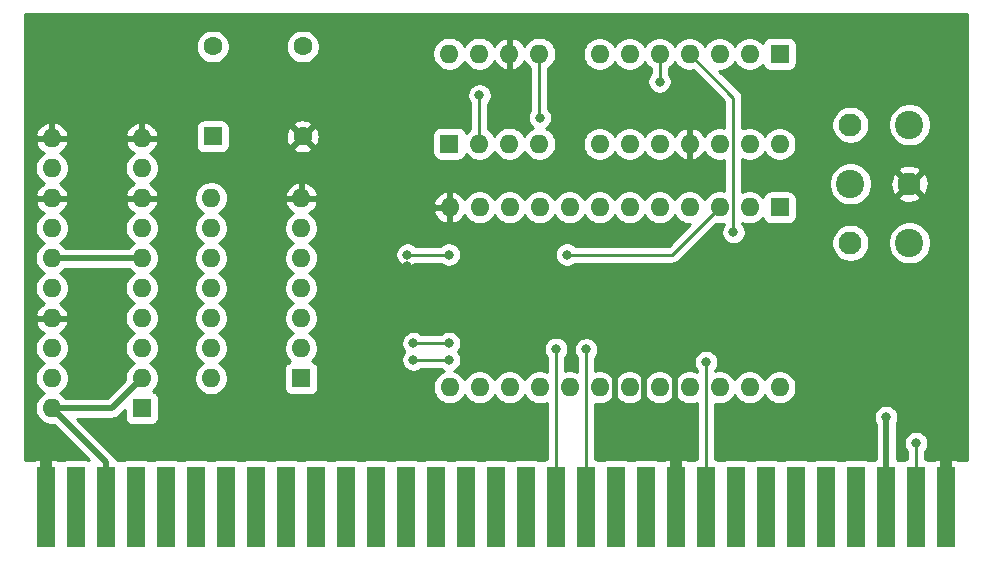
<source format=gbr>
G04 #@! TF.GenerationSoftware,KiCad,Pcbnew,(5.1.5)-3*
G04 #@! TF.CreationDate,2021-10-09T13:10:46+03:00*
G04 #@! TF.ProjectId,OPL2,4f504c32-2e6b-4696-9361-645f70636258,rev?*
G04 #@! TF.SameCoordinates,Original*
G04 #@! TF.FileFunction,Copper,L2,Bot*
G04 #@! TF.FilePolarity,Positive*
%FSLAX46Y46*%
G04 Gerber Fmt 4.6, Leading zero omitted, Abs format (unit mm)*
G04 Created by KiCad (PCBNEW (5.1.5)-3) date 2021-10-09 13:10:46*
%MOMM*%
%LPD*%
G04 APERTURE LIST*
%ADD10O,1.600000X1.600000*%
%ADD11R,1.600000X1.600000*%
%ADD12C,1.600000*%
%ADD13C,2.400000*%
%ADD14C,1.950000*%
%ADD15R,1.524000X6.858000*%
%ADD16C,0.800000*%
%ADD17C,1.000000*%
%ADD18C,0.500000*%
%ADD19C,0.250000*%
%ADD20C,1.000000*%
%ADD21C,0.254000*%
G04 APERTURE END LIST*
D10*
X102380000Y-112000000D03*
X110000000Y-89140000D03*
X102380000Y-109460000D03*
X110000000Y-91680000D03*
X102380000Y-106920000D03*
X110000000Y-94220000D03*
X102380000Y-104380000D03*
X110000000Y-96760000D03*
X102380000Y-101840000D03*
X110000000Y-99300000D03*
X102380000Y-99300000D03*
X110000000Y-101840000D03*
X102380000Y-96760000D03*
X110000000Y-104380000D03*
X102380000Y-94220000D03*
X110000000Y-106920000D03*
X102380000Y-91680000D03*
X110000000Y-109460000D03*
X102380000Y-89140000D03*
D11*
X110000000Y-112000000D03*
D10*
X164000000Y-110240000D03*
X136060000Y-95000000D03*
X161460000Y-110240000D03*
X138600000Y-95000000D03*
X158920000Y-110240000D03*
X141140000Y-95000000D03*
X156380000Y-110240000D03*
X143680000Y-95000000D03*
X153840000Y-110240000D03*
X146220000Y-95000000D03*
X151300000Y-110240000D03*
X148760000Y-95000000D03*
X148760000Y-110240000D03*
X151300000Y-95000000D03*
X146220000Y-110240000D03*
X153840000Y-95000000D03*
X143680000Y-110240000D03*
X156380000Y-95000000D03*
X141140000Y-110240000D03*
X158920000Y-95000000D03*
X138600000Y-110240000D03*
X161460000Y-95000000D03*
X136060000Y-110240000D03*
D11*
X164000000Y-95000000D03*
D10*
X115880000Y-109470000D03*
X123500000Y-94230000D03*
X115880000Y-106930000D03*
X123500000Y-96770000D03*
X115880000Y-104390000D03*
X123500000Y-99310000D03*
X115880000Y-101850000D03*
X123500000Y-101850000D03*
X115880000Y-99310000D03*
X123500000Y-104390000D03*
X115880000Y-96770000D03*
X123500000Y-106930000D03*
X115880000Y-94230000D03*
D11*
X123500000Y-109470000D03*
D10*
X164000000Y-89620000D03*
X148760000Y-82000000D03*
X161460000Y-89620000D03*
X151300000Y-82000000D03*
X158920000Y-89620000D03*
X153840000Y-82000000D03*
X156380000Y-89620000D03*
X156380000Y-82000000D03*
X153840000Y-89620000D03*
X158920000Y-82000000D03*
X151300000Y-89620000D03*
X161460000Y-82000000D03*
X148760000Y-89620000D03*
D11*
X164000000Y-82000000D03*
D12*
X123620000Y-89000000D03*
X123620000Y-81380000D03*
X116000000Y-81380000D03*
D11*
X116000000Y-89000000D03*
X136050000Y-89600000D03*
D10*
X143670000Y-81980000D03*
X138590000Y-89600000D03*
X141130000Y-81980000D03*
X141130000Y-89600000D03*
X138590000Y-81980000D03*
X143670000Y-89600000D03*
X136050000Y-81980000D03*
D13*
X170000000Y-93000000D03*
X175000000Y-88000000D03*
X175000000Y-98000000D03*
D14*
X170000000Y-98000000D03*
X170000000Y-88000000D03*
X175000000Y-93000000D03*
D15*
X101900000Y-120381000D03*
X104440000Y-120381000D03*
X106980000Y-120381000D03*
X109520000Y-120381000D03*
X112060000Y-120381000D03*
X114600000Y-120381000D03*
X117140000Y-120381000D03*
X119680000Y-120381000D03*
X122220000Y-120381000D03*
X124760000Y-120381000D03*
X127300000Y-120381000D03*
X129840000Y-120381000D03*
X132380000Y-120381000D03*
X134920000Y-120381000D03*
X137460000Y-120381000D03*
X140000000Y-120381000D03*
X142540000Y-120381000D03*
X145080000Y-120381000D03*
X147620000Y-120381000D03*
X150160000Y-120381000D03*
X152700000Y-120381000D03*
X155240000Y-120381000D03*
X157780000Y-120381000D03*
X160320000Y-120381000D03*
X162860000Y-120381000D03*
X165400000Y-120381000D03*
X167940000Y-120381000D03*
X170480000Y-120381000D03*
X173020000Y-120381000D03*
X175560000Y-120381000D03*
X178100000Y-120381000D03*
D16*
X177500000Y-80000000D03*
X172500000Y-80000000D03*
X167500000Y-80000000D03*
X172500000Y-85000000D03*
X177500000Y-85000000D03*
X170000000Y-82500000D03*
X175000000Y-82500000D03*
X177500000Y-90000000D03*
X177500000Y-95000000D03*
X177500000Y-100000000D03*
X172500000Y-90000000D03*
X172500000Y-95000000D03*
X172500000Y-100000000D03*
X172500000Y-105000000D03*
X177500000Y-105000000D03*
X177500000Y-110000000D03*
X172500000Y-110000000D03*
X175000000Y-107500000D03*
X175000000Y-102500000D03*
X170000000Y-102500000D03*
X170000000Y-107500000D03*
X167500000Y-105000000D03*
X167500000Y-100000000D03*
X167500000Y-110000000D03*
X127500000Y-85000000D03*
X120000000Y-92500000D03*
X120000000Y-87500000D03*
X120000000Y-82500000D03*
X120000000Y-97500000D03*
X120000000Y-102500000D03*
X120000000Y-107500000D03*
X127500000Y-95000000D03*
X125000000Y-92500000D03*
X130000000Y-97500000D03*
X127500000Y-100000000D03*
X125000000Y-112500000D03*
X127500000Y-110000000D03*
X130000000Y-112500000D03*
X127500000Y-115000000D03*
X110000000Y-82500000D03*
X107500000Y-85000000D03*
X105000000Y-87500000D03*
X102500000Y-80000000D03*
X175000000Y-112500000D03*
X127500000Y-105000000D03*
X112500000Y-85000000D03*
X122500000Y-85000000D03*
X117500000Y-85000000D03*
X167500000Y-85000000D03*
X167500000Y-90000000D03*
X167500000Y-95000000D03*
X132500000Y-100000000D03*
X130000000Y-102500000D03*
X132500000Y-95000000D03*
X130000000Y-92500000D03*
X135000000Y-92500000D03*
X132500000Y-90000000D03*
X127500000Y-90000000D03*
X132500000Y-110000000D03*
X132500000Y-115000000D03*
X132500000Y-85000000D03*
X130000000Y-87500000D03*
X127500000Y-80000000D03*
X130000000Y-82500000D03*
X137500000Y-105000000D03*
X142500000Y-105000000D03*
X142500000Y-100000000D03*
X137500000Y-100000000D03*
X140000000Y-102500000D03*
X140000000Y-97500000D03*
X140000000Y-107500000D03*
X145000000Y-97500000D03*
X142500000Y-80000000D03*
X147500000Y-80000000D03*
X150000000Y-87500000D03*
X155000000Y-87500000D03*
X165000000Y-87500000D03*
X150000000Y-102500000D03*
X150000000Y-107500000D03*
X155000000Y-102500000D03*
X155000000Y-107500000D03*
X152500000Y-105000000D03*
X160000000Y-102500000D03*
X160000000Y-107500000D03*
X165000000Y-107500000D03*
X165000000Y-92500000D03*
X107500000Y-90000000D03*
X133000000Y-105100000D03*
D17*
X131000000Y-80000000D03*
X136000000Y-80000000D03*
D16*
X162500000Y-80000000D03*
X160000000Y-80000000D03*
X162500000Y-85000000D03*
X157500000Y-85000000D03*
X107500000Y-102500000D03*
X107500000Y-107500000D03*
X173020000Y-112770000D03*
X145080000Y-106980000D03*
X147620000Y-107020000D03*
X157794999Y-108105001D03*
X160100000Y-97100000D03*
X175560000Y-114960000D03*
X133000000Y-107900000D03*
X136000000Y-107900000D03*
X136000000Y-106500000D03*
X133000000Y-106500000D03*
X143705640Y-87400000D03*
X132500000Y-99000000D03*
X136000000Y-99000000D03*
X146000000Y-99000000D03*
X153840000Y-84360000D03*
X138590000Y-85510000D03*
D18*
X150049999Y-112000000D02*
X150049999Y-107000000D01*
X152550001Y-112000000D02*
X152550001Y-108250001D01*
X155129999Y-112529999D02*
X155129999Y-108670001D01*
D19*
X101900000Y-120381000D02*
X101254999Y-119735999D01*
D20*
X101900000Y-120381000D02*
X101900000Y-115100000D01*
X155240000Y-120381000D02*
X155240000Y-114240000D01*
X178100000Y-120381000D02*
X178100000Y-115100000D01*
D18*
X106980000Y-116600000D02*
X106980000Y-120381000D01*
X102380000Y-112000000D02*
X106980000Y-116600000D01*
X107460000Y-112000000D02*
X110000000Y-109460000D01*
X102380000Y-112000000D02*
X107460000Y-112000000D01*
X102380000Y-99300000D02*
X110000000Y-99300000D01*
X173020000Y-120381000D02*
X173020000Y-112770000D01*
D19*
X173020000Y-112770000D02*
X173020000Y-112770000D01*
X145080000Y-120381000D02*
X145080000Y-112920000D01*
X145080000Y-112920000D02*
X145080000Y-106980000D01*
X145080000Y-106980000D02*
X145080000Y-106980000D01*
X147620000Y-120381000D02*
X147620000Y-112880000D01*
X147620000Y-112880000D02*
X147620000Y-107020000D01*
X147620000Y-107020000D02*
X147620000Y-107020000D01*
X157780000Y-120381000D02*
X157780000Y-112780000D01*
X157794999Y-110305001D02*
X157794999Y-108105001D01*
X157780000Y-110320000D02*
X157794999Y-110305001D01*
X157780000Y-112780000D02*
X157780000Y-110320000D01*
X157794999Y-108105001D02*
X157794999Y-108105001D01*
X160100000Y-85720000D02*
X156380000Y-82000000D01*
X160100000Y-97100000D02*
X160100000Y-87400000D01*
X160100000Y-87400000D02*
X160100000Y-85720000D01*
X175560000Y-120381000D02*
X175560000Y-114960000D01*
X175560000Y-114960000D02*
X175560000Y-114960000D01*
X136000000Y-107900000D02*
X133000000Y-107900000D01*
X136000000Y-106500000D02*
X133000000Y-106500000D01*
X133000000Y-106500000D02*
X133000000Y-106500000D01*
X143670000Y-87364360D02*
X143705640Y-87400000D01*
X143670000Y-81980000D02*
X143670000Y-87364360D01*
X132500000Y-99000000D02*
X136000000Y-99000000D01*
X136000000Y-99000000D02*
X136000000Y-99000000D01*
X154920000Y-99000000D02*
X158920000Y-95000000D01*
X146000000Y-99000000D02*
X154920000Y-99000000D01*
X153840000Y-82000000D02*
X153840000Y-84360000D01*
X153840000Y-84360000D02*
X153840000Y-84360000D01*
X138590000Y-89600000D02*
X138590000Y-85510000D01*
X138590000Y-85510000D02*
X138590000Y-85510000D01*
D21*
G36*
X179873000Y-116373000D02*
G01*
X179125828Y-116373000D01*
X179106180Y-116362498D01*
X178986482Y-116326188D01*
X178862000Y-116313928D01*
X178385750Y-116317000D01*
X178329750Y-116373000D01*
X177870250Y-116373000D01*
X177814250Y-116317000D01*
X177338000Y-116313928D01*
X177213518Y-116326188D01*
X177093820Y-116362498D01*
X177074172Y-116373000D01*
X176585828Y-116373000D01*
X176566180Y-116362498D01*
X176446482Y-116326188D01*
X176322000Y-116313928D01*
X176320000Y-116313928D01*
X176320000Y-115663711D01*
X176363937Y-115619774D01*
X176477205Y-115450256D01*
X176555226Y-115261898D01*
X176595000Y-115061939D01*
X176595000Y-114858061D01*
X176555226Y-114658102D01*
X176477205Y-114469744D01*
X176363937Y-114300226D01*
X176219774Y-114156063D01*
X176050256Y-114042795D01*
X175861898Y-113964774D01*
X175661939Y-113925000D01*
X175458061Y-113925000D01*
X175258102Y-113964774D01*
X175069744Y-114042795D01*
X174900226Y-114156063D01*
X174756063Y-114300226D01*
X174642795Y-114469744D01*
X174564774Y-114658102D01*
X174525000Y-114858061D01*
X174525000Y-115061939D01*
X174564774Y-115261898D01*
X174642795Y-115450256D01*
X174756063Y-115619774D01*
X174800001Y-115663712D01*
X174800001Y-116313928D01*
X174798000Y-116313928D01*
X174673518Y-116326188D01*
X174553820Y-116362498D01*
X174534172Y-116373000D01*
X174045828Y-116373000D01*
X174026180Y-116362498D01*
X173906482Y-116326188D01*
X173905000Y-116326042D01*
X173905000Y-113308454D01*
X173937205Y-113260256D01*
X174015226Y-113071898D01*
X174055000Y-112871939D01*
X174055000Y-112668061D01*
X174015226Y-112468102D01*
X173937205Y-112279744D01*
X173823937Y-112110226D01*
X173679774Y-111966063D01*
X173510256Y-111852795D01*
X173321898Y-111774774D01*
X173121939Y-111735000D01*
X172918061Y-111735000D01*
X172718102Y-111774774D01*
X172529744Y-111852795D01*
X172360226Y-111966063D01*
X172216063Y-112110226D01*
X172102795Y-112279744D01*
X172024774Y-112468102D01*
X171985000Y-112668061D01*
X171985000Y-112871939D01*
X172024774Y-113071898D01*
X172102795Y-113260256D01*
X172135001Y-113308456D01*
X172135001Y-116326042D01*
X172133518Y-116326188D01*
X172013820Y-116362498D01*
X171994172Y-116373000D01*
X171505828Y-116373000D01*
X171486180Y-116362498D01*
X171366482Y-116326188D01*
X171242000Y-116313928D01*
X169718000Y-116313928D01*
X169593518Y-116326188D01*
X169473820Y-116362498D01*
X169454172Y-116373000D01*
X168965828Y-116373000D01*
X168946180Y-116362498D01*
X168826482Y-116326188D01*
X168702000Y-116313928D01*
X167178000Y-116313928D01*
X167053518Y-116326188D01*
X166933820Y-116362498D01*
X166914172Y-116373000D01*
X166425828Y-116373000D01*
X166406180Y-116362498D01*
X166286482Y-116326188D01*
X166162000Y-116313928D01*
X164638000Y-116313928D01*
X164513518Y-116326188D01*
X164393820Y-116362498D01*
X164374172Y-116373000D01*
X163885828Y-116373000D01*
X163866180Y-116362498D01*
X163746482Y-116326188D01*
X163622000Y-116313928D01*
X162098000Y-116313928D01*
X161973518Y-116326188D01*
X161853820Y-116362498D01*
X161834172Y-116373000D01*
X161345828Y-116373000D01*
X161326180Y-116362498D01*
X161206482Y-116326188D01*
X161082000Y-116313928D01*
X159558000Y-116313928D01*
X159433518Y-116326188D01*
X159313820Y-116362498D01*
X159294172Y-116373000D01*
X158805828Y-116373000D01*
X158786180Y-116362498D01*
X158666482Y-116326188D01*
X158542000Y-116313928D01*
X158540000Y-116313928D01*
X158540000Y-111627526D01*
X158778665Y-111675000D01*
X159061335Y-111675000D01*
X159338574Y-111619853D01*
X159599727Y-111511680D01*
X159834759Y-111354637D01*
X160034637Y-111154759D01*
X160190000Y-110922241D01*
X160345363Y-111154759D01*
X160545241Y-111354637D01*
X160780273Y-111511680D01*
X161041426Y-111619853D01*
X161318665Y-111675000D01*
X161601335Y-111675000D01*
X161878574Y-111619853D01*
X162139727Y-111511680D01*
X162374759Y-111354637D01*
X162574637Y-111154759D01*
X162730000Y-110922241D01*
X162885363Y-111154759D01*
X163085241Y-111354637D01*
X163320273Y-111511680D01*
X163581426Y-111619853D01*
X163858665Y-111675000D01*
X164141335Y-111675000D01*
X164418574Y-111619853D01*
X164679727Y-111511680D01*
X164914759Y-111354637D01*
X165114637Y-111154759D01*
X165271680Y-110919727D01*
X165379853Y-110658574D01*
X165435000Y-110381335D01*
X165435000Y-110098665D01*
X165379853Y-109821426D01*
X165271680Y-109560273D01*
X165114637Y-109325241D01*
X164914759Y-109125363D01*
X164679727Y-108968320D01*
X164418574Y-108860147D01*
X164141335Y-108805000D01*
X163858665Y-108805000D01*
X163581426Y-108860147D01*
X163320273Y-108968320D01*
X163085241Y-109125363D01*
X162885363Y-109325241D01*
X162730000Y-109557759D01*
X162574637Y-109325241D01*
X162374759Y-109125363D01*
X162139727Y-108968320D01*
X161878574Y-108860147D01*
X161601335Y-108805000D01*
X161318665Y-108805000D01*
X161041426Y-108860147D01*
X160780273Y-108968320D01*
X160545241Y-109125363D01*
X160345363Y-109325241D01*
X160190000Y-109557759D01*
X160034637Y-109325241D01*
X159834759Y-109125363D01*
X159599727Y-108968320D01*
X159338574Y-108860147D01*
X159061335Y-108805000D01*
X158778665Y-108805000D01*
X158554999Y-108849491D01*
X158554999Y-108808712D01*
X158598936Y-108764775D01*
X158712204Y-108595257D01*
X158790225Y-108406899D01*
X158829999Y-108206940D01*
X158829999Y-108003062D01*
X158790225Y-107803103D01*
X158712204Y-107614745D01*
X158598936Y-107445227D01*
X158454773Y-107301064D01*
X158285255Y-107187796D01*
X158096897Y-107109775D01*
X157896938Y-107070001D01*
X157693060Y-107070001D01*
X157493101Y-107109775D01*
X157304743Y-107187796D01*
X157135225Y-107301064D01*
X156991062Y-107445227D01*
X156877794Y-107614745D01*
X156799773Y-107803103D01*
X156759999Y-108003062D01*
X156759999Y-108206940D01*
X156799773Y-108406899D01*
X156877794Y-108595257D01*
X156991062Y-108764775D01*
X157035000Y-108808713D01*
X157035000Y-108958078D01*
X156798574Y-108860147D01*
X156521335Y-108805000D01*
X156238665Y-108805000D01*
X155961426Y-108860147D01*
X155700273Y-108968320D01*
X155465241Y-109125363D01*
X155265363Y-109325241D01*
X155110000Y-109557759D01*
X154954637Y-109325241D01*
X154754759Y-109125363D01*
X154519727Y-108968320D01*
X154258574Y-108860147D01*
X153981335Y-108805000D01*
X153698665Y-108805000D01*
X153421426Y-108860147D01*
X153160273Y-108968320D01*
X152925241Y-109125363D01*
X152725363Y-109325241D01*
X152570000Y-109557759D01*
X152414637Y-109325241D01*
X152214759Y-109125363D01*
X151979727Y-108968320D01*
X151718574Y-108860147D01*
X151441335Y-108805000D01*
X151158665Y-108805000D01*
X150881426Y-108860147D01*
X150620273Y-108968320D01*
X150385241Y-109125363D01*
X150185363Y-109325241D01*
X150030000Y-109557759D01*
X149874637Y-109325241D01*
X149674759Y-109125363D01*
X149439727Y-108968320D01*
X149178574Y-108860147D01*
X148901335Y-108805000D01*
X148618665Y-108805000D01*
X148380000Y-108852474D01*
X148380000Y-107723711D01*
X148423937Y-107679774D01*
X148537205Y-107510256D01*
X148615226Y-107321898D01*
X148655000Y-107121939D01*
X148655000Y-106918061D01*
X148615226Y-106718102D01*
X148537205Y-106529744D01*
X148423937Y-106360226D01*
X148279774Y-106216063D01*
X148110256Y-106102795D01*
X147921898Y-106024774D01*
X147721939Y-105985000D01*
X147518061Y-105985000D01*
X147318102Y-106024774D01*
X147129744Y-106102795D01*
X146960226Y-106216063D01*
X146816063Y-106360226D01*
X146702795Y-106529744D01*
X146624774Y-106718102D01*
X146585000Y-106918061D01*
X146585000Y-107121939D01*
X146624774Y-107321898D01*
X146702795Y-107510256D01*
X146816063Y-107679774D01*
X146860001Y-107723712D01*
X146860001Y-108951865D01*
X146638574Y-108860147D01*
X146361335Y-108805000D01*
X146078665Y-108805000D01*
X145840000Y-108852474D01*
X145840000Y-107683711D01*
X145883937Y-107639774D01*
X145997205Y-107470256D01*
X146075226Y-107281898D01*
X146115000Y-107081939D01*
X146115000Y-106878061D01*
X146075226Y-106678102D01*
X145997205Y-106489744D01*
X145883937Y-106320226D01*
X145739774Y-106176063D01*
X145570256Y-106062795D01*
X145381898Y-105984774D01*
X145181939Y-105945000D01*
X144978061Y-105945000D01*
X144778102Y-105984774D01*
X144589744Y-106062795D01*
X144420226Y-106176063D01*
X144276063Y-106320226D01*
X144162795Y-106489744D01*
X144084774Y-106678102D01*
X144045000Y-106878061D01*
X144045000Y-107081939D01*
X144084774Y-107281898D01*
X144162795Y-107470256D01*
X144276063Y-107639774D01*
X144320001Y-107683712D01*
X144320001Y-108951865D01*
X144098574Y-108860147D01*
X143821335Y-108805000D01*
X143538665Y-108805000D01*
X143261426Y-108860147D01*
X143000273Y-108968320D01*
X142765241Y-109125363D01*
X142565363Y-109325241D01*
X142410000Y-109557759D01*
X142254637Y-109325241D01*
X142054759Y-109125363D01*
X141819727Y-108968320D01*
X141558574Y-108860147D01*
X141281335Y-108805000D01*
X140998665Y-108805000D01*
X140721426Y-108860147D01*
X140460273Y-108968320D01*
X140225241Y-109125363D01*
X140025363Y-109325241D01*
X139870000Y-109557759D01*
X139714637Y-109325241D01*
X139514759Y-109125363D01*
X139279727Y-108968320D01*
X139018574Y-108860147D01*
X138741335Y-108805000D01*
X138458665Y-108805000D01*
X138181426Y-108860147D01*
X137920273Y-108968320D01*
X137685241Y-109125363D01*
X137485363Y-109325241D01*
X137330000Y-109557759D01*
X137174637Y-109325241D01*
X136974759Y-109125363D01*
X136739727Y-108968320D01*
X136478574Y-108860147D01*
X136416429Y-108847785D01*
X136490256Y-108817205D01*
X136659774Y-108703937D01*
X136803937Y-108559774D01*
X136917205Y-108390256D01*
X136995226Y-108201898D01*
X137035000Y-108001939D01*
X137035000Y-107798061D01*
X136995226Y-107598102D01*
X136917205Y-107409744D01*
X136803937Y-107240226D01*
X136763711Y-107200000D01*
X136803937Y-107159774D01*
X136917205Y-106990256D01*
X136995226Y-106801898D01*
X137035000Y-106601939D01*
X137035000Y-106398061D01*
X136995226Y-106198102D01*
X136917205Y-106009744D01*
X136803937Y-105840226D01*
X136659774Y-105696063D01*
X136490256Y-105582795D01*
X136301898Y-105504774D01*
X136101939Y-105465000D01*
X135898061Y-105465000D01*
X135698102Y-105504774D01*
X135509744Y-105582795D01*
X135340226Y-105696063D01*
X135296289Y-105740000D01*
X133703711Y-105740000D01*
X133659774Y-105696063D01*
X133490256Y-105582795D01*
X133301898Y-105504774D01*
X133101939Y-105465000D01*
X132898061Y-105465000D01*
X132698102Y-105504774D01*
X132509744Y-105582795D01*
X132340226Y-105696063D01*
X132196063Y-105840226D01*
X132082795Y-106009744D01*
X132004774Y-106198102D01*
X131965000Y-106398061D01*
X131965000Y-106601939D01*
X132004774Y-106801898D01*
X132082795Y-106990256D01*
X132196063Y-107159774D01*
X132236289Y-107200000D01*
X132196063Y-107240226D01*
X132082795Y-107409744D01*
X132004774Y-107598102D01*
X131965000Y-107798061D01*
X131965000Y-108001939D01*
X132004774Y-108201898D01*
X132082795Y-108390256D01*
X132196063Y-108559774D01*
X132340226Y-108703937D01*
X132509744Y-108817205D01*
X132698102Y-108895226D01*
X132898061Y-108935000D01*
X133101939Y-108935000D01*
X133301898Y-108895226D01*
X133490256Y-108817205D01*
X133659774Y-108703937D01*
X133703711Y-108660000D01*
X135296289Y-108660000D01*
X135340226Y-108703937D01*
X135509744Y-108817205D01*
X135627420Y-108865948D01*
X135380273Y-108968320D01*
X135145241Y-109125363D01*
X134945363Y-109325241D01*
X134788320Y-109560273D01*
X134680147Y-109821426D01*
X134625000Y-110098665D01*
X134625000Y-110381335D01*
X134680147Y-110658574D01*
X134788320Y-110919727D01*
X134945363Y-111154759D01*
X135145241Y-111354637D01*
X135380273Y-111511680D01*
X135641426Y-111619853D01*
X135918665Y-111675000D01*
X136201335Y-111675000D01*
X136478574Y-111619853D01*
X136739727Y-111511680D01*
X136974759Y-111354637D01*
X137174637Y-111154759D01*
X137330000Y-110922241D01*
X137485363Y-111154759D01*
X137685241Y-111354637D01*
X137920273Y-111511680D01*
X138181426Y-111619853D01*
X138458665Y-111675000D01*
X138741335Y-111675000D01*
X139018574Y-111619853D01*
X139279727Y-111511680D01*
X139514759Y-111354637D01*
X139714637Y-111154759D01*
X139870000Y-110922241D01*
X140025363Y-111154759D01*
X140225241Y-111354637D01*
X140460273Y-111511680D01*
X140721426Y-111619853D01*
X140998665Y-111675000D01*
X141281335Y-111675000D01*
X141558574Y-111619853D01*
X141819727Y-111511680D01*
X142054759Y-111354637D01*
X142254637Y-111154759D01*
X142410000Y-110922241D01*
X142565363Y-111154759D01*
X142765241Y-111354637D01*
X143000273Y-111511680D01*
X143261426Y-111619853D01*
X143538665Y-111675000D01*
X143821335Y-111675000D01*
X144098574Y-111619853D01*
X144320000Y-111528135D01*
X144320000Y-112957332D01*
X144320001Y-112957342D01*
X144320001Y-116313928D01*
X144318000Y-116313928D01*
X144193518Y-116326188D01*
X144073820Y-116362498D01*
X144054172Y-116373000D01*
X143565828Y-116373000D01*
X143546180Y-116362498D01*
X143426482Y-116326188D01*
X143302000Y-116313928D01*
X141778000Y-116313928D01*
X141653518Y-116326188D01*
X141533820Y-116362498D01*
X141514172Y-116373000D01*
X141025828Y-116373000D01*
X141006180Y-116362498D01*
X140886482Y-116326188D01*
X140762000Y-116313928D01*
X139238000Y-116313928D01*
X139113518Y-116326188D01*
X138993820Y-116362498D01*
X138974172Y-116373000D01*
X138485828Y-116373000D01*
X138466180Y-116362498D01*
X138346482Y-116326188D01*
X138222000Y-116313928D01*
X136698000Y-116313928D01*
X136573518Y-116326188D01*
X136453820Y-116362498D01*
X136434172Y-116373000D01*
X135945828Y-116373000D01*
X135926180Y-116362498D01*
X135806482Y-116326188D01*
X135682000Y-116313928D01*
X134158000Y-116313928D01*
X134033518Y-116326188D01*
X133913820Y-116362498D01*
X133894172Y-116373000D01*
X133405828Y-116373000D01*
X133386180Y-116362498D01*
X133266482Y-116326188D01*
X133142000Y-116313928D01*
X131618000Y-116313928D01*
X131493518Y-116326188D01*
X131373820Y-116362498D01*
X131354172Y-116373000D01*
X130865828Y-116373000D01*
X130846180Y-116362498D01*
X130726482Y-116326188D01*
X130602000Y-116313928D01*
X129078000Y-116313928D01*
X128953518Y-116326188D01*
X128833820Y-116362498D01*
X128814172Y-116373000D01*
X128325828Y-116373000D01*
X128306180Y-116362498D01*
X128186482Y-116326188D01*
X128062000Y-116313928D01*
X126538000Y-116313928D01*
X126413518Y-116326188D01*
X126293820Y-116362498D01*
X126274172Y-116373000D01*
X125785828Y-116373000D01*
X125766180Y-116362498D01*
X125646482Y-116326188D01*
X125522000Y-116313928D01*
X123998000Y-116313928D01*
X123873518Y-116326188D01*
X123753820Y-116362498D01*
X123734172Y-116373000D01*
X123245828Y-116373000D01*
X123226180Y-116362498D01*
X123106482Y-116326188D01*
X122982000Y-116313928D01*
X121458000Y-116313928D01*
X121333518Y-116326188D01*
X121213820Y-116362498D01*
X121194172Y-116373000D01*
X120705828Y-116373000D01*
X120686180Y-116362498D01*
X120566482Y-116326188D01*
X120442000Y-116313928D01*
X118918000Y-116313928D01*
X118793518Y-116326188D01*
X118673820Y-116362498D01*
X118654172Y-116373000D01*
X118165828Y-116373000D01*
X118146180Y-116362498D01*
X118026482Y-116326188D01*
X117902000Y-116313928D01*
X116378000Y-116313928D01*
X116253518Y-116326188D01*
X116133820Y-116362498D01*
X116114172Y-116373000D01*
X115625828Y-116373000D01*
X115606180Y-116362498D01*
X115486482Y-116326188D01*
X115362000Y-116313928D01*
X113838000Y-116313928D01*
X113713518Y-116326188D01*
X113593820Y-116362498D01*
X113574172Y-116373000D01*
X113085828Y-116373000D01*
X113066180Y-116362498D01*
X112946482Y-116326188D01*
X112822000Y-116313928D01*
X111298000Y-116313928D01*
X111173518Y-116326188D01*
X111053820Y-116362498D01*
X111034172Y-116373000D01*
X110545828Y-116373000D01*
X110526180Y-116362498D01*
X110406482Y-116326188D01*
X110282000Y-116313928D01*
X108758000Y-116313928D01*
X108633518Y-116326188D01*
X108513820Y-116362498D01*
X108494172Y-116373000D01*
X108005828Y-116373000D01*
X107986180Y-116362498D01*
X107866482Y-116326188D01*
X107820385Y-116321648D01*
X107801589Y-116259687D01*
X107719411Y-116105941D01*
X107608817Y-115971183D01*
X107575050Y-115943472D01*
X104516578Y-112885000D01*
X107416531Y-112885000D01*
X107460000Y-112889281D01*
X107503469Y-112885000D01*
X107503477Y-112885000D01*
X107633490Y-112872195D01*
X107800313Y-112821589D01*
X107954059Y-112739411D01*
X108088817Y-112628817D01*
X108116534Y-112595044D01*
X108561928Y-112149650D01*
X108561928Y-112800000D01*
X108574188Y-112924482D01*
X108610498Y-113044180D01*
X108669463Y-113154494D01*
X108748815Y-113251185D01*
X108845506Y-113330537D01*
X108955820Y-113389502D01*
X109075518Y-113425812D01*
X109200000Y-113438072D01*
X110800000Y-113438072D01*
X110924482Y-113425812D01*
X111044180Y-113389502D01*
X111154494Y-113330537D01*
X111251185Y-113251185D01*
X111330537Y-113154494D01*
X111389502Y-113044180D01*
X111425812Y-112924482D01*
X111438072Y-112800000D01*
X111438072Y-111200000D01*
X111425812Y-111075518D01*
X111389502Y-110955820D01*
X111330537Y-110845506D01*
X111251185Y-110748815D01*
X111154494Y-110669463D01*
X111044180Y-110610498D01*
X110924482Y-110574188D01*
X110916039Y-110573357D01*
X111114637Y-110374759D01*
X111271680Y-110139727D01*
X111379853Y-109878574D01*
X111435000Y-109601335D01*
X111435000Y-109318665D01*
X111379853Y-109041426D01*
X111271680Y-108780273D01*
X111114637Y-108545241D01*
X110914759Y-108345363D01*
X110682241Y-108190000D01*
X110914759Y-108034637D01*
X111114637Y-107834759D01*
X111271680Y-107599727D01*
X111379853Y-107338574D01*
X111435000Y-107061335D01*
X111435000Y-106778665D01*
X111379853Y-106501426D01*
X111271680Y-106240273D01*
X111114637Y-106005241D01*
X110914759Y-105805363D01*
X110682241Y-105650000D01*
X110914759Y-105494637D01*
X111114637Y-105294759D01*
X111271680Y-105059727D01*
X111379853Y-104798574D01*
X111435000Y-104521335D01*
X111435000Y-104238665D01*
X111379853Y-103961426D01*
X111271680Y-103700273D01*
X111114637Y-103465241D01*
X110914759Y-103265363D01*
X110682241Y-103110000D01*
X110914759Y-102954637D01*
X111114637Y-102754759D01*
X111271680Y-102519727D01*
X111379853Y-102258574D01*
X111435000Y-101981335D01*
X111435000Y-101698665D01*
X111379853Y-101421426D01*
X111271680Y-101160273D01*
X111114637Y-100925241D01*
X110914759Y-100725363D01*
X110682241Y-100570000D01*
X110914759Y-100414637D01*
X111114637Y-100214759D01*
X111271680Y-99979727D01*
X111379853Y-99718574D01*
X111435000Y-99441335D01*
X111435000Y-99158665D01*
X111379853Y-98881426D01*
X111271680Y-98620273D01*
X111114637Y-98385241D01*
X110914759Y-98185363D01*
X110682241Y-98030000D01*
X110914759Y-97874637D01*
X111114637Y-97674759D01*
X111271680Y-97439727D01*
X111379853Y-97178574D01*
X111435000Y-96901335D01*
X111435000Y-96618665D01*
X111379853Y-96341426D01*
X111271680Y-96080273D01*
X111114637Y-95845241D01*
X110914759Y-95645363D01*
X110679727Y-95488320D01*
X110669135Y-95483933D01*
X110855131Y-95372385D01*
X111063519Y-95183414D01*
X111231037Y-94957420D01*
X111351246Y-94703087D01*
X111391904Y-94569039D01*
X111269915Y-94347000D01*
X110127000Y-94347000D01*
X110127000Y-94367000D01*
X109873000Y-94367000D01*
X109873000Y-94347000D01*
X108730085Y-94347000D01*
X108608096Y-94569039D01*
X108648754Y-94703087D01*
X108768963Y-94957420D01*
X108936481Y-95183414D01*
X109144869Y-95372385D01*
X109330865Y-95483933D01*
X109320273Y-95488320D01*
X109085241Y-95645363D01*
X108885363Y-95845241D01*
X108728320Y-96080273D01*
X108620147Y-96341426D01*
X108565000Y-96618665D01*
X108565000Y-96901335D01*
X108620147Y-97178574D01*
X108728320Y-97439727D01*
X108885363Y-97674759D01*
X109085241Y-97874637D01*
X109317759Y-98030000D01*
X109085241Y-98185363D01*
X108885363Y-98385241D01*
X108865479Y-98415000D01*
X103514521Y-98415000D01*
X103494637Y-98385241D01*
X103294759Y-98185363D01*
X103062241Y-98030000D01*
X103294759Y-97874637D01*
X103494637Y-97674759D01*
X103651680Y-97439727D01*
X103759853Y-97178574D01*
X103815000Y-96901335D01*
X103815000Y-96618665D01*
X103759853Y-96341426D01*
X103651680Y-96080273D01*
X103494637Y-95845241D01*
X103294759Y-95645363D01*
X103059727Y-95488320D01*
X103049135Y-95483933D01*
X103235131Y-95372385D01*
X103443519Y-95183414D01*
X103611037Y-94957420D01*
X103731246Y-94703087D01*
X103771904Y-94569039D01*
X103649915Y-94347000D01*
X102507000Y-94347000D01*
X102507000Y-94367000D01*
X102253000Y-94367000D01*
X102253000Y-94347000D01*
X101110085Y-94347000D01*
X100988096Y-94569039D01*
X101028754Y-94703087D01*
X101148963Y-94957420D01*
X101316481Y-95183414D01*
X101524869Y-95372385D01*
X101710865Y-95483933D01*
X101700273Y-95488320D01*
X101465241Y-95645363D01*
X101265363Y-95845241D01*
X101108320Y-96080273D01*
X101000147Y-96341426D01*
X100945000Y-96618665D01*
X100945000Y-96901335D01*
X101000147Y-97178574D01*
X101108320Y-97439727D01*
X101265363Y-97674759D01*
X101465241Y-97874637D01*
X101697759Y-98030000D01*
X101465241Y-98185363D01*
X101265363Y-98385241D01*
X101108320Y-98620273D01*
X101000147Y-98881426D01*
X100945000Y-99158665D01*
X100945000Y-99441335D01*
X101000147Y-99718574D01*
X101108320Y-99979727D01*
X101265363Y-100214759D01*
X101465241Y-100414637D01*
X101697759Y-100570000D01*
X101465241Y-100725363D01*
X101265363Y-100925241D01*
X101108320Y-101160273D01*
X101000147Y-101421426D01*
X100945000Y-101698665D01*
X100945000Y-101981335D01*
X101000147Y-102258574D01*
X101108320Y-102519727D01*
X101265363Y-102754759D01*
X101465241Y-102954637D01*
X101700273Y-103111680D01*
X101710865Y-103116067D01*
X101524869Y-103227615D01*
X101316481Y-103416586D01*
X101148963Y-103642580D01*
X101028754Y-103896913D01*
X100988096Y-104030961D01*
X101110085Y-104253000D01*
X102253000Y-104253000D01*
X102253000Y-104233000D01*
X102507000Y-104233000D01*
X102507000Y-104253000D01*
X103649915Y-104253000D01*
X103771904Y-104030961D01*
X103731246Y-103896913D01*
X103611037Y-103642580D01*
X103443519Y-103416586D01*
X103235131Y-103227615D01*
X103049135Y-103116067D01*
X103059727Y-103111680D01*
X103294759Y-102954637D01*
X103494637Y-102754759D01*
X103651680Y-102519727D01*
X103759853Y-102258574D01*
X103815000Y-101981335D01*
X103815000Y-101698665D01*
X103759853Y-101421426D01*
X103651680Y-101160273D01*
X103494637Y-100925241D01*
X103294759Y-100725363D01*
X103062241Y-100570000D01*
X103294759Y-100414637D01*
X103494637Y-100214759D01*
X103514521Y-100185000D01*
X108865479Y-100185000D01*
X108885363Y-100214759D01*
X109085241Y-100414637D01*
X109317759Y-100570000D01*
X109085241Y-100725363D01*
X108885363Y-100925241D01*
X108728320Y-101160273D01*
X108620147Y-101421426D01*
X108565000Y-101698665D01*
X108565000Y-101981335D01*
X108620147Y-102258574D01*
X108728320Y-102519727D01*
X108885363Y-102754759D01*
X109085241Y-102954637D01*
X109317759Y-103110000D01*
X109085241Y-103265363D01*
X108885363Y-103465241D01*
X108728320Y-103700273D01*
X108620147Y-103961426D01*
X108565000Y-104238665D01*
X108565000Y-104521335D01*
X108620147Y-104798574D01*
X108728320Y-105059727D01*
X108885363Y-105294759D01*
X109085241Y-105494637D01*
X109317759Y-105650000D01*
X109085241Y-105805363D01*
X108885363Y-106005241D01*
X108728320Y-106240273D01*
X108620147Y-106501426D01*
X108565000Y-106778665D01*
X108565000Y-107061335D01*
X108620147Y-107338574D01*
X108728320Y-107599727D01*
X108885363Y-107834759D01*
X109085241Y-108034637D01*
X109317759Y-108190000D01*
X109085241Y-108345363D01*
X108885363Y-108545241D01*
X108728320Y-108780273D01*
X108620147Y-109041426D01*
X108565000Y-109318665D01*
X108565000Y-109601335D01*
X108571983Y-109636439D01*
X107093422Y-111115000D01*
X103514521Y-111115000D01*
X103494637Y-111085241D01*
X103294759Y-110885363D01*
X103062241Y-110730000D01*
X103294759Y-110574637D01*
X103494637Y-110374759D01*
X103651680Y-110139727D01*
X103759853Y-109878574D01*
X103815000Y-109601335D01*
X103815000Y-109318665D01*
X103759853Y-109041426D01*
X103651680Y-108780273D01*
X103494637Y-108545241D01*
X103294759Y-108345363D01*
X103062241Y-108190000D01*
X103294759Y-108034637D01*
X103494637Y-107834759D01*
X103651680Y-107599727D01*
X103759853Y-107338574D01*
X103815000Y-107061335D01*
X103815000Y-106778665D01*
X103759853Y-106501426D01*
X103651680Y-106240273D01*
X103494637Y-106005241D01*
X103294759Y-105805363D01*
X103059727Y-105648320D01*
X103049135Y-105643933D01*
X103235131Y-105532385D01*
X103443519Y-105343414D01*
X103611037Y-105117420D01*
X103731246Y-104863087D01*
X103771904Y-104729039D01*
X103649915Y-104507000D01*
X102507000Y-104507000D01*
X102507000Y-104527000D01*
X102253000Y-104527000D01*
X102253000Y-104507000D01*
X101110085Y-104507000D01*
X100988096Y-104729039D01*
X101028754Y-104863087D01*
X101148963Y-105117420D01*
X101316481Y-105343414D01*
X101524869Y-105532385D01*
X101710865Y-105643933D01*
X101700273Y-105648320D01*
X101465241Y-105805363D01*
X101265363Y-106005241D01*
X101108320Y-106240273D01*
X101000147Y-106501426D01*
X100945000Y-106778665D01*
X100945000Y-107061335D01*
X101000147Y-107338574D01*
X101108320Y-107599727D01*
X101265363Y-107834759D01*
X101465241Y-108034637D01*
X101697759Y-108190000D01*
X101465241Y-108345363D01*
X101265363Y-108545241D01*
X101108320Y-108780273D01*
X101000147Y-109041426D01*
X100945000Y-109318665D01*
X100945000Y-109601335D01*
X101000147Y-109878574D01*
X101108320Y-110139727D01*
X101265363Y-110374759D01*
X101465241Y-110574637D01*
X101697759Y-110730000D01*
X101465241Y-110885363D01*
X101265363Y-111085241D01*
X101108320Y-111320273D01*
X101000147Y-111581426D01*
X100945000Y-111858665D01*
X100945000Y-112141335D01*
X101000147Y-112418574D01*
X101108320Y-112679727D01*
X101265363Y-112914759D01*
X101465241Y-113114637D01*
X101700273Y-113271680D01*
X101961426Y-113379853D01*
X102238665Y-113435000D01*
X102521335Y-113435000D01*
X102556439Y-113428017D01*
X105501421Y-116373000D01*
X105465827Y-116373000D01*
X105446180Y-116362498D01*
X105326482Y-116326188D01*
X105202000Y-116313928D01*
X103678000Y-116313928D01*
X103553518Y-116326188D01*
X103433820Y-116362498D01*
X103414172Y-116373000D01*
X102925828Y-116373000D01*
X102906180Y-116362498D01*
X102786482Y-116326188D01*
X102662000Y-116313928D01*
X102185750Y-116317000D01*
X102129750Y-116373000D01*
X101670250Y-116373000D01*
X101614250Y-116317000D01*
X101138000Y-116313928D01*
X101013518Y-116326188D01*
X100893820Y-116362498D01*
X100874172Y-116373000D01*
X100127000Y-116373000D01*
X100127000Y-91538665D01*
X100945000Y-91538665D01*
X100945000Y-91821335D01*
X101000147Y-92098574D01*
X101108320Y-92359727D01*
X101265363Y-92594759D01*
X101465241Y-92794637D01*
X101700273Y-92951680D01*
X101710865Y-92956067D01*
X101524869Y-93067615D01*
X101316481Y-93256586D01*
X101148963Y-93482580D01*
X101028754Y-93736913D01*
X100988096Y-93870961D01*
X101110085Y-94093000D01*
X102253000Y-94093000D01*
X102253000Y-94073000D01*
X102507000Y-94073000D01*
X102507000Y-94093000D01*
X103649915Y-94093000D01*
X103771904Y-93870961D01*
X103731246Y-93736913D01*
X103611037Y-93482580D01*
X103443519Y-93256586D01*
X103235131Y-93067615D01*
X103049135Y-92956067D01*
X103059727Y-92951680D01*
X103294759Y-92794637D01*
X103494637Y-92594759D01*
X103651680Y-92359727D01*
X103759853Y-92098574D01*
X103815000Y-91821335D01*
X103815000Y-91538665D01*
X108565000Y-91538665D01*
X108565000Y-91821335D01*
X108620147Y-92098574D01*
X108728320Y-92359727D01*
X108885363Y-92594759D01*
X109085241Y-92794637D01*
X109320273Y-92951680D01*
X109330865Y-92956067D01*
X109144869Y-93067615D01*
X108936481Y-93256586D01*
X108768963Y-93482580D01*
X108648754Y-93736913D01*
X108608096Y-93870961D01*
X108730085Y-94093000D01*
X109873000Y-94093000D01*
X109873000Y-94073000D01*
X110127000Y-94073000D01*
X110127000Y-94093000D01*
X111269915Y-94093000D01*
X111272296Y-94088665D01*
X114445000Y-94088665D01*
X114445000Y-94371335D01*
X114500147Y-94648574D01*
X114608320Y-94909727D01*
X114765363Y-95144759D01*
X114965241Y-95344637D01*
X115197759Y-95500000D01*
X114965241Y-95655363D01*
X114765363Y-95855241D01*
X114608320Y-96090273D01*
X114500147Y-96351426D01*
X114445000Y-96628665D01*
X114445000Y-96911335D01*
X114500147Y-97188574D01*
X114608320Y-97449727D01*
X114765363Y-97684759D01*
X114965241Y-97884637D01*
X115197759Y-98040000D01*
X114965241Y-98195363D01*
X114765363Y-98395241D01*
X114608320Y-98630273D01*
X114500147Y-98891426D01*
X114445000Y-99168665D01*
X114445000Y-99451335D01*
X114500147Y-99728574D01*
X114608320Y-99989727D01*
X114765363Y-100224759D01*
X114965241Y-100424637D01*
X115197759Y-100580000D01*
X114965241Y-100735363D01*
X114765363Y-100935241D01*
X114608320Y-101170273D01*
X114500147Y-101431426D01*
X114445000Y-101708665D01*
X114445000Y-101991335D01*
X114500147Y-102268574D01*
X114608320Y-102529727D01*
X114765363Y-102764759D01*
X114965241Y-102964637D01*
X115197759Y-103120000D01*
X114965241Y-103275363D01*
X114765363Y-103475241D01*
X114608320Y-103710273D01*
X114500147Y-103971426D01*
X114445000Y-104248665D01*
X114445000Y-104531335D01*
X114500147Y-104808574D01*
X114608320Y-105069727D01*
X114765363Y-105304759D01*
X114965241Y-105504637D01*
X115197759Y-105660000D01*
X114965241Y-105815363D01*
X114765363Y-106015241D01*
X114608320Y-106250273D01*
X114500147Y-106511426D01*
X114445000Y-106788665D01*
X114445000Y-107071335D01*
X114500147Y-107348574D01*
X114608320Y-107609727D01*
X114765363Y-107844759D01*
X114965241Y-108044637D01*
X115197759Y-108200000D01*
X114965241Y-108355363D01*
X114765363Y-108555241D01*
X114608320Y-108790273D01*
X114500147Y-109051426D01*
X114445000Y-109328665D01*
X114445000Y-109611335D01*
X114500147Y-109888574D01*
X114608320Y-110149727D01*
X114765363Y-110384759D01*
X114965241Y-110584637D01*
X115200273Y-110741680D01*
X115461426Y-110849853D01*
X115738665Y-110905000D01*
X116021335Y-110905000D01*
X116298574Y-110849853D01*
X116559727Y-110741680D01*
X116794759Y-110584637D01*
X116994637Y-110384759D01*
X117151680Y-110149727D01*
X117259853Y-109888574D01*
X117315000Y-109611335D01*
X117315000Y-109328665D01*
X117259853Y-109051426D01*
X117151680Y-108790273D01*
X117071317Y-108670000D01*
X122061928Y-108670000D01*
X122061928Y-110270000D01*
X122074188Y-110394482D01*
X122110498Y-110514180D01*
X122169463Y-110624494D01*
X122248815Y-110721185D01*
X122345506Y-110800537D01*
X122455820Y-110859502D01*
X122575518Y-110895812D01*
X122700000Y-110908072D01*
X124300000Y-110908072D01*
X124424482Y-110895812D01*
X124544180Y-110859502D01*
X124654494Y-110800537D01*
X124751185Y-110721185D01*
X124830537Y-110624494D01*
X124889502Y-110514180D01*
X124925812Y-110394482D01*
X124938072Y-110270000D01*
X124938072Y-108670000D01*
X124925812Y-108545518D01*
X124889502Y-108425820D01*
X124830537Y-108315506D01*
X124751185Y-108218815D01*
X124654494Y-108139463D01*
X124544180Y-108080498D01*
X124424482Y-108044188D01*
X124416039Y-108043357D01*
X124614637Y-107844759D01*
X124771680Y-107609727D01*
X124879853Y-107348574D01*
X124935000Y-107071335D01*
X124935000Y-106788665D01*
X124879853Y-106511426D01*
X124771680Y-106250273D01*
X124614637Y-106015241D01*
X124414759Y-105815363D01*
X124182241Y-105660000D01*
X124414759Y-105504637D01*
X124614637Y-105304759D01*
X124771680Y-105069727D01*
X124879853Y-104808574D01*
X124935000Y-104531335D01*
X124935000Y-104248665D01*
X124879853Y-103971426D01*
X124771680Y-103710273D01*
X124614637Y-103475241D01*
X124414759Y-103275363D01*
X124182241Y-103120000D01*
X124414759Y-102964637D01*
X124614637Y-102764759D01*
X124771680Y-102529727D01*
X124879853Y-102268574D01*
X124935000Y-101991335D01*
X124935000Y-101708665D01*
X124879853Y-101431426D01*
X124771680Y-101170273D01*
X124614637Y-100935241D01*
X124414759Y-100735363D01*
X124182241Y-100580000D01*
X124414759Y-100424637D01*
X124614637Y-100224759D01*
X124771680Y-99989727D01*
X124879853Y-99728574D01*
X124935000Y-99451335D01*
X124935000Y-99168665D01*
X124881173Y-98898061D01*
X131465000Y-98898061D01*
X131465000Y-99101939D01*
X131504774Y-99301898D01*
X131582795Y-99490256D01*
X131696063Y-99659774D01*
X131840226Y-99803937D01*
X132009744Y-99917205D01*
X132198102Y-99995226D01*
X132398061Y-100035000D01*
X132601939Y-100035000D01*
X132801898Y-99995226D01*
X132990256Y-99917205D01*
X133159774Y-99803937D01*
X133203711Y-99760000D01*
X135296289Y-99760000D01*
X135340226Y-99803937D01*
X135509744Y-99917205D01*
X135698102Y-99995226D01*
X135898061Y-100035000D01*
X136101939Y-100035000D01*
X136301898Y-99995226D01*
X136490256Y-99917205D01*
X136659774Y-99803937D01*
X136803937Y-99659774D01*
X136917205Y-99490256D01*
X136995226Y-99301898D01*
X137035000Y-99101939D01*
X137035000Y-98898061D01*
X136995226Y-98698102D01*
X136917205Y-98509744D01*
X136803937Y-98340226D01*
X136659774Y-98196063D01*
X136490256Y-98082795D01*
X136301898Y-98004774D01*
X136101939Y-97965000D01*
X135898061Y-97965000D01*
X135698102Y-98004774D01*
X135509744Y-98082795D01*
X135340226Y-98196063D01*
X135296289Y-98240000D01*
X133203711Y-98240000D01*
X133159774Y-98196063D01*
X132990256Y-98082795D01*
X132801898Y-98004774D01*
X132601939Y-97965000D01*
X132398061Y-97965000D01*
X132198102Y-98004774D01*
X132009744Y-98082795D01*
X131840226Y-98196063D01*
X131696063Y-98340226D01*
X131582795Y-98509744D01*
X131504774Y-98698102D01*
X131465000Y-98898061D01*
X124881173Y-98898061D01*
X124879853Y-98891426D01*
X124771680Y-98630273D01*
X124614637Y-98395241D01*
X124414759Y-98195363D01*
X124182241Y-98040000D01*
X124414759Y-97884637D01*
X124614637Y-97684759D01*
X124771680Y-97449727D01*
X124879853Y-97188574D01*
X124935000Y-96911335D01*
X124935000Y-96628665D01*
X124879853Y-96351426D01*
X124771680Y-96090273D01*
X124614637Y-95855241D01*
X124414759Y-95655363D01*
X124179727Y-95498320D01*
X124169135Y-95493933D01*
X124355131Y-95382385D01*
X124391902Y-95349040D01*
X134668091Y-95349040D01*
X134762930Y-95613881D01*
X134907615Y-95855131D01*
X135096586Y-96063519D01*
X135322580Y-96231037D01*
X135576913Y-96351246D01*
X135710961Y-96391904D01*
X135933000Y-96269915D01*
X135933000Y-95127000D01*
X134789376Y-95127000D01*
X134668091Y-95349040D01*
X124391902Y-95349040D01*
X124563519Y-95193414D01*
X124731037Y-94967420D01*
X124851246Y-94713087D01*
X124870089Y-94650960D01*
X134668091Y-94650960D01*
X134789376Y-94873000D01*
X135933000Y-94873000D01*
X135933000Y-93730085D01*
X136187000Y-93730085D01*
X136187000Y-94873000D01*
X136207000Y-94873000D01*
X136207000Y-95127000D01*
X136187000Y-95127000D01*
X136187000Y-96269915D01*
X136409039Y-96391904D01*
X136543087Y-96351246D01*
X136797420Y-96231037D01*
X137023414Y-96063519D01*
X137212385Y-95855131D01*
X137323933Y-95669135D01*
X137328320Y-95679727D01*
X137485363Y-95914759D01*
X137685241Y-96114637D01*
X137920273Y-96271680D01*
X138181426Y-96379853D01*
X138458665Y-96435000D01*
X138741335Y-96435000D01*
X139018574Y-96379853D01*
X139279727Y-96271680D01*
X139514759Y-96114637D01*
X139714637Y-95914759D01*
X139870000Y-95682241D01*
X140025363Y-95914759D01*
X140225241Y-96114637D01*
X140460273Y-96271680D01*
X140721426Y-96379853D01*
X140998665Y-96435000D01*
X141281335Y-96435000D01*
X141558574Y-96379853D01*
X141819727Y-96271680D01*
X142054759Y-96114637D01*
X142254637Y-95914759D01*
X142410000Y-95682241D01*
X142565363Y-95914759D01*
X142765241Y-96114637D01*
X143000273Y-96271680D01*
X143261426Y-96379853D01*
X143538665Y-96435000D01*
X143821335Y-96435000D01*
X144098574Y-96379853D01*
X144359727Y-96271680D01*
X144594759Y-96114637D01*
X144794637Y-95914759D01*
X144950000Y-95682241D01*
X145105363Y-95914759D01*
X145305241Y-96114637D01*
X145540273Y-96271680D01*
X145801426Y-96379853D01*
X146078665Y-96435000D01*
X146361335Y-96435000D01*
X146638574Y-96379853D01*
X146899727Y-96271680D01*
X147134759Y-96114637D01*
X147334637Y-95914759D01*
X147490000Y-95682241D01*
X147645363Y-95914759D01*
X147845241Y-96114637D01*
X148080273Y-96271680D01*
X148341426Y-96379853D01*
X148618665Y-96435000D01*
X148901335Y-96435000D01*
X149178574Y-96379853D01*
X149439727Y-96271680D01*
X149674759Y-96114637D01*
X149874637Y-95914759D01*
X150030000Y-95682241D01*
X150185363Y-95914759D01*
X150385241Y-96114637D01*
X150620273Y-96271680D01*
X150881426Y-96379853D01*
X151158665Y-96435000D01*
X151441335Y-96435000D01*
X151718574Y-96379853D01*
X151979727Y-96271680D01*
X152214759Y-96114637D01*
X152414637Y-95914759D01*
X152570000Y-95682241D01*
X152725363Y-95914759D01*
X152925241Y-96114637D01*
X153160273Y-96271680D01*
X153421426Y-96379853D01*
X153698665Y-96435000D01*
X153981335Y-96435000D01*
X154258574Y-96379853D01*
X154519727Y-96271680D01*
X154754759Y-96114637D01*
X154954637Y-95914759D01*
X155110000Y-95682241D01*
X155265363Y-95914759D01*
X155465241Y-96114637D01*
X155700273Y-96271680D01*
X155961426Y-96379853D01*
X156238665Y-96435000D01*
X156410198Y-96435000D01*
X154605199Y-98240000D01*
X146703711Y-98240000D01*
X146659774Y-98196063D01*
X146490256Y-98082795D01*
X146301898Y-98004774D01*
X146101939Y-97965000D01*
X145898061Y-97965000D01*
X145698102Y-98004774D01*
X145509744Y-98082795D01*
X145340226Y-98196063D01*
X145196063Y-98340226D01*
X145082795Y-98509744D01*
X145004774Y-98698102D01*
X144965000Y-98898061D01*
X144965000Y-99101939D01*
X145004774Y-99301898D01*
X145082795Y-99490256D01*
X145196063Y-99659774D01*
X145340226Y-99803937D01*
X145509744Y-99917205D01*
X145698102Y-99995226D01*
X145898061Y-100035000D01*
X146101939Y-100035000D01*
X146301898Y-99995226D01*
X146490256Y-99917205D01*
X146659774Y-99803937D01*
X146703711Y-99760000D01*
X154882678Y-99760000D01*
X154920000Y-99763676D01*
X154957322Y-99760000D01*
X154957333Y-99760000D01*
X155068986Y-99749003D01*
X155212247Y-99705546D01*
X155344276Y-99634974D01*
X155460001Y-99540001D01*
X155483804Y-99510997D01*
X158596114Y-96398688D01*
X158778665Y-96435000D01*
X159061335Y-96435000D01*
X159338574Y-96379853D01*
X159340000Y-96379262D01*
X159340000Y-96396289D01*
X159296063Y-96440226D01*
X159182795Y-96609744D01*
X159104774Y-96798102D01*
X159065000Y-96998061D01*
X159065000Y-97201939D01*
X159104774Y-97401898D01*
X159182795Y-97590256D01*
X159296063Y-97759774D01*
X159440226Y-97903937D01*
X159609744Y-98017205D01*
X159798102Y-98095226D01*
X159998061Y-98135000D01*
X160201939Y-98135000D01*
X160401898Y-98095226D01*
X160590256Y-98017205D01*
X160759774Y-97903937D01*
X160822282Y-97841429D01*
X168390000Y-97841429D01*
X168390000Y-98158571D01*
X168451871Y-98469620D01*
X168573237Y-98762621D01*
X168749431Y-99026315D01*
X168973685Y-99250569D01*
X169237379Y-99426763D01*
X169530380Y-99548129D01*
X169841429Y-99610000D01*
X170158571Y-99610000D01*
X170469620Y-99548129D01*
X170762621Y-99426763D01*
X171026315Y-99250569D01*
X171250569Y-99026315D01*
X171426763Y-98762621D01*
X171548129Y-98469620D01*
X171610000Y-98158571D01*
X171610000Y-97841429D01*
X171605592Y-97819268D01*
X173165000Y-97819268D01*
X173165000Y-98180732D01*
X173235518Y-98535250D01*
X173373844Y-98869199D01*
X173574662Y-99169744D01*
X173830256Y-99425338D01*
X174130801Y-99626156D01*
X174464750Y-99764482D01*
X174819268Y-99835000D01*
X175180732Y-99835000D01*
X175535250Y-99764482D01*
X175869199Y-99626156D01*
X176169744Y-99425338D01*
X176425338Y-99169744D01*
X176626156Y-98869199D01*
X176764482Y-98535250D01*
X176835000Y-98180732D01*
X176835000Y-97819268D01*
X176764482Y-97464750D01*
X176626156Y-97130801D01*
X176425338Y-96830256D01*
X176169744Y-96574662D01*
X175869199Y-96373844D01*
X175535250Y-96235518D01*
X175180732Y-96165000D01*
X174819268Y-96165000D01*
X174464750Y-96235518D01*
X174130801Y-96373844D01*
X173830256Y-96574662D01*
X173574662Y-96830256D01*
X173373844Y-97130801D01*
X173235518Y-97464750D01*
X173165000Y-97819268D01*
X171605592Y-97819268D01*
X171548129Y-97530380D01*
X171426763Y-97237379D01*
X171250569Y-96973685D01*
X171026315Y-96749431D01*
X170762621Y-96573237D01*
X170469620Y-96451871D01*
X170158571Y-96390000D01*
X169841429Y-96390000D01*
X169530380Y-96451871D01*
X169237379Y-96573237D01*
X168973685Y-96749431D01*
X168749431Y-96973685D01*
X168573237Y-97237379D01*
X168451871Y-97530380D01*
X168390000Y-97841429D01*
X160822282Y-97841429D01*
X160903937Y-97759774D01*
X161017205Y-97590256D01*
X161095226Y-97401898D01*
X161135000Y-97201939D01*
X161135000Y-96998061D01*
X161095226Y-96798102D01*
X161017205Y-96609744D01*
X160903937Y-96440226D01*
X160860000Y-96396289D01*
X160860000Y-96304704D01*
X161041426Y-96379853D01*
X161318665Y-96435000D01*
X161601335Y-96435000D01*
X161878574Y-96379853D01*
X162139727Y-96271680D01*
X162374759Y-96114637D01*
X162573357Y-95916039D01*
X162574188Y-95924482D01*
X162610498Y-96044180D01*
X162669463Y-96154494D01*
X162748815Y-96251185D01*
X162845506Y-96330537D01*
X162955820Y-96389502D01*
X163075518Y-96425812D01*
X163200000Y-96438072D01*
X164800000Y-96438072D01*
X164924482Y-96425812D01*
X165044180Y-96389502D01*
X165154494Y-96330537D01*
X165251185Y-96251185D01*
X165330537Y-96154494D01*
X165389502Y-96044180D01*
X165425812Y-95924482D01*
X165438072Y-95800000D01*
X165438072Y-94200000D01*
X165425812Y-94075518D01*
X165389502Y-93955820D01*
X165330537Y-93845506D01*
X165251185Y-93748815D01*
X165154494Y-93669463D01*
X165044180Y-93610498D01*
X164924482Y-93574188D01*
X164800000Y-93561928D01*
X163200000Y-93561928D01*
X163075518Y-93574188D01*
X162955820Y-93610498D01*
X162845506Y-93669463D01*
X162748815Y-93748815D01*
X162669463Y-93845506D01*
X162610498Y-93955820D01*
X162574188Y-94075518D01*
X162573357Y-94083961D01*
X162374759Y-93885363D01*
X162139727Y-93728320D01*
X161878574Y-93620147D01*
X161601335Y-93565000D01*
X161318665Y-93565000D01*
X161041426Y-93620147D01*
X160860000Y-93695296D01*
X160860000Y-92819268D01*
X168165000Y-92819268D01*
X168165000Y-93180732D01*
X168235518Y-93535250D01*
X168373844Y-93869199D01*
X168574662Y-94169744D01*
X168830256Y-94425338D01*
X169130801Y-94626156D01*
X169464750Y-94764482D01*
X169819268Y-94835000D01*
X170180732Y-94835000D01*
X170535250Y-94764482D01*
X170869199Y-94626156D01*
X171169744Y-94425338D01*
X171425338Y-94169744D01*
X171460190Y-94117584D01*
X174062021Y-94117584D01*
X174154766Y-94379429D01*
X174440120Y-94517820D01*
X174746990Y-94597883D01*
X175063584Y-94616540D01*
X175377733Y-94573074D01*
X175677367Y-94469156D01*
X175845234Y-94379429D01*
X175937979Y-94117584D01*
X175000000Y-93179605D01*
X174062021Y-94117584D01*
X171460190Y-94117584D01*
X171626156Y-93869199D01*
X171764482Y-93535250D01*
X171835000Y-93180732D01*
X171835000Y-93063584D01*
X173383460Y-93063584D01*
X173426926Y-93377733D01*
X173530844Y-93677367D01*
X173620571Y-93845234D01*
X173882416Y-93937979D01*
X174820395Y-93000000D01*
X175179605Y-93000000D01*
X176117584Y-93937979D01*
X176379429Y-93845234D01*
X176517820Y-93559880D01*
X176597883Y-93253010D01*
X176616540Y-92936416D01*
X176573074Y-92622267D01*
X176469156Y-92322633D01*
X176379429Y-92154766D01*
X176117584Y-92062021D01*
X175179605Y-93000000D01*
X174820395Y-93000000D01*
X173882416Y-92062021D01*
X173620571Y-92154766D01*
X173482180Y-92440120D01*
X173402117Y-92746990D01*
X173383460Y-93063584D01*
X171835000Y-93063584D01*
X171835000Y-92819268D01*
X171764482Y-92464750D01*
X171626156Y-92130801D01*
X171460191Y-91882416D01*
X174062021Y-91882416D01*
X175000000Y-92820395D01*
X175937979Y-91882416D01*
X175845234Y-91620571D01*
X175559880Y-91482180D01*
X175253010Y-91402117D01*
X174936416Y-91383460D01*
X174622267Y-91426926D01*
X174322633Y-91530844D01*
X174154766Y-91620571D01*
X174062021Y-91882416D01*
X171460191Y-91882416D01*
X171425338Y-91830256D01*
X171169744Y-91574662D01*
X170869199Y-91373844D01*
X170535250Y-91235518D01*
X170180732Y-91165000D01*
X169819268Y-91165000D01*
X169464750Y-91235518D01*
X169130801Y-91373844D01*
X168830256Y-91574662D01*
X168574662Y-91830256D01*
X168373844Y-92130801D01*
X168235518Y-92464750D01*
X168165000Y-92819268D01*
X160860000Y-92819268D01*
X160860000Y-90924704D01*
X161041426Y-90999853D01*
X161318665Y-91055000D01*
X161601335Y-91055000D01*
X161878574Y-90999853D01*
X162139727Y-90891680D01*
X162374759Y-90734637D01*
X162574637Y-90534759D01*
X162730000Y-90302241D01*
X162885363Y-90534759D01*
X163085241Y-90734637D01*
X163320273Y-90891680D01*
X163581426Y-90999853D01*
X163858665Y-91055000D01*
X164141335Y-91055000D01*
X164418574Y-90999853D01*
X164679727Y-90891680D01*
X164914759Y-90734637D01*
X165114637Y-90534759D01*
X165271680Y-90299727D01*
X165379853Y-90038574D01*
X165435000Y-89761335D01*
X165435000Y-89478665D01*
X165379853Y-89201426D01*
X165271680Y-88940273D01*
X165114637Y-88705241D01*
X164914759Y-88505363D01*
X164679727Y-88348320D01*
X164418574Y-88240147D01*
X164141335Y-88185000D01*
X163858665Y-88185000D01*
X163581426Y-88240147D01*
X163320273Y-88348320D01*
X163085241Y-88505363D01*
X162885363Y-88705241D01*
X162730000Y-88937759D01*
X162574637Y-88705241D01*
X162374759Y-88505363D01*
X162139727Y-88348320D01*
X161878574Y-88240147D01*
X161601335Y-88185000D01*
X161318665Y-88185000D01*
X161041426Y-88240147D01*
X160860000Y-88315296D01*
X160860000Y-87841429D01*
X168390000Y-87841429D01*
X168390000Y-88158571D01*
X168451871Y-88469620D01*
X168573237Y-88762621D01*
X168749431Y-89026315D01*
X168973685Y-89250569D01*
X169237379Y-89426763D01*
X169530380Y-89548129D01*
X169841429Y-89610000D01*
X170158571Y-89610000D01*
X170469620Y-89548129D01*
X170762621Y-89426763D01*
X171026315Y-89250569D01*
X171250569Y-89026315D01*
X171426763Y-88762621D01*
X171548129Y-88469620D01*
X171610000Y-88158571D01*
X171610000Y-87841429D01*
X171605592Y-87819268D01*
X173165000Y-87819268D01*
X173165000Y-88180732D01*
X173235518Y-88535250D01*
X173373844Y-88869199D01*
X173574662Y-89169744D01*
X173830256Y-89425338D01*
X174130801Y-89626156D01*
X174464750Y-89764482D01*
X174819268Y-89835000D01*
X175180732Y-89835000D01*
X175535250Y-89764482D01*
X175869199Y-89626156D01*
X176169744Y-89425338D01*
X176425338Y-89169744D01*
X176626156Y-88869199D01*
X176764482Y-88535250D01*
X176835000Y-88180732D01*
X176835000Y-87819268D01*
X176764482Y-87464750D01*
X176626156Y-87130801D01*
X176425338Y-86830256D01*
X176169744Y-86574662D01*
X175869199Y-86373844D01*
X175535250Y-86235518D01*
X175180732Y-86165000D01*
X174819268Y-86165000D01*
X174464750Y-86235518D01*
X174130801Y-86373844D01*
X173830256Y-86574662D01*
X173574662Y-86830256D01*
X173373844Y-87130801D01*
X173235518Y-87464750D01*
X173165000Y-87819268D01*
X171605592Y-87819268D01*
X171548129Y-87530380D01*
X171426763Y-87237379D01*
X171250569Y-86973685D01*
X171026315Y-86749431D01*
X170762621Y-86573237D01*
X170469620Y-86451871D01*
X170158571Y-86390000D01*
X169841429Y-86390000D01*
X169530380Y-86451871D01*
X169237379Y-86573237D01*
X168973685Y-86749431D01*
X168749431Y-86973685D01*
X168573237Y-87237379D01*
X168451871Y-87530380D01*
X168390000Y-87841429D01*
X160860000Y-87841429D01*
X160860000Y-85757322D01*
X160863676Y-85719999D01*
X160860000Y-85682676D01*
X160860000Y-85682667D01*
X160849003Y-85571014D01*
X160805546Y-85427753D01*
X160734974Y-85295724D01*
X160700562Y-85253793D01*
X160663799Y-85208996D01*
X160663795Y-85208992D01*
X160640001Y-85179999D01*
X160611008Y-85156205D01*
X158889802Y-83435000D01*
X159061335Y-83435000D01*
X159338574Y-83379853D01*
X159599727Y-83271680D01*
X159834759Y-83114637D01*
X160034637Y-82914759D01*
X160190000Y-82682241D01*
X160345363Y-82914759D01*
X160545241Y-83114637D01*
X160780273Y-83271680D01*
X161041426Y-83379853D01*
X161318665Y-83435000D01*
X161601335Y-83435000D01*
X161878574Y-83379853D01*
X162139727Y-83271680D01*
X162374759Y-83114637D01*
X162573357Y-82916039D01*
X162574188Y-82924482D01*
X162610498Y-83044180D01*
X162669463Y-83154494D01*
X162748815Y-83251185D01*
X162845506Y-83330537D01*
X162955820Y-83389502D01*
X163075518Y-83425812D01*
X163200000Y-83438072D01*
X164800000Y-83438072D01*
X164924482Y-83425812D01*
X165044180Y-83389502D01*
X165154494Y-83330537D01*
X165251185Y-83251185D01*
X165330537Y-83154494D01*
X165389502Y-83044180D01*
X165425812Y-82924482D01*
X165438072Y-82800000D01*
X165438072Y-81200000D01*
X165425812Y-81075518D01*
X165389502Y-80955820D01*
X165330537Y-80845506D01*
X165251185Y-80748815D01*
X165154494Y-80669463D01*
X165044180Y-80610498D01*
X164924482Y-80574188D01*
X164800000Y-80561928D01*
X163200000Y-80561928D01*
X163075518Y-80574188D01*
X162955820Y-80610498D01*
X162845506Y-80669463D01*
X162748815Y-80748815D01*
X162669463Y-80845506D01*
X162610498Y-80955820D01*
X162574188Y-81075518D01*
X162573357Y-81083961D01*
X162374759Y-80885363D01*
X162139727Y-80728320D01*
X161878574Y-80620147D01*
X161601335Y-80565000D01*
X161318665Y-80565000D01*
X161041426Y-80620147D01*
X160780273Y-80728320D01*
X160545241Y-80885363D01*
X160345363Y-81085241D01*
X160190000Y-81317759D01*
X160034637Y-81085241D01*
X159834759Y-80885363D01*
X159599727Y-80728320D01*
X159338574Y-80620147D01*
X159061335Y-80565000D01*
X158778665Y-80565000D01*
X158501426Y-80620147D01*
X158240273Y-80728320D01*
X158005241Y-80885363D01*
X157805363Y-81085241D01*
X157650000Y-81317759D01*
X157494637Y-81085241D01*
X157294759Y-80885363D01*
X157059727Y-80728320D01*
X156798574Y-80620147D01*
X156521335Y-80565000D01*
X156238665Y-80565000D01*
X155961426Y-80620147D01*
X155700273Y-80728320D01*
X155465241Y-80885363D01*
X155265363Y-81085241D01*
X155110000Y-81317759D01*
X154954637Y-81085241D01*
X154754759Y-80885363D01*
X154519727Y-80728320D01*
X154258574Y-80620147D01*
X153981335Y-80565000D01*
X153698665Y-80565000D01*
X153421426Y-80620147D01*
X153160273Y-80728320D01*
X152925241Y-80885363D01*
X152725363Y-81085241D01*
X152570000Y-81317759D01*
X152414637Y-81085241D01*
X152214759Y-80885363D01*
X151979727Y-80728320D01*
X151718574Y-80620147D01*
X151441335Y-80565000D01*
X151158665Y-80565000D01*
X150881426Y-80620147D01*
X150620273Y-80728320D01*
X150385241Y-80885363D01*
X150185363Y-81085241D01*
X150030000Y-81317759D01*
X149874637Y-81085241D01*
X149674759Y-80885363D01*
X149439727Y-80728320D01*
X149178574Y-80620147D01*
X148901335Y-80565000D01*
X148618665Y-80565000D01*
X148341426Y-80620147D01*
X148080273Y-80728320D01*
X147845241Y-80885363D01*
X147645363Y-81085241D01*
X147488320Y-81320273D01*
X147380147Y-81581426D01*
X147325000Y-81858665D01*
X147325000Y-82141335D01*
X147380147Y-82418574D01*
X147488320Y-82679727D01*
X147645363Y-82914759D01*
X147845241Y-83114637D01*
X148080273Y-83271680D01*
X148341426Y-83379853D01*
X148618665Y-83435000D01*
X148901335Y-83435000D01*
X149178574Y-83379853D01*
X149439727Y-83271680D01*
X149674759Y-83114637D01*
X149874637Y-82914759D01*
X150030000Y-82682241D01*
X150185363Y-82914759D01*
X150385241Y-83114637D01*
X150620273Y-83271680D01*
X150881426Y-83379853D01*
X151158665Y-83435000D01*
X151441335Y-83435000D01*
X151718574Y-83379853D01*
X151979727Y-83271680D01*
X152214759Y-83114637D01*
X152414637Y-82914759D01*
X152570000Y-82682241D01*
X152725363Y-82914759D01*
X152925241Y-83114637D01*
X153080001Y-83218044D01*
X153080001Y-83656288D01*
X153036063Y-83700226D01*
X152922795Y-83869744D01*
X152844774Y-84058102D01*
X152805000Y-84258061D01*
X152805000Y-84461939D01*
X152844774Y-84661898D01*
X152922795Y-84850256D01*
X153036063Y-85019774D01*
X153180226Y-85163937D01*
X153349744Y-85277205D01*
X153538102Y-85355226D01*
X153738061Y-85395000D01*
X153941939Y-85395000D01*
X154141898Y-85355226D01*
X154330256Y-85277205D01*
X154499774Y-85163937D01*
X154643937Y-85019774D01*
X154757205Y-84850256D01*
X154835226Y-84661898D01*
X154875000Y-84461939D01*
X154875000Y-84258061D01*
X154835226Y-84058102D01*
X154757205Y-83869744D01*
X154643937Y-83700226D01*
X154600000Y-83656289D01*
X154600000Y-83218043D01*
X154754759Y-83114637D01*
X154954637Y-82914759D01*
X155110000Y-82682241D01*
X155265363Y-82914759D01*
X155465241Y-83114637D01*
X155700273Y-83271680D01*
X155961426Y-83379853D01*
X156238665Y-83435000D01*
X156521335Y-83435000D01*
X156703886Y-83398688D01*
X159340001Y-86034804D01*
X159340000Y-87437332D01*
X159340001Y-87437342D01*
X159340001Y-88240738D01*
X159338574Y-88240147D01*
X159061335Y-88185000D01*
X158778665Y-88185000D01*
X158501426Y-88240147D01*
X158240273Y-88348320D01*
X158005241Y-88505363D01*
X157805363Y-88705241D01*
X157648320Y-88940273D01*
X157643933Y-88950865D01*
X157532385Y-88764869D01*
X157343414Y-88556481D01*
X157117420Y-88388963D01*
X156863087Y-88268754D01*
X156729039Y-88228096D01*
X156507000Y-88350085D01*
X156507000Y-89493000D01*
X156527000Y-89493000D01*
X156527000Y-89747000D01*
X156507000Y-89747000D01*
X156507000Y-90889915D01*
X156729039Y-91011904D01*
X156863087Y-90971246D01*
X157117420Y-90851037D01*
X157343414Y-90683519D01*
X157532385Y-90475131D01*
X157643933Y-90289135D01*
X157648320Y-90299727D01*
X157805363Y-90534759D01*
X158005241Y-90734637D01*
X158240273Y-90891680D01*
X158501426Y-90999853D01*
X158778665Y-91055000D01*
X159061335Y-91055000D01*
X159338574Y-90999853D01*
X159340001Y-90999262D01*
X159340000Y-93620738D01*
X159338574Y-93620147D01*
X159061335Y-93565000D01*
X158778665Y-93565000D01*
X158501426Y-93620147D01*
X158240273Y-93728320D01*
X158005241Y-93885363D01*
X157805363Y-94085241D01*
X157650000Y-94317759D01*
X157494637Y-94085241D01*
X157294759Y-93885363D01*
X157059727Y-93728320D01*
X156798574Y-93620147D01*
X156521335Y-93565000D01*
X156238665Y-93565000D01*
X155961426Y-93620147D01*
X155700273Y-93728320D01*
X155465241Y-93885363D01*
X155265363Y-94085241D01*
X155110000Y-94317759D01*
X154954637Y-94085241D01*
X154754759Y-93885363D01*
X154519727Y-93728320D01*
X154258574Y-93620147D01*
X153981335Y-93565000D01*
X153698665Y-93565000D01*
X153421426Y-93620147D01*
X153160273Y-93728320D01*
X152925241Y-93885363D01*
X152725363Y-94085241D01*
X152570000Y-94317759D01*
X152414637Y-94085241D01*
X152214759Y-93885363D01*
X151979727Y-93728320D01*
X151718574Y-93620147D01*
X151441335Y-93565000D01*
X151158665Y-93565000D01*
X150881426Y-93620147D01*
X150620273Y-93728320D01*
X150385241Y-93885363D01*
X150185363Y-94085241D01*
X150030000Y-94317759D01*
X149874637Y-94085241D01*
X149674759Y-93885363D01*
X149439727Y-93728320D01*
X149178574Y-93620147D01*
X148901335Y-93565000D01*
X148618665Y-93565000D01*
X148341426Y-93620147D01*
X148080273Y-93728320D01*
X147845241Y-93885363D01*
X147645363Y-94085241D01*
X147490000Y-94317759D01*
X147334637Y-94085241D01*
X147134759Y-93885363D01*
X146899727Y-93728320D01*
X146638574Y-93620147D01*
X146361335Y-93565000D01*
X146078665Y-93565000D01*
X145801426Y-93620147D01*
X145540273Y-93728320D01*
X145305241Y-93885363D01*
X145105363Y-94085241D01*
X144950000Y-94317759D01*
X144794637Y-94085241D01*
X144594759Y-93885363D01*
X144359727Y-93728320D01*
X144098574Y-93620147D01*
X143821335Y-93565000D01*
X143538665Y-93565000D01*
X143261426Y-93620147D01*
X143000273Y-93728320D01*
X142765241Y-93885363D01*
X142565363Y-94085241D01*
X142410000Y-94317759D01*
X142254637Y-94085241D01*
X142054759Y-93885363D01*
X141819727Y-93728320D01*
X141558574Y-93620147D01*
X141281335Y-93565000D01*
X140998665Y-93565000D01*
X140721426Y-93620147D01*
X140460273Y-93728320D01*
X140225241Y-93885363D01*
X140025363Y-94085241D01*
X139870000Y-94317759D01*
X139714637Y-94085241D01*
X139514759Y-93885363D01*
X139279727Y-93728320D01*
X139018574Y-93620147D01*
X138741335Y-93565000D01*
X138458665Y-93565000D01*
X138181426Y-93620147D01*
X137920273Y-93728320D01*
X137685241Y-93885363D01*
X137485363Y-94085241D01*
X137328320Y-94320273D01*
X137323933Y-94330865D01*
X137212385Y-94144869D01*
X137023414Y-93936481D01*
X136797420Y-93768963D01*
X136543087Y-93648754D01*
X136409039Y-93608096D01*
X136187000Y-93730085D01*
X135933000Y-93730085D01*
X135710961Y-93608096D01*
X135576913Y-93648754D01*
X135322580Y-93768963D01*
X135096586Y-93936481D01*
X134907615Y-94144869D01*
X134762930Y-94386119D01*
X134668091Y-94650960D01*
X124870089Y-94650960D01*
X124891904Y-94579039D01*
X124769915Y-94357000D01*
X123627000Y-94357000D01*
X123627000Y-94377000D01*
X123373000Y-94377000D01*
X123373000Y-94357000D01*
X122230085Y-94357000D01*
X122108096Y-94579039D01*
X122148754Y-94713087D01*
X122268963Y-94967420D01*
X122436481Y-95193414D01*
X122644869Y-95382385D01*
X122830865Y-95493933D01*
X122820273Y-95498320D01*
X122585241Y-95655363D01*
X122385363Y-95855241D01*
X122228320Y-96090273D01*
X122120147Y-96351426D01*
X122065000Y-96628665D01*
X122065000Y-96911335D01*
X122120147Y-97188574D01*
X122228320Y-97449727D01*
X122385363Y-97684759D01*
X122585241Y-97884637D01*
X122817759Y-98040000D01*
X122585241Y-98195363D01*
X122385363Y-98395241D01*
X122228320Y-98630273D01*
X122120147Y-98891426D01*
X122065000Y-99168665D01*
X122065000Y-99451335D01*
X122120147Y-99728574D01*
X122228320Y-99989727D01*
X122385363Y-100224759D01*
X122585241Y-100424637D01*
X122817759Y-100580000D01*
X122585241Y-100735363D01*
X122385363Y-100935241D01*
X122228320Y-101170273D01*
X122120147Y-101431426D01*
X122065000Y-101708665D01*
X122065000Y-101991335D01*
X122120147Y-102268574D01*
X122228320Y-102529727D01*
X122385363Y-102764759D01*
X122585241Y-102964637D01*
X122817759Y-103120000D01*
X122585241Y-103275363D01*
X122385363Y-103475241D01*
X122228320Y-103710273D01*
X122120147Y-103971426D01*
X122065000Y-104248665D01*
X122065000Y-104531335D01*
X122120147Y-104808574D01*
X122228320Y-105069727D01*
X122385363Y-105304759D01*
X122585241Y-105504637D01*
X122817759Y-105660000D01*
X122585241Y-105815363D01*
X122385363Y-106015241D01*
X122228320Y-106250273D01*
X122120147Y-106511426D01*
X122065000Y-106788665D01*
X122065000Y-107071335D01*
X122120147Y-107348574D01*
X122228320Y-107609727D01*
X122385363Y-107844759D01*
X122583961Y-108043357D01*
X122575518Y-108044188D01*
X122455820Y-108080498D01*
X122345506Y-108139463D01*
X122248815Y-108218815D01*
X122169463Y-108315506D01*
X122110498Y-108425820D01*
X122074188Y-108545518D01*
X122061928Y-108670000D01*
X117071317Y-108670000D01*
X116994637Y-108555241D01*
X116794759Y-108355363D01*
X116562241Y-108200000D01*
X116794759Y-108044637D01*
X116994637Y-107844759D01*
X117151680Y-107609727D01*
X117259853Y-107348574D01*
X117315000Y-107071335D01*
X117315000Y-106788665D01*
X117259853Y-106511426D01*
X117151680Y-106250273D01*
X116994637Y-106015241D01*
X116794759Y-105815363D01*
X116562241Y-105660000D01*
X116794759Y-105504637D01*
X116994637Y-105304759D01*
X117151680Y-105069727D01*
X117259853Y-104808574D01*
X117315000Y-104531335D01*
X117315000Y-104248665D01*
X117259853Y-103971426D01*
X117151680Y-103710273D01*
X116994637Y-103475241D01*
X116794759Y-103275363D01*
X116562241Y-103120000D01*
X116794759Y-102964637D01*
X116994637Y-102764759D01*
X117151680Y-102529727D01*
X117259853Y-102268574D01*
X117315000Y-101991335D01*
X117315000Y-101708665D01*
X117259853Y-101431426D01*
X117151680Y-101170273D01*
X116994637Y-100935241D01*
X116794759Y-100735363D01*
X116562241Y-100580000D01*
X116794759Y-100424637D01*
X116994637Y-100224759D01*
X117151680Y-99989727D01*
X117259853Y-99728574D01*
X117315000Y-99451335D01*
X117315000Y-99168665D01*
X117259853Y-98891426D01*
X117151680Y-98630273D01*
X116994637Y-98395241D01*
X116794759Y-98195363D01*
X116562241Y-98040000D01*
X116794759Y-97884637D01*
X116994637Y-97684759D01*
X117151680Y-97449727D01*
X117259853Y-97188574D01*
X117315000Y-96911335D01*
X117315000Y-96628665D01*
X117259853Y-96351426D01*
X117151680Y-96090273D01*
X116994637Y-95855241D01*
X116794759Y-95655363D01*
X116562241Y-95500000D01*
X116794759Y-95344637D01*
X116994637Y-95144759D01*
X117151680Y-94909727D01*
X117259853Y-94648574D01*
X117315000Y-94371335D01*
X117315000Y-94088665D01*
X117273685Y-93880961D01*
X122108096Y-93880961D01*
X122230085Y-94103000D01*
X123373000Y-94103000D01*
X123373000Y-92959376D01*
X123627000Y-92959376D01*
X123627000Y-94103000D01*
X124769915Y-94103000D01*
X124891904Y-93880961D01*
X124851246Y-93746913D01*
X124731037Y-93492580D01*
X124563519Y-93266586D01*
X124355131Y-93077615D01*
X124113881Y-92932930D01*
X123849040Y-92838091D01*
X123627000Y-92959376D01*
X123373000Y-92959376D01*
X123150960Y-92838091D01*
X122886119Y-92932930D01*
X122644869Y-93077615D01*
X122436481Y-93266586D01*
X122268963Y-93492580D01*
X122148754Y-93746913D01*
X122108096Y-93880961D01*
X117273685Y-93880961D01*
X117259853Y-93811426D01*
X117151680Y-93550273D01*
X116994637Y-93315241D01*
X116794759Y-93115363D01*
X116559727Y-92958320D01*
X116298574Y-92850147D01*
X116021335Y-92795000D01*
X115738665Y-92795000D01*
X115461426Y-92850147D01*
X115200273Y-92958320D01*
X114965241Y-93115363D01*
X114765363Y-93315241D01*
X114608320Y-93550273D01*
X114500147Y-93811426D01*
X114445000Y-94088665D01*
X111272296Y-94088665D01*
X111391904Y-93870961D01*
X111351246Y-93736913D01*
X111231037Y-93482580D01*
X111063519Y-93256586D01*
X110855131Y-93067615D01*
X110669135Y-92956067D01*
X110679727Y-92951680D01*
X110914759Y-92794637D01*
X111114637Y-92594759D01*
X111271680Y-92359727D01*
X111379853Y-92098574D01*
X111435000Y-91821335D01*
X111435000Y-91538665D01*
X111379853Y-91261426D01*
X111271680Y-91000273D01*
X111114637Y-90765241D01*
X110914759Y-90565363D01*
X110679727Y-90408320D01*
X110669135Y-90403933D01*
X110855131Y-90292385D01*
X111063519Y-90103414D01*
X111231037Y-89877420D01*
X111351246Y-89623087D01*
X111391904Y-89489039D01*
X111269915Y-89267000D01*
X110127000Y-89267000D01*
X110127000Y-89287000D01*
X109873000Y-89287000D01*
X109873000Y-89267000D01*
X108730085Y-89267000D01*
X108608096Y-89489039D01*
X108648754Y-89623087D01*
X108768963Y-89877420D01*
X108936481Y-90103414D01*
X109144869Y-90292385D01*
X109330865Y-90403933D01*
X109320273Y-90408320D01*
X109085241Y-90565363D01*
X108885363Y-90765241D01*
X108728320Y-91000273D01*
X108620147Y-91261426D01*
X108565000Y-91538665D01*
X103815000Y-91538665D01*
X103759853Y-91261426D01*
X103651680Y-91000273D01*
X103494637Y-90765241D01*
X103294759Y-90565363D01*
X103059727Y-90408320D01*
X103049135Y-90403933D01*
X103235131Y-90292385D01*
X103443519Y-90103414D01*
X103611037Y-89877420D01*
X103731246Y-89623087D01*
X103771904Y-89489039D01*
X103649915Y-89267000D01*
X102507000Y-89267000D01*
X102507000Y-89287000D01*
X102253000Y-89287000D01*
X102253000Y-89267000D01*
X101110085Y-89267000D01*
X100988096Y-89489039D01*
X101028754Y-89623087D01*
X101148963Y-89877420D01*
X101316481Y-90103414D01*
X101524869Y-90292385D01*
X101710865Y-90403933D01*
X101700273Y-90408320D01*
X101465241Y-90565363D01*
X101265363Y-90765241D01*
X101108320Y-91000273D01*
X101000147Y-91261426D01*
X100945000Y-91538665D01*
X100127000Y-91538665D01*
X100127000Y-88790961D01*
X100988096Y-88790961D01*
X101110085Y-89013000D01*
X102253000Y-89013000D01*
X102253000Y-87869376D01*
X102507000Y-87869376D01*
X102507000Y-89013000D01*
X103649915Y-89013000D01*
X103771904Y-88790961D01*
X108608096Y-88790961D01*
X108730085Y-89013000D01*
X109873000Y-89013000D01*
X109873000Y-87869376D01*
X110127000Y-87869376D01*
X110127000Y-89013000D01*
X111269915Y-89013000D01*
X111391904Y-88790961D01*
X111351246Y-88656913D01*
X111231037Y-88402580D01*
X111080875Y-88200000D01*
X114561928Y-88200000D01*
X114561928Y-89800000D01*
X114574188Y-89924482D01*
X114610498Y-90044180D01*
X114669463Y-90154494D01*
X114748815Y-90251185D01*
X114845506Y-90330537D01*
X114955820Y-90389502D01*
X115075518Y-90425812D01*
X115200000Y-90438072D01*
X116800000Y-90438072D01*
X116924482Y-90425812D01*
X117044180Y-90389502D01*
X117154494Y-90330537D01*
X117251185Y-90251185D01*
X117330537Y-90154494D01*
X117389502Y-90044180D01*
X117405117Y-89992702D01*
X122806903Y-89992702D01*
X122878486Y-90236671D01*
X123133996Y-90357571D01*
X123408184Y-90426300D01*
X123690512Y-90440217D01*
X123970130Y-90398787D01*
X124236292Y-90303603D01*
X124361514Y-90236671D01*
X124433097Y-89992702D01*
X123620000Y-89179605D01*
X122806903Y-89992702D01*
X117405117Y-89992702D01*
X117425812Y-89924482D01*
X117438072Y-89800000D01*
X117438072Y-89070512D01*
X122179783Y-89070512D01*
X122221213Y-89350130D01*
X122316397Y-89616292D01*
X122383329Y-89741514D01*
X122627298Y-89813097D01*
X123440395Y-89000000D01*
X123799605Y-89000000D01*
X124612702Y-89813097D01*
X124856671Y-89741514D01*
X124977571Y-89486004D01*
X125046300Y-89211816D01*
X125060217Y-88929488D01*
X125041032Y-88800000D01*
X134611928Y-88800000D01*
X134611928Y-90400000D01*
X134624188Y-90524482D01*
X134660498Y-90644180D01*
X134719463Y-90754494D01*
X134798815Y-90851185D01*
X134895506Y-90930537D01*
X135005820Y-90989502D01*
X135125518Y-91025812D01*
X135250000Y-91038072D01*
X136850000Y-91038072D01*
X136974482Y-91025812D01*
X137094180Y-90989502D01*
X137204494Y-90930537D01*
X137301185Y-90851185D01*
X137380537Y-90754494D01*
X137439502Y-90644180D01*
X137475812Y-90524482D01*
X137476643Y-90516039D01*
X137675241Y-90714637D01*
X137910273Y-90871680D01*
X138171426Y-90979853D01*
X138448665Y-91035000D01*
X138731335Y-91035000D01*
X139008574Y-90979853D01*
X139269727Y-90871680D01*
X139504759Y-90714637D01*
X139704637Y-90514759D01*
X139860000Y-90282241D01*
X140015363Y-90514759D01*
X140215241Y-90714637D01*
X140450273Y-90871680D01*
X140711426Y-90979853D01*
X140988665Y-91035000D01*
X141271335Y-91035000D01*
X141548574Y-90979853D01*
X141809727Y-90871680D01*
X142044759Y-90714637D01*
X142244637Y-90514759D01*
X142400000Y-90282241D01*
X142555363Y-90514759D01*
X142755241Y-90714637D01*
X142990273Y-90871680D01*
X143251426Y-90979853D01*
X143528665Y-91035000D01*
X143811335Y-91035000D01*
X144088574Y-90979853D01*
X144349727Y-90871680D01*
X144584759Y-90714637D01*
X144784637Y-90514759D01*
X144941680Y-90279727D01*
X145049853Y-90018574D01*
X145105000Y-89741335D01*
X145105000Y-89478665D01*
X147325000Y-89478665D01*
X147325000Y-89761335D01*
X147380147Y-90038574D01*
X147488320Y-90299727D01*
X147645363Y-90534759D01*
X147845241Y-90734637D01*
X148080273Y-90891680D01*
X148341426Y-90999853D01*
X148618665Y-91055000D01*
X148901335Y-91055000D01*
X149178574Y-90999853D01*
X149439727Y-90891680D01*
X149674759Y-90734637D01*
X149874637Y-90534759D01*
X150030000Y-90302241D01*
X150185363Y-90534759D01*
X150385241Y-90734637D01*
X150620273Y-90891680D01*
X150881426Y-90999853D01*
X151158665Y-91055000D01*
X151441335Y-91055000D01*
X151718574Y-90999853D01*
X151979727Y-90891680D01*
X152214759Y-90734637D01*
X152414637Y-90534759D01*
X152570000Y-90302241D01*
X152725363Y-90534759D01*
X152925241Y-90734637D01*
X153160273Y-90891680D01*
X153421426Y-90999853D01*
X153698665Y-91055000D01*
X153981335Y-91055000D01*
X154258574Y-90999853D01*
X154519727Y-90891680D01*
X154754759Y-90734637D01*
X154954637Y-90534759D01*
X155111680Y-90299727D01*
X155116067Y-90289135D01*
X155227615Y-90475131D01*
X155416586Y-90683519D01*
X155642580Y-90851037D01*
X155896913Y-90971246D01*
X156030961Y-91011904D01*
X156253000Y-90889915D01*
X156253000Y-89747000D01*
X156233000Y-89747000D01*
X156233000Y-89493000D01*
X156253000Y-89493000D01*
X156253000Y-88350085D01*
X156030961Y-88228096D01*
X155896913Y-88268754D01*
X155642580Y-88388963D01*
X155416586Y-88556481D01*
X155227615Y-88764869D01*
X155116067Y-88950865D01*
X155111680Y-88940273D01*
X154954637Y-88705241D01*
X154754759Y-88505363D01*
X154519727Y-88348320D01*
X154258574Y-88240147D01*
X153981335Y-88185000D01*
X153698665Y-88185000D01*
X153421426Y-88240147D01*
X153160273Y-88348320D01*
X152925241Y-88505363D01*
X152725363Y-88705241D01*
X152570000Y-88937759D01*
X152414637Y-88705241D01*
X152214759Y-88505363D01*
X151979727Y-88348320D01*
X151718574Y-88240147D01*
X151441335Y-88185000D01*
X151158665Y-88185000D01*
X150881426Y-88240147D01*
X150620273Y-88348320D01*
X150385241Y-88505363D01*
X150185363Y-88705241D01*
X150030000Y-88937759D01*
X149874637Y-88705241D01*
X149674759Y-88505363D01*
X149439727Y-88348320D01*
X149178574Y-88240147D01*
X148901335Y-88185000D01*
X148618665Y-88185000D01*
X148341426Y-88240147D01*
X148080273Y-88348320D01*
X147845241Y-88505363D01*
X147645363Y-88705241D01*
X147488320Y-88940273D01*
X147380147Y-89201426D01*
X147325000Y-89478665D01*
X145105000Y-89478665D01*
X145105000Y-89458665D01*
X145049853Y-89181426D01*
X144941680Y-88920273D01*
X144784637Y-88685241D01*
X144584759Y-88485363D01*
X144349727Y-88328320D01*
X144244496Y-88284732D01*
X144365414Y-88203937D01*
X144509577Y-88059774D01*
X144622845Y-87890256D01*
X144700866Y-87701898D01*
X144740640Y-87501939D01*
X144740640Y-87298061D01*
X144700866Y-87098102D01*
X144622845Y-86909744D01*
X144509577Y-86740226D01*
X144430000Y-86660649D01*
X144430000Y-83198043D01*
X144584759Y-83094637D01*
X144784637Y-82894759D01*
X144941680Y-82659727D01*
X145049853Y-82398574D01*
X145105000Y-82121335D01*
X145105000Y-81838665D01*
X145049853Y-81561426D01*
X144941680Y-81300273D01*
X144784637Y-81065241D01*
X144584759Y-80865363D01*
X144349727Y-80708320D01*
X144088574Y-80600147D01*
X143811335Y-80545000D01*
X143528665Y-80545000D01*
X143251426Y-80600147D01*
X142990273Y-80708320D01*
X142755241Y-80865363D01*
X142555363Y-81065241D01*
X142398320Y-81300273D01*
X142393933Y-81310865D01*
X142282385Y-81124869D01*
X142093414Y-80916481D01*
X141867420Y-80748963D01*
X141613087Y-80628754D01*
X141479039Y-80588096D01*
X141257000Y-80710085D01*
X141257000Y-81853000D01*
X141277000Y-81853000D01*
X141277000Y-82107000D01*
X141257000Y-82107000D01*
X141257000Y-83249915D01*
X141479039Y-83371904D01*
X141613087Y-83331246D01*
X141867420Y-83211037D01*
X142093414Y-83043519D01*
X142282385Y-82835131D01*
X142393933Y-82649135D01*
X142398320Y-82659727D01*
X142555363Y-82894759D01*
X142755241Y-83094637D01*
X142910000Y-83198044D01*
X142910001Y-86731928D01*
X142901703Y-86740226D01*
X142788435Y-86909744D01*
X142710414Y-87098102D01*
X142670640Y-87298061D01*
X142670640Y-87501939D01*
X142710414Y-87701898D01*
X142788435Y-87890256D01*
X142901703Y-88059774D01*
X143045866Y-88203937D01*
X143139507Y-88266505D01*
X142990273Y-88328320D01*
X142755241Y-88485363D01*
X142555363Y-88685241D01*
X142400000Y-88917759D01*
X142244637Y-88685241D01*
X142044759Y-88485363D01*
X141809727Y-88328320D01*
X141548574Y-88220147D01*
X141271335Y-88165000D01*
X140988665Y-88165000D01*
X140711426Y-88220147D01*
X140450273Y-88328320D01*
X140215241Y-88485363D01*
X140015363Y-88685241D01*
X139860000Y-88917759D01*
X139704637Y-88685241D01*
X139504759Y-88485363D01*
X139350000Y-88381957D01*
X139350000Y-86213711D01*
X139393937Y-86169774D01*
X139507205Y-86000256D01*
X139585226Y-85811898D01*
X139625000Y-85611939D01*
X139625000Y-85408061D01*
X139585226Y-85208102D01*
X139507205Y-85019744D01*
X139393937Y-84850226D01*
X139249774Y-84706063D01*
X139080256Y-84592795D01*
X138891898Y-84514774D01*
X138691939Y-84475000D01*
X138488061Y-84475000D01*
X138288102Y-84514774D01*
X138099744Y-84592795D01*
X137930226Y-84706063D01*
X137786063Y-84850226D01*
X137672795Y-85019744D01*
X137594774Y-85208102D01*
X137555000Y-85408061D01*
X137555000Y-85611939D01*
X137594774Y-85811898D01*
X137672795Y-86000256D01*
X137786063Y-86169774D01*
X137830001Y-86213712D01*
X137830000Y-88381956D01*
X137675241Y-88485363D01*
X137476643Y-88683961D01*
X137475812Y-88675518D01*
X137439502Y-88555820D01*
X137380537Y-88445506D01*
X137301185Y-88348815D01*
X137204494Y-88269463D01*
X137094180Y-88210498D01*
X136974482Y-88174188D01*
X136850000Y-88161928D01*
X135250000Y-88161928D01*
X135125518Y-88174188D01*
X135005820Y-88210498D01*
X134895506Y-88269463D01*
X134798815Y-88348815D01*
X134719463Y-88445506D01*
X134660498Y-88555820D01*
X134624188Y-88675518D01*
X134611928Y-88800000D01*
X125041032Y-88800000D01*
X125018787Y-88649870D01*
X124923603Y-88383708D01*
X124856671Y-88258486D01*
X124612702Y-88186903D01*
X123799605Y-89000000D01*
X123440395Y-89000000D01*
X122627298Y-88186903D01*
X122383329Y-88258486D01*
X122262429Y-88513996D01*
X122193700Y-88788184D01*
X122179783Y-89070512D01*
X117438072Y-89070512D01*
X117438072Y-88200000D01*
X117425812Y-88075518D01*
X117405118Y-88007298D01*
X122806903Y-88007298D01*
X123620000Y-88820395D01*
X124433097Y-88007298D01*
X124361514Y-87763329D01*
X124106004Y-87642429D01*
X123831816Y-87573700D01*
X123549488Y-87559783D01*
X123269870Y-87601213D01*
X123003708Y-87696397D01*
X122878486Y-87763329D01*
X122806903Y-88007298D01*
X117405118Y-88007298D01*
X117389502Y-87955820D01*
X117330537Y-87845506D01*
X117251185Y-87748815D01*
X117154494Y-87669463D01*
X117044180Y-87610498D01*
X116924482Y-87574188D01*
X116800000Y-87561928D01*
X115200000Y-87561928D01*
X115075518Y-87574188D01*
X114955820Y-87610498D01*
X114845506Y-87669463D01*
X114748815Y-87748815D01*
X114669463Y-87845506D01*
X114610498Y-87955820D01*
X114574188Y-88075518D01*
X114561928Y-88200000D01*
X111080875Y-88200000D01*
X111063519Y-88176586D01*
X110855131Y-87987615D01*
X110613881Y-87842930D01*
X110349040Y-87748091D01*
X110127000Y-87869376D01*
X109873000Y-87869376D01*
X109650960Y-87748091D01*
X109386119Y-87842930D01*
X109144869Y-87987615D01*
X108936481Y-88176586D01*
X108768963Y-88402580D01*
X108648754Y-88656913D01*
X108608096Y-88790961D01*
X103771904Y-88790961D01*
X103731246Y-88656913D01*
X103611037Y-88402580D01*
X103443519Y-88176586D01*
X103235131Y-87987615D01*
X102993881Y-87842930D01*
X102729040Y-87748091D01*
X102507000Y-87869376D01*
X102253000Y-87869376D01*
X102030960Y-87748091D01*
X101766119Y-87842930D01*
X101524869Y-87987615D01*
X101316481Y-88176586D01*
X101148963Y-88402580D01*
X101028754Y-88656913D01*
X100988096Y-88790961D01*
X100127000Y-88790961D01*
X100127000Y-81238665D01*
X114565000Y-81238665D01*
X114565000Y-81521335D01*
X114620147Y-81798574D01*
X114728320Y-82059727D01*
X114885363Y-82294759D01*
X115085241Y-82494637D01*
X115320273Y-82651680D01*
X115581426Y-82759853D01*
X115858665Y-82815000D01*
X116141335Y-82815000D01*
X116418574Y-82759853D01*
X116679727Y-82651680D01*
X116914759Y-82494637D01*
X117114637Y-82294759D01*
X117271680Y-82059727D01*
X117379853Y-81798574D01*
X117435000Y-81521335D01*
X117435000Y-81238665D01*
X122185000Y-81238665D01*
X122185000Y-81521335D01*
X122240147Y-81798574D01*
X122348320Y-82059727D01*
X122505363Y-82294759D01*
X122705241Y-82494637D01*
X122940273Y-82651680D01*
X123201426Y-82759853D01*
X123478665Y-82815000D01*
X123761335Y-82815000D01*
X124038574Y-82759853D01*
X124299727Y-82651680D01*
X124534759Y-82494637D01*
X124734637Y-82294759D01*
X124891680Y-82059727D01*
X124983246Y-81838665D01*
X134615000Y-81838665D01*
X134615000Y-82121335D01*
X134670147Y-82398574D01*
X134778320Y-82659727D01*
X134935363Y-82894759D01*
X135135241Y-83094637D01*
X135370273Y-83251680D01*
X135631426Y-83359853D01*
X135908665Y-83415000D01*
X136191335Y-83415000D01*
X136468574Y-83359853D01*
X136729727Y-83251680D01*
X136964759Y-83094637D01*
X137164637Y-82894759D01*
X137320000Y-82662241D01*
X137475363Y-82894759D01*
X137675241Y-83094637D01*
X137910273Y-83251680D01*
X138171426Y-83359853D01*
X138448665Y-83415000D01*
X138731335Y-83415000D01*
X139008574Y-83359853D01*
X139269727Y-83251680D01*
X139504759Y-83094637D01*
X139704637Y-82894759D01*
X139861680Y-82659727D01*
X139866067Y-82649135D01*
X139977615Y-82835131D01*
X140166586Y-83043519D01*
X140392580Y-83211037D01*
X140646913Y-83331246D01*
X140780961Y-83371904D01*
X141003000Y-83249915D01*
X141003000Y-82107000D01*
X140983000Y-82107000D01*
X140983000Y-81853000D01*
X141003000Y-81853000D01*
X141003000Y-80710085D01*
X140780961Y-80588096D01*
X140646913Y-80628754D01*
X140392580Y-80748963D01*
X140166586Y-80916481D01*
X139977615Y-81124869D01*
X139866067Y-81310865D01*
X139861680Y-81300273D01*
X139704637Y-81065241D01*
X139504759Y-80865363D01*
X139269727Y-80708320D01*
X139008574Y-80600147D01*
X138731335Y-80545000D01*
X138448665Y-80545000D01*
X138171426Y-80600147D01*
X137910273Y-80708320D01*
X137675241Y-80865363D01*
X137475363Y-81065241D01*
X137320000Y-81297759D01*
X137164637Y-81065241D01*
X136964759Y-80865363D01*
X136729727Y-80708320D01*
X136468574Y-80600147D01*
X136191335Y-80545000D01*
X135908665Y-80545000D01*
X135631426Y-80600147D01*
X135370273Y-80708320D01*
X135135241Y-80865363D01*
X134935363Y-81065241D01*
X134778320Y-81300273D01*
X134670147Y-81561426D01*
X134615000Y-81838665D01*
X124983246Y-81838665D01*
X124999853Y-81798574D01*
X125055000Y-81521335D01*
X125055000Y-81238665D01*
X124999853Y-80961426D01*
X124891680Y-80700273D01*
X124734637Y-80465241D01*
X124534759Y-80265363D01*
X124299727Y-80108320D01*
X124038574Y-80000147D01*
X123761335Y-79945000D01*
X123478665Y-79945000D01*
X123201426Y-80000147D01*
X122940273Y-80108320D01*
X122705241Y-80265363D01*
X122505363Y-80465241D01*
X122348320Y-80700273D01*
X122240147Y-80961426D01*
X122185000Y-81238665D01*
X117435000Y-81238665D01*
X117379853Y-80961426D01*
X117271680Y-80700273D01*
X117114637Y-80465241D01*
X116914759Y-80265363D01*
X116679727Y-80108320D01*
X116418574Y-80000147D01*
X116141335Y-79945000D01*
X115858665Y-79945000D01*
X115581426Y-80000147D01*
X115320273Y-80108320D01*
X115085241Y-80265363D01*
X114885363Y-80465241D01*
X114728320Y-80700273D01*
X114620147Y-80961426D01*
X114565000Y-81238665D01*
X100127000Y-81238665D01*
X100127000Y-78660000D01*
X179873000Y-78660000D01*
X179873000Y-116373000D01*
G37*
X179873000Y-116373000D02*
X179125828Y-116373000D01*
X179106180Y-116362498D01*
X178986482Y-116326188D01*
X178862000Y-116313928D01*
X178385750Y-116317000D01*
X178329750Y-116373000D01*
X177870250Y-116373000D01*
X177814250Y-116317000D01*
X177338000Y-116313928D01*
X177213518Y-116326188D01*
X177093820Y-116362498D01*
X177074172Y-116373000D01*
X176585828Y-116373000D01*
X176566180Y-116362498D01*
X176446482Y-116326188D01*
X176322000Y-116313928D01*
X176320000Y-116313928D01*
X176320000Y-115663711D01*
X176363937Y-115619774D01*
X176477205Y-115450256D01*
X176555226Y-115261898D01*
X176595000Y-115061939D01*
X176595000Y-114858061D01*
X176555226Y-114658102D01*
X176477205Y-114469744D01*
X176363937Y-114300226D01*
X176219774Y-114156063D01*
X176050256Y-114042795D01*
X175861898Y-113964774D01*
X175661939Y-113925000D01*
X175458061Y-113925000D01*
X175258102Y-113964774D01*
X175069744Y-114042795D01*
X174900226Y-114156063D01*
X174756063Y-114300226D01*
X174642795Y-114469744D01*
X174564774Y-114658102D01*
X174525000Y-114858061D01*
X174525000Y-115061939D01*
X174564774Y-115261898D01*
X174642795Y-115450256D01*
X174756063Y-115619774D01*
X174800001Y-115663712D01*
X174800001Y-116313928D01*
X174798000Y-116313928D01*
X174673518Y-116326188D01*
X174553820Y-116362498D01*
X174534172Y-116373000D01*
X174045828Y-116373000D01*
X174026180Y-116362498D01*
X173906482Y-116326188D01*
X173905000Y-116326042D01*
X173905000Y-113308454D01*
X173937205Y-113260256D01*
X174015226Y-113071898D01*
X174055000Y-112871939D01*
X174055000Y-112668061D01*
X174015226Y-112468102D01*
X173937205Y-112279744D01*
X173823937Y-112110226D01*
X173679774Y-111966063D01*
X173510256Y-111852795D01*
X173321898Y-111774774D01*
X173121939Y-111735000D01*
X172918061Y-111735000D01*
X172718102Y-111774774D01*
X172529744Y-111852795D01*
X172360226Y-111966063D01*
X172216063Y-112110226D01*
X172102795Y-112279744D01*
X172024774Y-112468102D01*
X171985000Y-112668061D01*
X171985000Y-112871939D01*
X172024774Y-113071898D01*
X172102795Y-113260256D01*
X172135001Y-113308456D01*
X172135001Y-116326042D01*
X172133518Y-116326188D01*
X172013820Y-116362498D01*
X171994172Y-116373000D01*
X171505828Y-116373000D01*
X171486180Y-116362498D01*
X171366482Y-116326188D01*
X171242000Y-116313928D01*
X169718000Y-116313928D01*
X169593518Y-116326188D01*
X169473820Y-116362498D01*
X169454172Y-116373000D01*
X168965828Y-116373000D01*
X168946180Y-116362498D01*
X168826482Y-116326188D01*
X168702000Y-116313928D01*
X167178000Y-116313928D01*
X167053518Y-116326188D01*
X166933820Y-116362498D01*
X166914172Y-116373000D01*
X166425828Y-116373000D01*
X166406180Y-116362498D01*
X166286482Y-116326188D01*
X166162000Y-116313928D01*
X164638000Y-116313928D01*
X164513518Y-116326188D01*
X164393820Y-116362498D01*
X164374172Y-116373000D01*
X163885828Y-116373000D01*
X163866180Y-116362498D01*
X163746482Y-116326188D01*
X163622000Y-116313928D01*
X162098000Y-116313928D01*
X161973518Y-116326188D01*
X161853820Y-116362498D01*
X161834172Y-116373000D01*
X161345828Y-116373000D01*
X161326180Y-116362498D01*
X161206482Y-116326188D01*
X161082000Y-116313928D01*
X159558000Y-116313928D01*
X159433518Y-116326188D01*
X159313820Y-116362498D01*
X159294172Y-116373000D01*
X158805828Y-116373000D01*
X158786180Y-116362498D01*
X158666482Y-116326188D01*
X158542000Y-116313928D01*
X158540000Y-116313928D01*
X158540000Y-111627526D01*
X158778665Y-111675000D01*
X159061335Y-111675000D01*
X159338574Y-111619853D01*
X159599727Y-111511680D01*
X159834759Y-111354637D01*
X160034637Y-111154759D01*
X160190000Y-110922241D01*
X160345363Y-111154759D01*
X160545241Y-111354637D01*
X160780273Y-111511680D01*
X161041426Y-111619853D01*
X161318665Y-111675000D01*
X161601335Y-111675000D01*
X161878574Y-111619853D01*
X162139727Y-111511680D01*
X162374759Y-111354637D01*
X162574637Y-111154759D01*
X162730000Y-110922241D01*
X162885363Y-111154759D01*
X163085241Y-111354637D01*
X163320273Y-111511680D01*
X163581426Y-111619853D01*
X163858665Y-111675000D01*
X164141335Y-111675000D01*
X164418574Y-111619853D01*
X164679727Y-111511680D01*
X164914759Y-111354637D01*
X165114637Y-111154759D01*
X165271680Y-110919727D01*
X165379853Y-110658574D01*
X165435000Y-110381335D01*
X165435000Y-110098665D01*
X165379853Y-109821426D01*
X165271680Y-109560273D01*
X165114637Y-109325241D01*
X164914759Y-109125363D01*
X164679727Y-108968320D01*
X164418574Y-108860147D01*
X164141335Y-108805000D01*
X163858665Y-108805000D01*
X163581426Y-108860147D01*
X163320273Y-108968320D01*
X163085241Y-109125363D01*
X162885363Y-109325241D01*
X162730000Y-109557759D01*
X162574637Y-109325241D01*
X162374759Y-109125363D01*
X162139727Y-108968320D01*
X161878574Y-108860147D01*
X161601335Y-108805000D01*
X161318665Y-108805000D01*
X161041426Y-108860147D01*
X160780273Y-108968320D01*
X160545241Y-109125363D01*
X160345363Y-109325241D01*
X160190000Y-109557759D01*
X160034637Y-109325241D01*
X159834759Y-109125363D01*
X159599727Y-108968320D01*
X159338574Y-108860147D01*
X159061335Y-108805000D01*
X158778665Y-108805000D01*
X158554999Y-108849491D01*
X158554999Y-108808712D01*
X158598936Y-108764775D01*
X158712204Y-108595257D01*
X158790225Y-108406899D01*
X158829999Y-108206940D01*
X158829999Y-108003062D01*
X158790225Y-107803103D01*
X158712204Y-107614745D01*
X158598936Y-107445227D01*
X158454773Y-107301064D01*
X158285255Y-107187796D01*
X158096897Y-107109775D01*
X157896938Y-107070001D01*
X157693060Y-107070001D01*
X157493101Y-107109775D01*
X157304743Y-107187796D01*
X157135225Y-107301064D01*
X156991062Y-107445227D01*
X156877794Y-107614745D01*
X156799773Y-107803103D01*
X156759999Y-108003062D01*
X156759999Y-108206940D01*
X156799773Y-108406899D01*
X156877794Y-108595257D01*
X156991062Y-108764775D01*
X157035000Y-108808713D01*
X157035000Y-108958078D01*
X156798574Y-108860147D01*
X156521335Y-108805000D01*
X156238665Y-108805000D01*
X155961426Y-108860147D01*
X155700273Y-108968320D01*
X155465241Y-109125363D01*
X155265363Y-109325241D01*
X155110000Y-109557759D01*
X154954637Y-109325241D01*
X154754759Y-109125363D01*
X154519727Y-108968320D01*
X154258574Y-108860147D01*
X153981335Y-108805000D01*
X153698665Y-108805000D01*
X153421426Y-108860147D01*
X153160273Y-108968320D01*
X152925241Y-109125363D01*
X152725363Y-109325241D01*
X152570000Y-109557759D01*
X152414637Y-109325241D01*
X152214759Y-109125363D01*
X151979727Y-108968320D01*
X151718574Y-108860147D01*
X151441335Y-108805000D01*
X151158665Y-108805000D01*
X150881426Y-108860147D01*
X150620273Y-108968320D01*
X150385241Y-109125363D01*
X150185363Y-109325241D01*
X150030000Y-109557759D01*
X149874637Y-109325241D01*
X149674759Y-109125363D01*
X149439727Y-108968320D01*
X149178574Y-108860147D01*
X148901335Y-108805000D01*
X148618665Y-108805000D01*
X148380000Y-108852474D01*
X148380000Y-107723711D01*
X148423937Y-107679774D01*
X148537205Y-107510256D01*
X148615226Y-107321898D01*
X148655000Y-107121939D01*
X148655000Y-106918061D01*
X148615226Y-106718102D01*
X148537205Y-106529744D01*
X148423937Y-106360226D01*
X148279774Y-106216063D01*
X148110256Y-106102795D01*
X147921898Y-106024774D01*
X147721939Y-105985000D01*
X147518061Y-105985000D01*
X147318102Y-106024774D01*
X147129744Y-106102795D01*
X146960226Y-106216063D01*
X146816063Y-106360226D01*
X146702795Y-106529744D01*
X146624774Y-106718102D01*
X146585000Y-106918061D01*
X146585000Y-107121939D01*
X146624774Y-107321898D01*
X146702795Y-107510256D01*
X146816063Y-107679774D01*
X146860001Y-107723712D01*
X146860001Y-108951865D01*
X146638574Y-108860147D01*
X146361335Y-108805000D01*
X146078665Y-108805000D01*
X145840000Y-108852474D01*
X145840000Y-107683711D01*
X145883937Y-107639774D01*
X145997205Y-107470256D01*
X146075226Y-107281898D01*
X146115000Y-107081939D01*
X146115000Y-106878061D01*
X146075226Y-106678102D01*
X145997205Y-106489744D01*
X145883937Y-106320226D01*
X145739774Y-106176063D01*
X145570256Y-106062795D01*
X145381898Y-105984774D01*
X145181939Y-105945000D01*
X144978061Y-105945000D01*
X144778102Y-105984774D01*
X144589744Y-106062795D01*
X144420226Y-106176063D01*
X144276063Y-106320226D01*
X144162795Y-106489744D01*
X144084774Y-106678102D01*
X144045000Y-106878061D01*
X144045000Y-107081939D01*
X144084774Y-107281898D01*
X144162795Y-107470256D01*
X144276063Y-107639774D01*
X144320001Y-107683712D01*
X144320001Y-108951865D01*
X144098574Y-108860147D01*
X143821335Y-108805000D01*
X143538665Y-108805000D01*
X143261426Y-108860147D01*
X143000273Y-108968320D01*
X142765241Y-109125363D01*
X142565363Y-109325241D01*
X142410000Y-109557759D01*
X142254637Y-109325241D01*
X142054759Y-109125363D01*
X141819727Y-108968320D01*
X141558574Y-108860147D01*
X141281335Y-108805000D01*
X140998665Y-108805000D01*
X140721426Y-108860147D01*
X140460273Y-108968320D01*
X140225241Y-109125363D01*
X140025363Y-109325241D01*
X139870000Y-109557759D01*
X139714637Y-109325241D01*
X139514759Y-109125363D01*
X139279727Y-108968320D01*
X139018574Y-108860147D01*
X138741335Y-108805000D01*
X138458665Y-108805000D01*
X138181426Y-108860147D01*
X137920273Y-108968320D01*
X137685241Y-109125363D01*
X137485363Y-109325241D01*
X137330000Y-109557759D01*
X137174637Y-109325241D01*
X136974759Y-109125363D01*
X136739727Y-108968320D01*
X136478574Y-108860147D01*
X136416429Y-108847785D01*
X136490256Y-108817205D01*
X136659774Y-108703937D01*
X136803937Y-108559774D01*
X136917205Y-108390256D01*
X136995226Y-108201898D01*
X137035000Y-108001939D01*
X137035000Y-107798061D01*
X136995226Y-107598102D01*
X136917205Y-107409744D01*
X136803937Y-107240226D01*
X136763711Y-107200000D01*
X136803937Y-107159774D01*
X136917205Y-106990256D01*
X136995226Y-106801898D01*
X137035000Y-106601939D01*
X137035000Y-106398061D01*
X136995226Y-106198102D01*
X136917205Y-106009744D01*
X136803937Y-105840226D01*
X136659774Y-105696063D01*
X136490256Y-105582795D01*
X136301898Y-105504774D01*
X136101939Y-105465000D01*
X135898061Y-105465000D01*
X135698102Y-105504774D01*
X135509744Y-105582795D01*
X135340226Y-105696063D01*
X135296289Y-105740000D01*
X133703711Y-105740000D01*
X133659774Y-105696063D01*
X133490256Y-105582795D01*
X133301898Y-105504774D01*
X133101939Y-105465000D01*
X132898061Y-105465000D01*
X132698102Y-105504774D01*
X132509744Y-105582795D01*
X132340226Y-105696063D01*
X132196063Y-105840226D01*
X132082795Y-106009744D01*
X132004774Y-106198102D01*
X131965000Y-106398061D01*
X131965000Y-106601939D01*
X132004774Y-106801898D01*
X132082795Y-106990256D01*
X132196063Y-107159774D01*
X132236289Y-107200000D01*
X132196063Y-107240226D01*
X132082795Y-107409744D01*
X132004774Y-107598102D01*
X131965000Y-107798061D01*
X131965000Y-108001939D01*
X132004774Y-108201898D01*
X132082795Y-108390256D01*
X132196063Y-108559774D01*
X132340226Y-108703937D01*
X132509744Y-108817205D01*
X132698102Y-108895226D01*
X132898061Y-108935000D01*
X133101939Y-108935000D01*
X133301898Y-108895226D01*
X133490256Y-108817205D01*
X133659774Y-108703937D01*
X133703711Y-108660000D01*
X135296289Y-108660000D01*
X135340226Y-108703937D01*
X135509744Y-108817205D01*
X135627420Y-108865948D01*
X135380273Y-108968320D01*
X135145241Y-109125363D01*
X134945363Y-109325241D01*
X134788320Y-109560273D01*
X134680147Y-109821426D01*
X134625000Y-110098665D01*
X134625000Y-110381335D01*
X134680147Y-110658574D01*
X134788320Y-110919727D01*
X134945363Y-111154759D01*
X135145241Y-111354637D01*
X135380273Y-111511680D01*
X135641426Y-111619853D01*
X135918665Y-111675000D01*
X136201335Y-111675000D01*
X136478574Y-111619853D01*
X136739727Y-111511680D01*
X136974759Y-111354637D01*
X137174637Y-111154759D01*
X137330000Y-110922241D01*
X137485363Y-111154759D01*
X137685241Y-111354637D01*
X137920273Y-111511680D01*
X138181426Y-111619853D01*
X138458665Y-111675000D01*
X138741335Y-111675000D01*
X139018574Y-111619853D01*
X139279727Y-111511680D01*
X139514759Y-111354637D01*
X139714637Y-111154759D01*
X139870000Y-110922241D01*
X140025363Y-111154759D01*
X140225241Y-111354637D01*
X140460273Y-111511680D01*
X140721426Y-111619853D01*
X140998665Y-111675000D01*
X141281335Y-111675000D01*
X141558574Y-111619853D01*
X141819727Y-111511680D01*
X142054759Y-111354637D01*
X142254637Y-111154759D01*
X142410000Y-110922241D01*
X142565363Y-111154759D01*
X142765241Y-111354637D01*
X143000273Y-111511680D01*
X143261426Y-111619853D01*
X143538665Y-111675000D01*
X143821335Y-111675000D01*
X144098574Y-111619853D01*
X144320000Y-111528135D01*
X144320000Y-112957332D01*
X144320001Y-112957342D01*
X144320001Y-116313928D01*
X144318000Y-116313928D01*
X144193518Y-116326188D01*
X144073820Y-116362498D01*
X144054172Y-116373000D01*
X143565828Y-116373000D01*
X143546180Y-116362498D01*
X143426482Y-116326188D01*
X143302000Y-116313928D01*
X141778000Y-116313928D01*
X141653518Y-116326188D01*
X141533820Y-116362498D01*
X141514172Y-116373000D01*
X141025828Y-116373000D01*
X141006180Y-116362498D01*
X140886482Y-116326188D01*
X140762000Y-116313928D01*
X139238000Y-116313928D01*
X139113518Y-116326188D01*
X138993820Y-116362498D01*
X138974172Y-116373000D01*
X138485828Y-116373000D01*
X138466180Y-116362498D01*
X138346482Y-116326188D01*
X138222000Y-116313928D01*
X136698000Y-116313928D01*
X136573518Y-116326188D01*
X136453820Y-116362498D01*
X136434172Y-116373000D01*
X135945828Y-116373000D01*
X135926180Y-116362498D01*
X135806482Y-116326188D01*
X135682000Y-116313928D01*
X134158000Y-116313928D01*
X134033518Y-116326188D01*
X133913820Y-116362498D01*
X133894172Y-116373000D01*
X133405828Y-116373000D01*
X133386180Y-116362498D01*
X133266482Y-116326188D01*
X133142000Y-116313928D01*
X131618000Y-116313928D01*
X131493518Y-116326188D01*
X131373820Y-116362498D01*
X131354172Y-116373000D01*
X130865828Y-116373000D01*
X130846180Y-116362498D01*
X130726482Y-116326188D01*
X130602000Y-116313928D01*
X129078000Y-116313928D01*
X128953518Y-116326188D01*
X128833820Y-116362498D01*
X128814172Y-116373000D01*
X128325828Y-116373000D01*
X128306180Y-116362498D01*
X128186482Y-116326188D01*
X128062000Y-116313928D01*
X126538000Y-116313928D01*
X126413518Y-116326188D01*
X126293820Y-116362498D01*
X126274172Y-116373000D01*
X125785828Y-116373000D01*
X125766180Y-116362498D01*
X125646482Y-116326188D01*
X125522000Y-116313928D01*
X123998000Y-116313928D01*
X123873518Y-116326188D01*
X123753820Y-116362498D01*
X123734172Y-116373000D01*
X123245828Y-116373000D01*
X123226180Y-116362498D01*
X123106482Y-116326188D01*
X122982000Y-116313928D01*
X121458000Y-116313928D01*
X121333518Y-116326188D01*
X121213820Y-116362498D01*
X121194172Y-116373000D01*
X120705828Y-116373000D01*
X120686180Y-116362498D01*
X120566482Y-116326188D01*
X120442000Y-116313928D01*
X118918000Y-116313928D01*
X118793518Y-116326188D01*
X118673820Y-116362498D01*
X118654172Y-116373000D01*
X118165828Y-116373000D01*
X118146180Y-116362498D01*
X118026482Y-116326188D01*
X117902000Y-116313928D01*
X116378000Y-116313928D01*
X116253518Y-116326188D01*
X116133820Y-116362498D01*
X116114172Y-116373000D01*
X115625828Y-116373000D01*
X115606180Y-116362498D01*
X115486482Y-116326188D01*
X115362000Y-116313928D01*
X113838000Y-116313928D01*
X113713518Y-116326188D01*
X113593820Y-116362498D01*
X113574172Y-116373000D01*
X113085828Y-116373000D01*
X113066180Y-116362498D01*
X112946482Y-116326188D01*
X112822000Y-116313928D01*
X111298000Y-116313928D01*
X111173518Y-116326188D01*
X111053820Y-116362498D01*
X111034172Y-116373000D01*
X110545828Y-116373000D01*
X110526180Y-116362498D01*
X110406482Y-116326188D01*
X110282000Y-116313928D01*
X108758000Y-116313928D01*
X108633518Y-116326188D01*
X108513820Y-116362498D01*
X108494172Y-116373000D01*
X108005828Y-116373000D01*
X107986180Y-116362498D01*
X107866482Y-116326188D01*
X107820385Y-116321648D01*
X107801589Y-116259687D01*
X107719411Y-116105941D01*
X107608817Y-115971183D01*
X107575050Y-115943472D01*
X104516578Y-112885000D01*
X107416531Y-112885000D01*
X107460000Y-112889281D01*
X107503469Y-112885000D01*
X107503477Y-112885000D01*
X107633490Y-112872195D01*
X107800313Y-112821589D01*
X107954059Y-112739411D01*
X108088817Y-112628817D01*
X108116534Y-112595044D01*
X108561928Y-112149650D01*
X108561928Y-112800000D01*
X108574188Y-112924482D01*
X108610498Y-113044180D01*
X108669463Y-113154494D01*
X108748815Y-113251185D01*
X108845506Y-113330537D01*
X108955820Y-113389502D01*
X109075518Y-113425812D01*
X109200000Y-113438072D01*
X110800000Y-113438072D01*
X110924482Y-113425812D01*
X111044180Y-113389502D01*
X111154494Y-113330537D01*
X111251185Y-113251185D01*
X111330537Y-113154494D01*
X111389502Y-113044180D01*
X111425812Y-112924482D01*
X111438072Y-112800000D01*
X111438072Y-111200000D01*
X111425812Y-111075518D01*
X111389502Y-110955820D01*
X111330537Y-110845506D01*
X111251185Y-110748815D01*
X111154494Y-110669463D01*
X111044180Y-110610498D01*
X110924482Y-110574188D01*
X110916039Y-110573357D01*
X111114637Y-110374759D01*
X111271680Y-110139727D01*
X111379853Y-109878574D01*
X111435000Y-109601335D01*
X111435000Y-109318665D01*
X111379853Y-109041426D01*
X111271680Y-108780273D01*
X111114637Y-108545241D01*
X110914759Y-108345363D01*
X110682241Y-108190000D01*
X110914759Y-108034637D01*
X111114637Y-107834759D01*
X111271680Y-107599727D01*
X111379853Y-107338574D01*
X111435000Y-107061335D01*
X111435000Y-106778665D01*
X111379853Y-106501426D01*
X111271680Y-106240273D01*
X111114637Y-106005241D01*
X110914759Y-105805363D01*
X110682241Y-105650000D01*
X110914759Y-105494637D01*
X111114637Y-105294759D01*
X111271680Y-105059727D01*
X111379853Y-104798574D01*
X111435000Y-104521335D01*
X111435000Y-104238665D01*
X111379853Y-103961426D01*
X111271680Y-103700273D01*
X111114637Y-103465241D01*
X110914759Y-103265363D01*
X110682241Y-103110000D01*
X110914759Y-102954637D01*
X111114637Y-102754759D01*
X111271680Y-102519727D01*
X111379853Y-102258574D01*
X111435000Y-101981335D01*
X111435000Y-101698665D01*
X111379853Y-101421426D01*
X111271680Y-101160273D01*
X111114637Y-100925241D01*
X110914759Y-100725363D01*
X110682241Y-100570000D01*
X110914759Y-100414637D01*
X111114637Y-100214759D01*
X111271680Y-99979727D01*
X111379853Y-99718574D01*
X111435000Y-99441335D01*
X111435000Y-99158665D01*
X111379853Y-98881426D01*
X111271680Y-98620273D01*
X111114637Y-98385241D01*
X110914759Y-98185363D01*
X110682241Y-98030000D01*
X110914759Y-97874637D01*
X111114637Y-97674759D01*
X111271680Y-97439727D01*
X111379853Y-97178574D01*
X111435000Y-96901335D01*
X111435000Y-96618665D01*
X111379853Y-96341426D01*
X111271680Y-96080273D01*
X111114637Y-95845241D01*
X110914759Y-95645363D01*
X110679727Y-95488320D01*
X110669135Y-95483933D01*
X110855131Y-95372385D01*
X111063519Y-95183414D01*
X111231037Y-94957420D01*
X111351246Y-94703087D01*
X111391904Y-94569039D01*
X111269915Y-94347000D01*
X110127000Y-94347000D01*
X110127000Y-94367000D01*
X109873000Y-94367000D01*
X109873000Y-94347000D01*
X108730085Y-94347000D01*
X108608096Y-94569039D01*
X108648754Y-94703087D01*
X108768963Y-94957420D01*
X108936481Y-95183414D01*
X109144869Y-95372385D01*
X109330865Y-95483933D01*
X109320273Y-95488320D01*
X109085241Y-95645363D01*
X108885363Y-95845241D01*
X108728320Y-96080273D01*
X108620147Y-96341426D01*
X108565000Y-96618665D01*
X108565000Y-96901335D01*
X108620147Y-97178574D01*
X108728320Y-97439727D01*
X108885363Y-97674759D01*
X109085241Y-97874637D01*
X109317759Y-98030000D01*
X109085241Y-98185363D01*
X108885363Y-98385241D01*
X108865479Y-98415000D01*
X103514521Y-98415000D01*
X103494637Y-98385241D01*
X103294759Y-98185363D01*
X103062241Y-98030000D01*
X103294759Y-97874637D01*
X103494637Y-97674759D01*
X103651680Y-97439727D01*
X103759853Y-97178574D01*
X103815000Y-96901335D01*
X103815000Y-96618665D01*
X103759853Y-96341426D01*
X103651680Y-96080273D01*
X103494637Y-95845241D01*
X103294759Y-95645363D01*
X103059727Y-95488320D01*
X103049135Y-95483933D01*
X103235131Y-95372385D01*
X103443519Y-95183414D01*
X103611037Y-94957420D01*
X103731246Y-94703087D01*
X103771904Y-94569039D01*
X103649915Y-94347000D01*
X102507000Y-94347000D01*
X102507000Y-94367000D01*
X102253000Y-94367000D01*
X102253000Y-94347000D01*
X101110085Y-94347000D01*
X100988096Y-94569039D01*
X101028754Y-94703087D01*
X101148963Y-94957420D01*
X101316481Y-95183414D01*
X101524869Y-95372385D01*
X101710865Y-95483933D01*
X101700273Y-95488320D01*
X101465241Y-95645363D01*
X101265363Y-95845241D01*
X101108320Y-96080273D01*
X101000147Y-96341426D01*
X100945000Y-96618665D01*
X100945000Y-96901335D01*
X101000147Y-97178574D01*
X101108320Y-97439727D01*
X101265363Y-97674759D01*
X101465241Y-97874637D01*
X101697759Y-98030000D01*
X101465241Y-98185363D01*
X101265363Y-98385241D01*
X101108320Y-98620273D01*
X101000147Y-98881426D01*
X100945000Y-99158665D01*
X100945000Y-99441335D01*
X101000147Y-99718574D01*
X101108320Y-99979727D01*
X101265363Y-100214759D01*
X101465241Y-100414637D01*
X101697759Y-100570000D01*
X101465241Y-100725363D01*
X101265363Y-100925241D01*
X101108320Y-101160273D01*
X101000147Y-101421426D01*
X100945000Y-101698665D01*
X100945000Y-101981335D01*
X101000147Y-102258574D01*
X101108320Y-102519727D01*
X101265363Y-102754759D01*
X101465241Y-102954637D01*
X101700273Y-103111680D01*
X101710865Y-103116067D01*
X101524869Y-103227615D01*
X101316481Y-103416586D01*
X101148963Y-103642580D01*
X101028754Y-103896913D01*
X100988096Y-104030961D01*
X101110085Y-104253000D01*
X102253000Y-104253000D01*
X102253000Y-104233000D01*
X102507000Y-104233000D01*
X102507000Y-104253000D01*
X103649915Y-104253000D01*
X103771904Y-104030961D01*
X103731246Y-103896913D01*
X103611037Y-103642580D01*
X103443519Y-103416586D01*
X103235131Y-103227615D01*
X103049135Y-103116067D01*
X103059727Y-103111680D01*
X103294759Y-102954637D01*
X103494637Y-102754759D01*
X103651680Y-102519727D01*
X103759853Y-102258574D01*
X103815000Y-101981335D01*
X103815000Y-101698665D01*
X103759853Y-101421426D01*
X103651680Y-101160273D01*
X103494637Y-100925241D01*
X103294759Y-100725363D01*
X103062241Y-100570000D01*
X103294759Y-100414637D01*
X103494637Y-100214759D01*
X103514521Y-100185000D01*
X108865479Y-100185000D01*
X108885363Y-100214759D01*
X109085241Y-100414637D01*
X109317759Y-100570000D01*
X109085241Y-100725363D01*
X108885363Y-100925241D01*
X108728320Y-101160273D01*
X108620147Y-101421426D01*
X108565000Y-101698665D01*
X108565000Y-101981335D01*
X108620147Y-102258574D01*
X108728320Y-102519727D01*
X108885363Y-102754759D01*
X109085241Y-102954637D01*
X109317759Y-103110000D01*
X109085241Y-103265363D01*
X108885363Y-103465241D01*
X108728320Y-103700273D01*
X108620147Y-103961426D01*
X108565000Y-104238665D01*
X108565000Y-104521335D01*
X108620147Y-104798574D01*
X108728320Y-105059727D01*
X108885363Y-105294759D01*
X109085241Y-105494637D01*
X109317759Y-105650000D01*
X109085241Y-105805363D01*
X108885363Y-106005241D01*
X108728320Y-106240273D01*
X108620147Y-106501426D01*
X108565000Y-106778665D01*
X108565000Y-107061335D01*
X108620147Y-107338574D01*
X108728320Y-107599727D01*
X108885363Y-107834759D01*
X109085241Y-108034637D01*
X109317759Y-108190000D01*
X109085241Y-108345363D01*
X108885363Y-108545241D01*
X108728320Y-108780273D01*
X108620147Y-109041426D01*
X108565000Y-109318665D01*
X108565000Y-109601335D01*
X108571983Y-109636439D01*
X107093422Y-111115000D01*
X103514521Y-111115000D01*
X103494637Y-111085241D01*
X103294759Y-110885363D01*
X103062241Y-110730000D01*
X103294759Y-110574637D01*
X103494637Y-110374759D01*
X103651680Y-110139727D01*
X103759853Y-109878574D01*
X103815000Y-109601335D01*
X103815000Y-109318665D01*
X103759853Y-109041426D01*
X103651680Y-108780273D01*
X103494637Y-108545241D01*
X103294759Y-108345363D01*
X103062241Y-108190000D01*
X103294759Y-108034637D01*
X103494637Y-107834759D01*
X103651680Y-107599727D01*
X103759853Y-107338574D01*
X103815000Y-107061335D01*
X103815000Y-106778665D01*
X103759853Y-106501426D01*
X103651680Y-106240273D01*
X103494637Y-106005241D01*
X103294759Y-105805363D01*
X103059727Y-105648320D01*
X103049135Y-105643933D01*
X103235131Y-105532385D01*
X103443519Y-105343414D01*
X103611037Y-105117420D01*
X103731246Y-104863087D01*
X103771904Y-104729039D01*
X103649915Y-104507000D01*
X102507000Y-104507000D01*
X102507000Y-104527000D01*
X102253000Y-104527000D01*
X102253000Y-104507000D01*
X101110085Y-104507000D01*
X100988096Y-104729039D01*
X101028754Y-104863087D01*
X101148963Y-105117420D01*
X101316481Y-105343414D01*
X101524869Y-105532385D01*
X101710865Y-105643933D01*
X101700273Y-105648320D01*
X101465241Y-105805363D01*
X101265363Y-106005241D01*
X101108320Y-106240273D01*
X101000147Y-106501426D01*
X100945000Y-106778665D01*
X100945000Y-107061335D01*
X101000147Y-107338574D01*
X101108320Y-107599727D01*
X101265363Y-107834759D01*
X101465241Y-108034637D01*
X101697759Y-108190000D01*
X101465241Y-108345363D01*
X101265363Y-108545241D01*
X101108320Y-108780273D01*
X101000147Y-109041426D01*
X100945000Y-109318665D01*
X100945000Y-109601335D01*
X101000147Y-109878574D01*
X101108320Y-110139727D01*
X101265363Y-110374759D01*
X101465241Y-110574637D01*
X101697759Y-110730000D01*
X101465241Y-110885363D01*
X101265363Y-111085241D01*
X101108320Y-111320273D01*
X101000147Y-111581426D01*
X100945000Y-111858665D01*
X100945000Y-112141335D01*
X101000147Y-112418574D01*
X101108320Y-112679727D01*
X101265363Y-112914759D01*
X101465241Y-113114637D01*
X101700273Y-113271680D01*
X101961426Y-113379853D01*
X102238665Y-113435000D01*
X102521335Y-113435000D01*
X102556439Y-113428017D01*
X105501421Y-116373000D01*
X105465827Y-116373000D01*
X105446180Y-116362498D01*
X105326482Y-116326188D01*
X105202000Y-116313928D01*
X103678000Y-116313928D01*
X103553518Y-116326188D01*
X103433820Y-116362498D01*
X103414172Y-116373000D01*
X102925828Y-116373000D01*
X102906180Y-116362498D01*
X102786482Y-116326188D01*
X102662000Y-116313928D01*
X102185750Y-116317000D01*
X102129750Y-116373000D01*
X101670250Y-116373000D01*
X101614250Y-116317000D01*
X101138000Y-116313928D01*
X101013518Y-116326188D01*
X100893820Y-116362498D01*
X100874172Y-116373000D01*
X100127000Y-116373000D01*
X100127000Y-91538665D01*
X100945000Y-91538665D01*
X100945000Y-91821335D01*
X101000147Y-92098574D01*
X101108320Y-92359727D01*
X101265363Y-92594759D01*
X101465241Y-92794637D01*
X101700273Y-92951680D01*
X101710865Y-92956067D01*
X101524869Y-93067615D01*
X101316481Y-93256586D01*
X101148963Y-93482580D01*
X101028754Y-93736913D01*
X100988096Y-93870961D01*
X101110085Y-94093000D01*
X102253000Y-94093000D01*
X102253000Y-94073000D01*
X102507000Y-94073000D01*
X102507000Y-94093000D01*
X103649915Y-94093000D01*
X103771904Y-93870961D01*
X103731246Y-93736913D01*
X103611037Y-93482580D01*
X103443519Y-93256586D01*
X103235131Y-93067615D01*
X103049135Y-92956067D01*
X103059727Y-92951680D01*
X103294759Y-92794637D01*
X103494637Y-92594759D01*
X103651680Y-92359727D01*
X103759853Y-92098574D01*
X103815000Y-91821335D01*
X103815000Y-91538665D01*
X108565000Y-91538665D01*
X108565000Y-91821335D01*
X108620147Y-92098574D01*
X108728320Y-92359727D01*
X108885363Y-92594759D01*
X109085241Y-92794637D01*
X109320273Y-92951680D01*
X109330865Y-92956067D01*
X109144869Y-93067615D01*
X108936481Y-93256586D01*
X108768963Y-93482580D01*
X108648754Y-93736913D01*
X108608096Y-93870961D01*
X108730085Y-94093000D01*
X109873000Y-94093000D01*
X109873000Y-94073000D01*
X110127000Y-94073000D01*
X110127000Y-94093000D01*
X111269915Y-94093000D01*
X111272296Y-94088665D01*
X114445000Y-94088665D01*
X114445000Y-94371335D01*
X114500147Y-94648574D01*
X114608320Y-94909727D01*
X114765363Y-95144759D01*
X114965241Y-95344637D01*
X115197759Y-95500000D01*
X114965241Y-95655363D01*
X114765363Y-95855241D01*
X114608320Y-96090273D01*
X114500147Y-96351426D01*
X114445000Y-96628665D01*
X114445000Y-96911335D01*
X114500147Y-97188574D01*
X114608320Y-97449727D01*
X114765363Y-97684759D01*
X114965241Y-97884637D01*
X115197759Y-98040000D01*
X114965241Y-98195363D01*
X114765363Y-98395241D01*
X114608320Y-98630273D01*
X114500147Y-98891426D01*
X114445000Y-99168665D01*
X114445000Y-99451335D01*
X114500147Y-99728574D01*
X114608320Y-99989727D01*
X114765363Y-100224759D01*
X114965241Y-100424637D01*
X115197759Y-100580000D01*
X114965241Y-100735363D01*
X114765363Y-100935241D01*
X114608320Y-101170273D01*
X114500147Y-101431426D01*
X114445000Y-101708665D01*
X114445000Y-101991335D01*
X114500147Y-102268574D01*
X114608320Y-102529727D01*
X114765363Y-102764759D01*
X114965241Y-102964637D01*
X115197759Y-103120000D01*
X114965241Y-103275363D01*
X114765363Y-103475241D01*
X114608320Y-103710273D01*
X114500147Y-103971426D01*
X114445000Y-104248665D01*
X114445000Y-104531335D01*
X114500147Y-104808574D01*
X114608320Y-105069727D01*
X114765363Y-105304759D01*
X114965241Y-105504637D01*
X115197759Y-105660000D01*
X114965241Y-105815363D01*
X114765363Y-106015241D01*
X114608320Y-106250273D01*
X114500147Y-106511426D01*
X114445000Y-106788665D01*
X114445000Y-107071335D01*
X114500147Y-107348574D01*
X114608320Y-107609727D01*
X114765363Y-107844759D01*
X114965241Y-108044637D01*
X115197759Y-108200000D01*
X114965241Y-108355363D01*
X114765363Y-108555241D01*
X114608320Y-108790273D01*
X114500147Y-109051426D01*
X114445000Y-109328665D01*
X114445000Y-109611335D01*
X114500147Y-109888574D01*
X114608320Y-110149727D01*
X114765363Y-110384759D01*
X114965241Y-110584637D01*
X115200273Y-110741680D01*
X115461426Y-110849853D01*
X115738665Y-110905000D01*
X116021335Y-110905000D01*
X116298574Y-110849853D01*
X116559727Y-110741680D01*
X116794759Y-110584637D01*
X116994637Y-110384759D01*
X117151680Y-110149727D01*
X117259853Y-109888574D01*
X117315000Y-109611335D01*
X117315000Y-109328665D01*
X117259853Y-109051426D01*
X117151680Y-108790273D01*
X117071317Y-108670000D01*
X122061928Y-108670000D01*
X122061928Y-110270000D01*
X122074188Y-110394482D01*
X122110498Y-110514180D01*
X122169463Y-110624494D01*
X122248815Y-110721185D01*
X122345506Y-110800537D01*
X122455820Y-110859502D01*
X122575518Y-110895812D01*
X122700000Y-110908072D01*
X124300000Y-110908072D01*
X124424482Y-110895812D01*
X124544180Y-110859502D01*
X124654494Y-110800537D01*
X124751185Y-110721185D01*
X124830537Y-110624494D01*
X124889502Y-110514180D01*
X124925812Y-110394482D01*
X124938072Y-110270000D01*
X124938072Y-108670000D01*
X124925812Y-108545518D01*
X124889502Y-108425820D01*
X124830537Y-108315506D01*
X124751185Y-108218815D01*
X124654494Y-108139463D01*
X124544180Y-108080498D01*
X124424482Y-108044188D01*
X124416039Y-108043357D01*
X124614637Y-107844759D01*
X124771680Y-107609727D01*
X124879853Y-107348574D01*
X124935000Y-107071335D01*
X124935000Y-106788665D01*
X124879853Y-106511426D01*
X124771680Y-106250273D01*
X124614637Y-106015241D01*
X124414759Y-105815363D01*
X124182241Y-105660000D01*
X124414759Y-105504637D01*
X124614637Y-105304759D01*
X124771680Y-105069727D01*
X124879853Y-104808574D01*
X124935000Y-104531335D01*
X124935000Y-104248665D01*
X124879853Y-103971426D01*
X124771680Y-103710273D01*
X124614637Y-103475241D01*
X124414759Y-103275363D01*
X124182241Y-103120000D01*
X124414759Y-102964637D01*
X124614637Y-102764759D01*
X124771680Y-102529727D01*
X124879853Y-102268574D01*
X124935000Y-101991335D01*
X124935000Y-101708665D01*
X124879853Y-101431426D01*
X124771680Y-101170273D01*
X124614637Y-100935241D01*
X124414759Y-100735363D01*
X124182241Y-100580000D01*
X124414759Y-100424637D01*
X124614637Y-100224759D01*
X124771680Y-99989727D01*
X124879853Y-99728574D01*
X124935000Y-99451335D01*
X124935000Y-99168665D01*
X124881173Y-98898061D01*
X131465000Y-98898061D01*
X131465000Y-99101939D01*
X131504774Y-99301898D01*
X131582795Y-99490256D01*
X131696063Y-99659774D01*
X131840226Y-99803937D01*
X132009744Y-99917205D01*
X132198102Y-99995226D01*
X132398061Y-100035000D01*
X132601939Y-100035000D01*
X132801898Y-99995226D01*
X132990256Y-99917205D01*
X133159774Y-99803937D01*
X133203711Y-99760000D01*
X135296289Y-99760000D01*
X135340226Y-99803937D01*
X135509744Y-99917205D01*
X135698102Y-99995226D01*
X135898061Y-100035000D01*
X136101939Y-100035000D01*
X136301898Y-99995226D01*
X136490256Y-99917205D01*
X136659774Y-99803937D01*
X136803937Y-99659774D01*
X136917205Y-99490256D01*
X136995226Y-99301898D01*
X137035000Y-99101939D01*
X137035000Y-98898061D01*
X136995226Y-98698102D01*
X136917205Y-98509744D01*
X136803937Y-98340226D01*
X136659774Y-98196063D01*
X136490256Y-98082795D01*
X136301898Y-98004774D01*
X136101939Y-97965000D01*
X135898061Y-97965000D01*
X135698102Y-98004774D01*
X135509744Y-98082795D01*
X135340226Y-98196063D01*
X135296289Y-98240000D01*
X133203711Y-98240000D01*
X133159774Y-98196063D01*
X132990256Y-98082795D01*
X132801898Y-98004774D01*
X132601939Y-97965000D01*
X132398061Y-97965000D01*
X132198102Y-98004774D01*
X132009744Y-98082795D01*
X131840226Y-98196063D01*
X131696063Y-98340226D01*
X131582795Y-98509744D01*
X131504774Y-98698102D01*
X131465000Y-98898061D01*
X124881173Y-98898061D01*
X124879853Y-98891426D01*
X124771680Y-98630273D01*
X124614637Y-98395241D01*
X124414759Y-98195363D01*
X124182241Y-98040000D01*
X124414759Y-97884637D01*
X124614637Y-97684759D01*
X124771680Y-97449727D01*
X124879853Y-97188574D01*
X124935000Y-96911335D01*
X124935000Y-96628665D01*
X124879853Y-96351426D01*
X124771680Y-96090273D01*
X124614637Y-95855241D01*
X124414759Y-95655363D01*
X124179727Y-95498320D01*
X124169135Y-95493933D01*
X124355131Y-95382385D01*
X124391902Y-95349040D01*
X134668091Y-95349040D01*
X134762930Y-95613881D01*
X134907615Y-95855131D01*
X135096586Y-96063519D01*
X135322580Y-96231037D01*
X135576913Y-96351246D01*
X135710961Y-96391904D01*
X135933000Y-96269915D01*
X135933000Y-95127000D01*
X134789376Y-95127000D01*
X134668091Y-95349040D01*
X124391902Y-95349040D01*
X124563519Y-95193414D01*
X124731037Y-94967420D01*
X124851246Y-94713087D01*
X124870089Y-94650960D01*
X134668091Y-94650960D01*
X134789376Y-94873000D01*
X135933000Y-94873000D01*
X135933000Y-93730085D01*
X136187000Y-93730085D01*
X136187000Y-94873000D01*
X136207000Y-94873000D01*
X136207000Y-95127000D01*
X136187000Y-95127000D01*
X136187000Y-96269915D01*
X136409039Y-96391904D01*
X136543087Y-96351246D01*
X136797420Y-96231037D01*
X137023414Y-96063519D01*
X137212385Y-95855131D01*
X137323933Y-95669135D01*
X137328320Y-95679727D01*
X137485363Y-95914759D01*
X137685241Y-96114637D01*
X137920273Y-96271680D01*
X138181426Y-96379853D01*
X138458665Y-96435000D01*
X138741335Y-96435000D01*
X139018574Y-96379853D01*
X139279727Y-96271680D01*
X139514759Y-96114637D01*
X139714637Y-95914759D01*
X139870000Y-95682241D01*
X140025363Y-95914759D01*
X140225241Y-96114637D01*
X140460273Y-96271680D01*
X140721426Y-96379853D01*
X140998665Y-96435000D01*
X141281335Y-96435000D01*
X141558574Y-96379853D01*
X141819727Y-96271680D01*
X142054759Y-96114637D01*
X142254637Y-95914759D01*
X142410000Y-95682241D01*
X142565363Y-95914759D01*
X142765241Y-96114637D01*
X143000273Y-96271680D01*
X143261426Y-96379853D01*
X143538665Y-96435000D01*
X143821335Y-96435000D01*
X144098574Y-96379853D01*
X144359727Y-96271680D01*
X144594759Y-96114637D01*
X144794637Y-95914759D01*
X144950000Y-95682241D01*
X145105363Y-95914759D01*
X145305241Y-96114637D01*
X145540273Y-96271680D01*
X145801426Y-96379853D01*
X146078665Y-96435000D01*
X146361335Y-96435000D01*
X146638574Y-96379853D01*
X146899727Y-96271680D01*
X147134759Y-96114637D01*
X147334637Y-95914759D01*
X147490000Y-95682241D01*
X147645363Y-95914759D01*
X147845241Y-96114637D01*
X148080273Y-96271680D01*
X148341426Y-96379853D01*
X148618665Y-96435000D01*
X148901335Y-96435000D01*
X149178574Y-96379853D01*
X149439727Y-96271680D01*
X149674759Y-96114637D01*
X149874637Y-95914759D01*
X150030000Y-95682241D01*
X150185363Y-95914759D01*
X150385241Y-96114637D01*
X150620273Y-96271680D01*
X150881426Y-96379853D01*
X151158665Y-96435000D01*
X151441335Y-96435000D01*
X151718574Y-96379853D01*
X151979727Y-96271680D01*
X152214759Y-96114637D01*
X152414637Y-95914759D01*
X152570000Y-95682241D01*
X152725363Y-95914759D01*
X152925241Y-96114637D01*
X153160273Y-96271680D01*
X153421426Y-96379853D01*
X153698665Y-96435000D01*
X153981335Y-96435000D01*
X154258574Y-96379853D01*
X154519727Y-96271680D01*
X154754759Y-96114637D01*
X154954637Y-95914759D01*
X155110000Y-95682241D01*
X155265363Y-95914759D01*
X155465241Y-96114637D01*
X155700273Y-96271680D01*
X155961426Y-96379853D01*
X156238665Y-96435000D01*
X156410198Y-96435000D01*
X154605199Y-98240000D01*
X146703711Y-98240000D01*
X146659774Y-98196063D01*
X146490256Y-98082795D01*
X146301898Y-98004774D01*
X146101939Y-97965000D01*
X145898061Y-97965000D01*
X145698102Y-98004774D01*
X145509744Y-98082795D01*
X145340226Y-98196063D01*
X145196063Y-98340226D01*
X145082795Y-98509744D01*
X145004774Y-98698102D01*
X144965000Y-98898061D01*
X144965000Y-99101939D01*
X145004774Y-99301898D01*
X145082795Y-99490256D01*
X145196063Y-99659774D01*
X145340226Y-99803937D01*
X145509744Y-99917205D01*
X145698102Y-99995226D01*
X145898061Y-100035000D01*
X146101939Y-100035000D01*
X146301898Y-99995226D01*
X146490256Y-99917205D01*
X146659774Y-99803937D01*
X146703711Y-99760000D01*
X154882678Y-99760000D01*
X154920000Y-99763676D01*
X154957322Y-99760000D01*
X154957333Y-99760000D01*
X155068986Y-99749003D01*
X155212247Y-99705546D01*
X155344276Y-99634974D01*
X155460001Y-99540001D01*
X155483804Y-99510997D01*
X158596114Y-96398688D01*
X158778665Y-96435000D01*
X159061335Y-96435000D01*
X159338574Y-96379853D01*
X159340000Y-96379262D01*
X159340000Y-96396289D01*
X159296063Y-96440226D01*
X159182795Y-96609744D01*
X159104774Y-96798102D01*
X159065000Y-96998061D01*
X159065000Y-97201939D01*
X159104774Y-97401898D01*
X159182795Y-97590256D01*
X159296063Y-97759774D01*
X159440226Y-97903937D01*
X159609744Y-98017205D01*
X159798102Y-98095226D01*
X159998061Y-98135000D01*
X160201939Y-98135000D01*
X160401898Y-98095226D01*
X160590256Y-98017205D01*
X160759774Y-97903937D01*
X160822282Y-97841429D01*
X168390000Y-97841429D01*
X168390000Y-98158571D01*
X168451871Y-98469620D01*
X168573237Y-98762621D01*
X168749431Y-99026315D01*
X168973685Y-99250569D01*
X169237379Y-99426763D01*
X169530380Y-99548129D01*
X169841429Y-99610000D01*
X170158571Y-99610000D01*
X170469620Y-99548129D01*
X170762621Y-99426763D01*
X171026315Y-99250569D01*
X171250569Y-99026315D01*
X171426763Y-98762621D01*
X171548129Y-98469620D01*
X171610000Y-98158571D01*
X171610000Y-97841429D01*
X171605592Y-97819268D01*
X173165000Y-97819268D01*
X173165000Y-98180732D01*
X173235518Y-98535250D01*
X173373844Y-98869199D01*
X173574662Y-99169744D01*
X173830256Y-99425338D01*
X174130801Y-99626156D01*
X174464750Y-99764482D01*
X174819268Y-99835000D01*
X175180732Y-99835000D01*
X175535250Y-99764482D01*
X175869199Y-99626156D01*
X176169744Y-99425338D01*
X176425338Y-99169744D01*
X176626156Y-98869199D01*
X176764482Y-98535250D01*
X176835000Y-98180732D01*
X176835000Y-97819268D01*
X176764482Y-97464750D01*
X176626156Y-97130801D01*
X176425338Y-96830256D01*
X176169744Y-96574662D01*
X175869199Y-96373844D01*
X175535250Y-96235518D01*
X175180732Y-96165000D01*
X174819268Y-96165000D01*
X174464750Y-96235518D01*
X174130801Y-96373844D01*
X173830256Y-96574662D01*
X173574662Y-96830256D01*
X173373844Y-97130801D01*
X173235518Y-97464750D01*
X173165000Y-97819268D01*
X171605592Y-97819268D01*
X171548129Y-97530380D01*
X171426763Y-97237379D01*
X171250569Y-96973685D01*
X171026315Y-96749431D01*
X170762621Y-96573237D01*
X170469620Y-96451871D01*
X170158571Y-96390000D01*
X169841429Y-96390000D01*
X169530380Y-96451871D01*
X169237379Y-96573237D01*
X168973685Y-96749431D01*
X168749431Y-96973685D01*
X168573237Y-97237379D01*
X168451871Y-97530380D01*
X168390000Y-97841429D01*
X160822282Y-97841429D01*
X160903937Y-97759774D01*
X161017205Y-97590256D01*
X161095226Y-97401898D01*
X161135000Y-97201939D01*
X161135000Y-96998061D01*
X161095226Y-96798102D01*
X161017205Y-96609744D01*
X160903937Y-96440226D01*
X160860000Y-96396289D01*
X160860000Y-96304704D01*
X161041426Y-96379853D01*
X161318665Y-96435000D01*
X161601335Y-96435000D01*
X161878574Y-96379853D01*
X162139727Y-96271680D01*
X162374759Y-96114637D01*
X162573357Y-95916039D01*
X162574188Y-95924482D01*
X162610498Y-96044180D01*
X162669463Y-96154494D01*
X162748815Y-96251185D01*
X162845506Y-96330537D01*
X162955820Y-96389502D01*
X163075518Y-96425812D01*
X163200000Y-96438072D01*
X164800000Y-96438072D01*
X164924482Y-96425812D01*
X165044180Y-96389502D01*
X165154494Y-96330537D01*
X165251185Y-96251185D01*
X165330537Y-96154494D01*
X165389502Y-96044180D01*
X165425812Y-95924482D01*
X165438072Y-95800000D01*
X165438072Y-94200000D01*
X165425812Y-94075518D01*
X165389502Y-93955820D01*
X165330537Y-93845506D01*
X165251185Y-93748815D01*
X165154494Y-93669463D01*
X165044180Y-93610498D01*
X164924482Y-93574188D01*
X164800000Y-93561928D01*
X163200000Y-93561928D01*
X163075518Y-93574188D01*
X162955820Y-93610498D01*
X162845506Y-93669463D01*
X162748815Y-93748815D01*
X162669463Y-93845506D01*
X162610498Y-93955820D01*
X162574188Y-94075518D01*
X162573357Y-94083961D01*
X162374759Y-93885363D01*
X162139727Y-93728320D01*
X161878574Y-93620147D01*
X161601335Y-93565000D01*
X161318665Y-93565000D01*
X161041426Y-93620147D01*
X160860000Y-93695296D01*
X160860000Y-92819268D01*
X168165000Y-92819268D01*
X168165000Y-93180732D01*
X168235518Y-93535250D01*
X168373844Y-93869199D01*
X168574662Y-94169744D01*
X168830256Y-94425338D01*
X169130801Y-94626156D01*
X169464750Y-94764482D01*
X169819268Y-94835000D01*
X170180732Y-94835000D01*
X170535250Y-94764482D01*
X170869199Y-94626156D01*
X171169744Y-94425338D01*
X171425338Y-94169744D01*
X171460190Y-94117584D01*
X174062021Y-94117584D01*
X174154766Y-94379429D01*
X174440120Y-94517820D01*
X174746990Y-94597883D01*
X175063584Y-94616540D01*
X175377733Y-94573074D01*
X175677367Y-94469156D01*
X175845234Y-94379429D01*
X175937979Y-94117584D01*
X175000000Y-93179605D01*
X174062021Y-94117584D01*
X171460190Y-94117584D01*
X171626156Y-93869199D01*
X171764482Y-93535250D01*
X171835000Y-93180732D01*
X171835000Y-93063584D01*
X173383460Y-93063584D01*
X173426926Y-93377733D01*
X173530844Y-93677367D01*
X173620571Y-93845234D01*
X173882416Y-93937979D01*
X174820395Y-93000000D01*
X175179605Y-93000000D01*
X176117584Y-93937979D01*
X176379429Y-93845234D01*
X176517820Y-93559880D01*
X176597883Y-93253010D01*
X176616540Y-92936416D01*
X176573074Y-92622267D01*
X176469156Y-92322633D01*
X176379429Y-92154766D01*
X176117584Y-92062021D01*
X175179605Y-93000000D01*
X174820395Y-93000000D01*
X173882416Y-92062021D01*
X173620571Y-92154766D01*
X173482180Y-92440120D01*
X173402117Y-92746990D01*
X173383460Y-93063584D01*
X171835000Y-93063584D01*
X171835000Y-92819268D01*
X171764482Y-92464750D01*
X171626156Y-92130801D01*
X171460191Y-91882416D01*
X174062021Y-91882416D01*
X175000000Y-92820395D01*
X175937979Y-91882416D01*
X175845234Y-91620571D01*
X175559880Y-91482180D01*
X175253010Y-91402117D01*
X174936416Y-91383460D01*
X174622267Y-91426926D01*
X174322633Y-91530844D01*
X174154766Y-91620571D01*
X174062021Y-91882416D01*
X171460191Y-91882416D01*
X171425338Y-91830256D01*
X171169744Y-91574662D01*
X170869199Y-91373844D01*
X170535250Y-91235518D01*
X170180732Y-91165000D01*
X169819268Y-91165000D01*
X169464750Y-91235518D01*
X169130801Y-91373844D01*
X168830256Y-91574662D01*
X168574662Y-91830256D01*
X168373844Y-92130801D01*
X168235518Y-92464750D01*
X168165000Y-92819268D01*
X160860000Y-92819268D01*
X160860000Y-90924704D01*
X161041426Y-90999853D01*
X161318665Y-91055000D01*
X161601335Y-91055000D01*
X161878574Y-90999853D01*
X162139727Y-90891680D01*
X162374759Y-90734637D01*
X162574637Y-90534759D01*
X162730000Y-90302241D01*
X162885363Y-90534759D01*
X163085241Y-90734637D01*
X163320273Y-90891680D01*
X163581426Y-90999853D01*
X163858665Y-91055000D01*
X164141335Y-91055000D01*
X164418574Y-90999853D01*
X164679727Y-90891680D01*
X164914759Y-90734637D01*
X165114637Y-90534759D01*
X165271680Y-90299727D01*
X165379853Y-90038574D01*
X165435000Y-89761335D01*
X165435000Y-89478665D01*
X165379853Y-89201426D01*
X165271680Y-88940273D01*
X165114637Y-88705241D01*
X164914759Y-88505363D01*
X164679727Y-88348320D01*
X164418574Y-88240147D01*
X164141335Y-88185000D01*
X163858665Y-88185000D01*
X163581426Y-88240147D01*
X163320273Y-88348320D01*
X163085241Y-88505363D01*
X162885363Y-88705241D01*
X162730000Y-88937759D01*
X162574637Y-88705241D01*
X162374759Y-88505363D01*
X162139727Y-88348320D01*
X161878574Y-88240147D01*
X161601335Y-88185000D01*
X161318665Y-88185000D01*
X161041426Y-88240147D01*
X160860000Y-88315296D01*
X160860000Y-87841429D01*
X168390000Y-87841429D01*
X168390000Y-88158571D01*
X168451871Y-88469620D01*
X168573237Y-88762621D01*
X168749431Y-89026315D01*
X168973685Y-89250569D01*
X169237379Y-89426763D01*
X169530380Y-89548129D01*
X169841429Y-89610000D01*
X170158571Y-89610000D01*
X170469620Y-89548129D01*
X170762621Y-89426763D01*
X171026315Y-89250569D01*
X171250569Y-89026315D01*
X171426763Y-88762621D01*
X171548129Y-88469620D01*
X171610000Y-88158571D01*
X171610000Y-87841429D01*
X171605592Y-87819268D01*
X173165000Y-87819268D01*
X173165000Y-88180732D01*
X173235518Y-88535250D01*
X173373844Y-88869199D01*
X173574662Y-89169744D01*
X173830256Y-89425338D01*
X174130801Y-89626156D01*
X174464750Y-89764482D01*
X174819268Y-89835000D01*
X175180732Y-89835000D01*
X175535250Y-89764482D01*
X175869199Y-89626156D01*
X176169744Y-89425338D01*
X176425338Y-89169744D01*
X176626156Y-88869199D01*
X176764482Y-88535250D01*
X176835000Y-88180732D01*
X176835000Y-87819268D01*
X176764482Y-87464750D01*
X176626156Y-87130801D01*
X176425338Y-86830256D01*
X176169744Y-86574662D01*
X175869199Y-86373844D01*
X175535250Y-86235518D01*
X175180732Y-86165000D01*
X174819268Y-86165000D01*
X174464750Y-86235518D01*
X174130801Y-86373844D01*
X173830256Y-86574662D01*
X173574662Y-86830256D01*
X173373844Y-87130801D01*
X173235518Y-87464750D01*
X173165000Y-87819268D01*
X171605592Y-87819268D01*
X171548129Y-87530380D01*
X171426763Y-87237379D01*
X171250569Y-86973685D01*
X171026315Y-86749431D01*
X170762621Y-86573237D01*
X170469620Y-86451871D01*
X170158571Y-86390000D01*
X169841429Y-86390000D01*
X169530380Y-86451871D01*
X169237379Y-86573237D01*
X168973685Y-86749431D01*
X168749431Y-86973685D01*
X168573237Y-87237379D01*
X168451871Y-87530380D01*
X168390000Y-87841429D01*
X160860000Y-87841429D01*
X160860000Y-85757322D01*
X160863676Y-85719999D01*
X160860000Y-85682676D01*
X160860000Y-85682667D01*
X160849003Y-85571014D01*
X160805546Y-85427753D01*
X160734974Y-85295724D01*
X160700562Y-85253793D01*
X160663799Y-85208996D01*
X160663795Y-85208992D01*
X160640001Y-85179999D01*
X160611008Y-85156205D01*
X158889802Y-83435000D01*
X159061335Y-83435000D01*
X159338574Y-83379853D01*
X159599727Y-83271680D01*
X159834759Y-83114637D01*
X160034637Y-82914759D01*
X160190000Y-82682241D01*
X160345363Y-82914759D01*
X160545241Y-83114637D01*
X160780273Y-83271680D01*
X161041426Y-83379853D01*
X161318665Y-83435000D01*
X161601335Y-83435000D01*
X161878574Y-83379853D01*
X162139727Y-83271680D01*
X162374759Y-83114637D01*
X162573357Y-82916039D01*
X162574188Y-82924482D01*
X162610498Y-83044180D01*
X162669463Y-83154494D01*
X162748815Y-83251185D01*
X162845506Y-83330537D01*
X162955820Y-83389502D01*
X163075518Y-83425812D01*
X163200000Y-83438072D01*
X164800000Y-83438072D01*
X164924482Y-83425812D01*
X165044180Y-83389502D01*
X165154494Y-83330537D01*
X165251185Y-83251185D01*
X165330537Y-83154494D01*
X165389502Y-83044180D01*
X165425812Y-82924482D01*
X165438072Y-82800000D01*
X165438072Y-81200000D01*
X165425812Y-81075518D01*
X165389502Y-80955820D01*
X165330537Y-80845506D01*
X165251185Y-80748815D01*
X165154494Y-80669463D01*
X165044180Y-80610498D01*
X164924482Y-80574188D01*
X164800000Y-80561928D01*
X163200000Y-80561928D01*
X163075518Y-80574188D01*
X162955820Y-80610498D01*
X162845506Y-80669463D01*
X162748815Y-80748815D01*
X162669463Y-80845506D01*
X162610498Y-80955820D01*
X162574188Y-81075518D01*
X162573357Y-81083961D01*
X162374759Y-80885363D01*
X162139727Y-80728320D01*
X161878574Y-80620147D01*
X161601335Y-80565000D01*
X161318665Y-80565000D01*
X161041426Y-80620147D01*
X160780273Y-80728320D01*
X160545241Y-80885363D01*
X160345363Y-81085241D01*
X160190000Y-81317759D01*
X160034637Y-81085241D01*
X159834759Y-80885363D01*
X159599727Y-80728320D01*
X159338574Y-80620147D01*
X159061335Y-80565000D01*
X158778665Y-80565000D01*
X158501426Y-80620147D01*
X158240273Y-80728320D01*
X158005241Y-80885363D01*
X157805363Y-81085241D01*
X157650000Y-81317759D01*
X157494637Y-81085241D01*
X157294759Y-80885363D01*
X157059727Y-80728320D01*
X156798574Y-80620147D01*
X156521335Y-80565000D01*
X156238665Y-80565000D01*
X155961426Y-80620147D01*
X155700273Y-80728320D01*
X155465241Y-80885363D01*
X155265363Y-81085241D01*
X155110000Y-81317759D01*
X154954637Y-81085241D01*
X154754759Y-80885363D01*
X154519727Y-80728320D01*
X154258574Y-80620147D01*
X153981335Y-80565000D01*
X153698665Y-80565000D01*
X153421426Y-80620147D01*
X153160273Y-80728320D01*
X152925241Y-80885363D01*
X152725363Y-81085241D01*
X152570000Y-81317759D01*
X152414637Y-81085241D01*
X152214759Y-80885363D01*
X151979727Y-80728320D01*
X151718574Y-80620147D01*
X151441335Y-80565000D01*
X151158665Y-80565000D01*
X150881426Y-80620147D01*
X150620273Y-80728320D01*
X150385241Y-80885363D01*
X150185363Y-81085241D01*
X150030000Y-81317759D01*
X149874637Y-81085241D01*
X149674759Y-80885363D01*
X149439727Y-80728320D01*
X149178574Y-80620147D01*
X148901335Y-80565000D01*
X148618665Y-80565000D01*
X148341426Y-80620147D01*
X148080273Y-80728320D01*
X147845241Y-80885363D01*
X147645363Y-81085241D01*
X147488320Y-81320273D01*
X147380147Y-81581426D01*
X147325000Y-81858665D01*
X147325000Y-82141335D01*
X147380147Y-82418574D01*
X147488320Y-82679727D01*
X147645363Y-82914759D01*
X147845241Y-83114637D01*
X148080273Y-83271680D01*
X148341426Y-83379853D01*
X148618665Y-83435000D01*
X148901335Y-83435000D01*
X149178574Y-83379853D01*
X149439727Y-83271680D01*
X149674759Y-83114637D01*
X149874637Y-82914759D01*
X150030000Y-82682241D01*
X150185363Y-82914759D01*
X150385241Y-83114637D01*
X150620273Y-83271680D01*
X150881426Y-83379853D01*
X151158665Y-83435000D01*
X151441335Y-83435000D01*
X151718574Y-83379853D01*
X151979727Y-83271680D01*
X152214759Y-83114637D01*
X152414637Y-82914759D01*
X152570000Y-82682241D01*
X152725363Y-82914759D01*
X152925241Y-83114637D01*
X153080001Y-83218044D01*
X153080001Y-83656288D01*
X153036063Y-83700226D01*
X152922795Y-83869744D01*
X152844774Y-84058102D01*
X152805000Y-84258061D01*
X152805000Y-84461939D01*
X152844774Y-84661898D01*
X152922795Y-84850256D01*
X153036063Y-85019774D01*
X153180226Y-85163937D01*
X153349744Y-85277205D01*
X153538102Y-85355226D01*
X153738061Y-85395000D01*
X153941939Y-85395000D01*
X154141898Y-85355226D01*
X154330256Y-85277205D01*
X154499774Y-85163937D01*
X154643937Y-85019774D01*
X154757205Y-84850256D01*
X154835226Y-84661898D01*
X154875000Y-84461939D01*
X154875000Y-84258061D01*
X154835226Y-84058102D01*
X154757205Y-83869744D01*
X154643937Y-83700226D01*
X154600000Y-83656289D01*
X154600000Y-83218043D01*
X154754759Y-83114637D01*
X154954637Y-82914759D01*
X155110000Y-82682241D01*
X155265363Y-82914759D01*
X155465241Y-83114637D01*
X155700273Y-83271680D01*
X155961426Y-83379853D01*
X156238665Y-83435000D01*
X156521335Y-83435000D01*
X156703886Y-83398688D01*
X159340001Y-86034804D01*
X159340000Y-87437332D01*
X159340001Y-87437342D01*
X159340001Y-88240738D01*
X159338574Y-88240147D01*
X159061335Y-88185000D01*
X158778665Y-88185000D01*
X158501426Y-88240147D01*
X158240273Y-88348320D01*
X158005241Y-88505363D01*
X157805363Y-88705241D01*
X157648320Y-88940273D01*
X157643933Y-88950865D01*
X157532385Y-88764869D01*
X157343414Y-88556481D01*
X157117420Y-88388963D01*
X156863087Y-88268754D01*
X156729039Y-88228096D01*
X156507000Y-88350085D01*
X156507000Y-89493000D01*
X156527000Y-89493000D01*
X156527000Y-89747000D01*
X156507000Y-89747000D01*
X156507000Y-90889915D01*
X156729039Y-91011904D01*
X156863087Y-90971246D01*
X157117420Y-90851037D01*
X157343414Y-90683519D01*
X157532385Y-90475131D01*
X157643933Y-90289135D01*
X157648320Y-90299727D01*
X157805363Y-90534759D01*
X158005241Y-90734637D01*
X158240273Y-90891680D01*
X158501426Y-90999853D01*
X158778665Y-91055000D01*
X159061335Y-91055000D01*
X159338574Y-90999853D01*
X159340001Y-90999262D01*
X159340000Y-93620738D01*
X159338574Y-93620147D01*
X159061335Y-93565000D01*
X158778665Y-93565000D01*
X158501426Y-93620147D01*
X158240273Y-93728320D01*
X158005241Y-93885363D01*
X157805363Y-94085241D01*
X157650000Y-94317759D01*
X157494637Y-94085241D01*
X157294759Y-93885363D01*
X157059727Y-93728320D01*
X156798574Y-93620147D01*
X156521335Y-93565000D01*
X156238665Y-93565000D01*
X155961426Y-93620147D01*
X155700273Y-93728320D01*
X155465241Y-93885363D01*
X155265363Y-94085241D01*
X155110000Y-94317759D01*
X154954637Y-94085241D01*
X154754759Y-93885363D01*
X154519727Y-93728320D01*
X154258574Y-93620147D01*
X153981335Y-93565000D01*
X153698665Y-93565000D01*
X153421426Y-93620147D01*
X153160273Y-93728320D01*
X152925241Y-93885363D01*
X152725363Y-94085241D01*
X152570000Y-94317759D01*
X152414637Y-94085241D01*
X152214759Y-93885363D01*
X151979727Y-93728320D01*
X151718574Y-93620147D01*
X151441335Y-93565000D01*
X151158665Y-93565000D01*
X150881426Y-93620147D01*
X150620273Y-93728320D01*
X150385241Y-93885363D01*
X150185363Y-94085241D01*
X150030000Y-94317759D01*
X149874637Y-94085241D01*
X149674759Y-93885363D01*
X149439727Y-93728320D01*
X149178574Y-93620147D01*
X148901335Y-93565000D01*
X148618665Y-93565000D01*
X148341426Y-93620147D01*
X148080273Y-93728320D01*
X147845241Y-93885363D01*
X147645363Y-94085241D01*
X147490000Y-94317759D01*
X147334637Y-94085241D01*
X147134759Y-93885363D01*
X146899727Y-93728320D01*
X146638574Y-93620147D01*
X146361335Y-93565000D01*
X146078665Y-93565000D01*
X145801426Y-93620147D01*
X145540273Y-93728320D01*
X145305241Y-93885363D01*
X145105363Y-94085241D01*
X144950000Y-94317759D01*
X144794637Y-94085241D01*
X144594759Y-93885363D01*
X144359727Y-93728320D01*
X144098574Y-93620147D01*
X143821335Y-93565000D01*
X143538665Y-93565000D01*
X143261426Y-93620147D01*
X143000273Y-93728320D01*
X142765241Y-93885363D01*
X142565363Y-94085241D01*
X142410000Y-94317759D01*
X142254637Y-94085241D01*
X142054759Y-93885363D01*
X141819727Y-93728320D01*
X141558574Y-93620147D01*
X141281335Y-93565000D01*
X140998665Y-93565000D01*
X140721426Y-93620147D01*
X140460273Y-93728320D01*
X140225241Y-93885363D01*
X140025363Y-94085241D01*
X139870000Y-94317759D01*
X139714637Y-94085241D01*
X139514759Y-93885363D01*
X139279727Y-93728320D01*
X139018574Y-93620147D01*
X138741335Y-93565000D01*
X138458665Y-93565000D01*
X138181426Y-93620147D01*
X137920273Y-93728320D01*
X137685241Y-93885363D01*
X137485363Y-94085241D01*
X137328320Y-94320273D01*
X137323933Y-94330865D01*
X137212385Y-94144869D01*
X137023414Y-93936481D01*
X136797420Y-93768963D01*
X136543087Y-93648754D01*
X136409039Y-93608096D01*
X136187000Y-93730085D01*
X135933000Y-93730085D01*
X135710961Y-93608096D01*
X135576913Y-93648754D01*
X135322580Y-93768963D01*
X135096586Y-93936481D01*
X134907615Y-94144869D01*
X134762930Y-94386119D01*
X134668091Y-94650960D01*
X124870089Y-94650960D01*
X124891904Y-94579039D01*
X124769915Y-94357000D01*
X123627000Y-94357000D01*
X123627000Y-94377000D01*
X123373000Y-94377000D01*
X123373000Y-94357000D01*
X122230085Y-94357000D01*
X122108096Y-94579039D01*
X122148754Y-94713087D01*
X122268963Y-94967420D01*
X122436481Y-95193414D01*
X122644869Y-95382385D01*
X122830865Y-95493933D01*
X122820273Y-95498320D01*
X122585241Y-95655363D01*
X122385363Y-95855241D01*
X122228320Y-96090273D01*
X122120147Y-96351426D01*
X122065000Y-96628665D01*
X122065000Y-96911335D01*
X122120147Y-97188574D01*
X122228320Y-97449727D01*
X122385363Y-97684759D01*
X122585241Y-97884637D01*
X122817759Y-98040000D01*
X122585241Y-98195363D01*
X122385363Y-98395241D01*
X122228320Y-98630273D01*
X122120147Y-98891426D01*
X122065000Y-99168665D01*
X122065000Y-99451335D01*
X122120147Y-99728574D01*
X122228320Y-99989727D01*
X122385363Y-100224759D01*
X122585241Y-100424637D01*
X122817759Y-100580000D01*
X122585241Y-100735363D01*
X122385363Y-100935241D01*
X122228320Y-101170273D01*
X122120147Y-101431426D01*
X122065000Y-101708665D01*
X122065000Y-101991335D01*
X122120147Y-102268574D01*
X122228320Y-102529727D01*
X122385363Y-102764759D01*
X122585241Y-102964637D01*
X122817759Y-103120000D01*
X122585241Y-103275363D01*
X122385363Y-103475241D01*
X122228320Y-103710273D01*
X122120147Y-103971426D01*
X122065000Y-104248665D01*
X122065000Y-104531335D01*
X122120147Y-104808574D01*
X122228320Y-105069727D01*
X122385363Y-105304759D01*
X122585241Y-105504637D01*
X122817759Y-105660000D01*
X122585241Y-105815363D01*
X122385363Y-106015241D01*
X122228320Y-106250273D01*
X122120147Y-106511426D01*
X122065000Y-106788665D01*
X122065000Y-107071335D01*
X122120147Y-107348574D01*
X122228320Y-107609727D01*
X122385363Y-107844759D01*
X122583961Y-108043357D01*
X122575518Y-108044188D01*
X122455820Y-108080498D01*
X122345506Y-108139463D01*
X122248815Y-108218815D01*
X122169463Y-108315506D01*
X122110498Y-108425820D01*
X122074188Y-108545518D01*
X122061928Y-108670000D01*
X117071317Y-108670000D01*
X116994637Y-108555241D01*
X116794759Y-108355363D01*
X116562241Y-108200000D01*
X116794759Y-108044637D01*
X116994637Y-107844759D01*
X117151680Y-107609727D01*
X117259853Y-107348574D01*
X117315000Y-107071335D01*
X117315000Y-106788665D01*
X117259853Y-106511426D01*
X117151680Y-106250273D01*
X116994637Y-106015241D01*
X116794759Y-105815363D01*
X116562241Y-105660000D01*
X116794759Y-105504637D01*
X116994637Y-105304759D01*
X117151680Y-105069727D01*
X117259853Y-104808574D01*
X117315000Y-104531335D01*
X117315000Y-104248665D01*
X117259853Y-103971426D01*
X117151680Y-103710273D01*
X116994637Y-103475241D01*
X116794759Y-103275363D01*
X116562241Y-103120000D01*
X116794759Y-102964637D01*
X116994637Y-102764759D01*
X117151680Y-102529727D01*
X117259853Y-102268574D01*
X117315000Y-101991335D01*
X117315000Y-101708665D01*
X117259853Y-101431426D01*
X117151680Y-101170273D01*
X116994637Y-100935241D01*
X116794759Y-100735363D01*
X116562241Y-100580000D01*
X116794759Y-100424637D01*
X116994637Y-100224759D01*
X117151680Y-99989727D01*
X117259853Y-99728574D01*
X117315000Y-99451335D01*
X117315000Y-99168665D01*
X117259853Y-98891426D01*
X117151680Y-98630273D01*
X116994637Y-98395241D01*
X116794759Y-98195363D01*
X116562241Y-98040000D01*
X116794759Y-97884637D01*
X116994637Y-97684759D01*
X117151680Y-97449727D01*
X117259853Y-97188574D01*
X117315000Y-96911335D01*
X117315000Y-96628665D01*
X117259853Y-96351426D01*
X117151680Y-96090273D01*
X116994637Y-95855241D01*
X116794759Y-95655363D01*
X116562241Y-95500000D01*
X116794759Y-95344637D01*
X116994637Y-95144759D01*
X117151680Y-94909727D01*
X117259853Y-94648574D01*
X117315000Y-94371335D01*
X117315000Y-94088665D01*
X117273685Y-93880961D01*
X122108096Y-93880961D01*
X122230085Y-94103000D01*
X123373000Y-94103000D01*
X123373000Y-92959376D01*
X123627000Y-92959376D01*
X123627000Y-94103000D01*
X124769915Y-94103000D01*
X124891904Y-93880961D01*
X124851246Y-93746913D01*
X124731037Y-93492580D01*
X124563519Y-93266586D01*
X124355131Y-93077615D01*
X124113881Y-92932930D01*
X123849040Y-92838091D01*
X123627000Y-92959376D01*
X123373000Y-92959376D01*
X123150960Y-92838091D01*
X122886119Y-92932930D01*
X122644869Y-93077615D01*
X122436481Y-93266586D01*
X122268963Y-93492580D01*
X122148754Y-93746913D01*
X122108096Y-93880961D01*
X117273685Y-93880961D01*
X117259853Y-93811426D01*
X117151680Y-93550273D01*
X116994637Y-93315241D01*
X116794759Y-93115363D01*
X116559727Y-92958320D01*
X116298574Y-92850147D01*
X116021335Y-92795000D01*
X115738665Y-92795000D01*
X115461426Y-92850147D01*
X115200273Y-92958320D01*
X114965241Y-93115363D01*
X114765363Y-93315241D01*
X114608320Y-93550273D01*
X114500147Y-93811426D01*
X114445000Y-94088665D01*
X111272296Y-94088665D01*
X111391904Y-93870961D01*
X111351246Y-93736913D01*
X111231037Y-93482580D01*
X111063519Y-93256586D01*
X110855131Y-93067615D01*
X110669135Y-92956067D01*
X110679727Y-92951680D01*
X110914759Y-92794637D01*
X111114637Y-92594759D01*
X111271680Y-92359727D01*
X111379853Y-92098574D01*
X111435000Y-91821335D01*
X111435000Y-91538665D01*
X111379853Y-91261426D01*
X111271680Y-91000273D01*
X111114637Y-90765241D01*
X110914759Y-90565363D01*
X110679727Y-90408320D01*
X110669135Y-90403933D01*
X110855131Y-90292385D01*
X111063519Y-90103414D01*
X111231037Y-89877420D01*
X111351246Y-89623087D01*
X111391904Y-89489039D01*
X111269915Y-89267000D01*
X110127000Y-89267000D01*
X110127000Y-89287000D01*
X109873000Y-89287000D01*
X109873000Y-89267000D01*
X108730085Y-89267000D01*
X108608096Y-89489039D01*
X108648754Y-89623087D01*
X108768963Y-89877420D01*
X108936481Y-90103414D01*
X109144869Y-90292385D01*
X109330865Y-90403933D01*
X109320273Y-90408320D01*
X109085241Y-90565363D01*
X108885363Y-90765241D01*
X108728320Y-91000273D01*
X108620147Y-91261426D01*
X108565000Y-91538665D01*
X103815000Y-91538665D01*
X103759853Y-91261426D01*
X103651680Y-91000273D01*
X103494637Y-90765241D01*
X103294759Y-90565363D01*
X103059727Y-90408320D01*
X103049135Y-90403933D01*
X103235131Y-90292385D01*
X103443519Y-90103414D01*
X103611037Y-89877420D01*
X103731246Y-89623087D01*
X103771904Y-89489039D01*
X103649915Y-89267000D01*
X102507000Y-89267000D01*
X102507000Y-89287000D01*
X102253000Y-89287000D01*
X102253000Y-89267000D01*
X101110085Y-89267000D01*
X100988096Y-89489039D01*
X101028754Y-89623087D01*
X101148963Y-89877420D01*
X101316481Y-90103414D01*
X101524869Y-90292385D01*
X101710865Y-90403933D01*
X101700273Y-90408320D01*
X101465241Y-90565363D01*
X101265363Y-90765241D01*
X101108320Y-91000273D01*
X101000147Y-91261426D01*
X100945000Y-91538665D01*
X100127000Y-91538665D01*
X100127000Y-88790961D01*
X100988096Y-88790961D01*
X101110085Y-89013000D01*
X102253000Y-89013000D01*
X102253000Y-87869376D01*
X102507000Y-87869376D01*
X102507000Y-89013000D01*
X103649915Y-89013000D01*
X103771904Y-88790961D01*
X108608096Y-88790961D01*
X108730085Y-89013000D01*
X109873000Y-89013000D01*
X109873000Y-87869376D01*
X110127000Y-87869376D01*
X110127000Y-89013000D01*
X111269915Y-89013000D01*
X111391904Y-88790961D01*
X111351246Y-88656913D01*
X111231037Y-88402580D01*
X111080875Y-88200000D01*
X114561928Y-88200000D01*
X114561928Y-89800000D01*
X114574188Y-89924482D01*
X114610498Y-90044180D01*
X114669463Y-90154494D01*
X114748815Y-90251185D01*
X114845506Y-90330537D01*
X114955820Y-90389502D01*
X115075518Y-90425812D01*
X115200000Y-90438072D01*
X116800000Y-90438072D01*
X116924482Y-90425812D01*
X117044180Y-90389502D01*
X117154494Y-90330537D01*
X117251185Y-90251185D01*
X117330537Y-90154494D01*
X117389502Y-90044180D01*
X117405117Y-89992702D01*
X122806903Y-89992702D01*
X122878486Y-90236671D01*
X123133996Y-90357571D01*
X123408184Y-90426300D01*
X123690512Y-90440217D01*
X123970130Y-90398787D01*
X124236292Y-90303603D01*
X124361514Y-90236671D01*
X124433097Y-89992702D01*
X123620000Y-89179605D01*
X122806903Y-89992702D01*
X117405117Y-89992702D01*
X117425812Y-89924482D01*
X117438072Y-89800000D01*
X117438072Y-89070512D01*
X122179783Y-89070512D01*
X122221213Y-89350130D01*
X122316397Y-89616292D01*
X122383329Y-89741514D01*
X122627298Y-89813097D01*
X123440395Y-89000000D01*
X123799605Y-89000000D01*
X124612702Y-89813097D01*
X124856671Y-89741514D01*
X124977571Y-89486004D01*
X125046300Y-89211816D01*
X125060217Y-88929488D01*
X125041032Y-88800000D01*
X134611928Y-88800000D01*
X134611928Y-90400000D01*
X134624188Y-90524482D01*
X134660498Y-90644180D01*
X134719463Y-90754494D01*
X134798815Y-90851185D01*
X134895506Y-90930537D01*
X135005820Y-90989502D01*
X135125518Y-91025812D01*
X135250000Y-91038072D01*
X136850000Y-91038072D01*
X136974482Y-91025812D01*
X137094180Y-90989502D01*
X137204494Y-90930537D01*
X137301185Y-90851185D01*
X137380537Y-90754494D01*
X137439502Y-90644180D01*
X137475812Y-90524482D01*
X137476643Y-90516039D01*
X137675241Y-90714637D01*
X137910273Y-90871680D01*
X138171426Y-90979853D01*
X138448665Y-91035000D01*
X138731335Y-91035000D01*
X139008574Y-90979853D01*
X139269727Y-90871680D01*
X139504759Y-90714637D01*
X139704637Y-90514759D01*
X139860000Y-90282241D01*
X140015363Y-90514759D01*
X140215241Y-90714637D01*
X140450273Y-90871680D01*
X140711426Y-90979853D01*
X140988665Y-91035000D01*
X141271335Y-91035000D01*
X141548574Y-90979853D01*
X141809727Y-90871680D01*
X142044759Y-90714637D01*
X142244637Y-90514759D01*
X142400000Y-90282241D01*
X142555363Y-90514759D01*
X142755241Y-90714637D01*
X142990273Y-90871680D01*
X143251426Y-90979853D01*
X143528665Y-91035000D01*
X143811335Y-91035000D01*
X144088574Y-90979853D01*
X144349727Y-90871680D01*
X144584759Y-90714637D01*
X144784637Y-90514759D01*
X144941680Y-90279727D01*
X145049853Y-90018574D01*
X145105000Y-89741335D01*
X145105000Y-89478665D01*
X147325000Y-89478665D01*
X147325000Y-89761335D01*
X147380147Y-90038574D01*
X147488320Y-90299727D01*
X147645363Y-90534759D01*
X147845241Y-90734637D01*
X148080273Y-90891680D01*
X148341426Y-90999853D01*
X148618665Y-91055000D01*
X148901335Y-91055000D01*
X149178574Y-90999853D01*
X149439727Y-90891680D01*
X149674759Y-90734637D01*
X149874637Y-90534759D01*
X150030000Y-90302241D01*
X150185363Y-90534759D01*
X150385241Y-90734637D01*
X150620273Y-90891680D01*
X150881426Y-90999853D01*
X151158665Y-91055000D01*
X151441335Y-91055000D01*
X151718574Y-90999853D01*
X151979727Y-90891680D01*
X152214759Y-90734637D01*
X152414637Y-90534759D01*
X152570000Y-90302241D01*
X152725363Y-90534759D01*
X152925241Y-90734637D01*
X153160273Y-90891680D01*
X153421426Y-90999853D01*
X153698665Y-91055000D01*
X153981335Y-91055000D01*
X154258574Y-90999853D01*
X154519727Y-90891680D01*
X154754759Y-90734637D01*
X154954637Y-90534759D01*
X155111680Y-90299727D01*
X155116067Y-90289135D01*
X155227615Y-90475131D01*
X155416586Y-90683519D01*
X155642580Y-90851037D01*
X155896913Y-90971246D01*
X156030961Y-91011904D01*
X156253000Y-90889915D01*
X156253000Y-89747000D01*
X156233000Y-89747000D01*
X156233000Y-89493000D01*
X156253000Y-89493000D01*
X156253000Y-88350085D01*
X156030961Y-88228096D01*
X155896913Y-88268754D01*
X155642580Y-88388963D01*
X155416586Y-88556481D01*
X155227615Y-88764869D01*
X155116067Y-88950865D01*
X155111680Y-88940273D01*
X154954637Y-88705241D01*
X154754759Y-88505363D01*
X154519727Y-88348320D01*
X154258574Y-88240147D01*
X153981335Y-88185000D01*
X153698665Y-88185000D01*
X153421426Y-88240147D01*
X153160273Y-88348320D01*
X152925241Y-88505363D01*
X152725363Y-88705241D01*
X152570000Y-88937759D01*
X152414637Y-88705241D01*
X152214759Y-88505363D01*
X151979727Y-88348320D01*
X151718574Y-88240147D01*
X151441335Y-88185000D01*
X151158665Y-88185000D01*
X150881426Y-88240147D01*
X150620273Y-88348320D01*
X150385241Y-88505363D01*
X150185363Y-88705241D01*
X150030000Y-88937759D01*
X149874637Y-88705241D01*
X149674759Y-88505363D01*
X149439727Y-88348320D01*
X149178574Y-88240147D01*
X148901335Y-88185000D01*
X148618665Y-88185000D01*
X148341426Y-88240147D01*
X148080273Y-88348320D01*
X147845241Y-88505363D01*
X147645363Y-88705241D01*
X147488320Y-88940273D01*
X147380147Y-89201426D01*
X147325000Y-89478665D01*
X145105000Y-89478665D01*
X145105000Y-89458665D01*
X145049853Y-89181426D01*
X144941680Y-88920273D01*
X144784637Y-88685241D01*
X144584759Y-88485363D01*
X144349727Y-88328320D01*
X144244496Y-88284732D01*
X144365414Y-88203937D01*
X144509577Y-88059774D01*
X144622845Y-87890256D01*
X144700866Y-87701898D01*
X144740640Y-87501939D01*
X144740640Y-87298061D01*
X144700866Y-87098102D01*
X144622845Y-86909744D01*
X144509577Y-86740226D01*
X144430000Y-86660649D01*
X144430000Y-83198043D01*
X144584759Y-83094637D01*
X144784637Y-82894759D01*
X144941680Y-82659727D01*
X145049853Y-82398574D01*
X145105000Y-82121335D01*
X145105000Y-81838665D01*
X145049853Y-81561426D01*
X144941680Y-81300273D01*
X144784637Y-81065241D01*
X144584759Y-80865363D01*
X144349727Y-80708320D01*
X144088574Y-80600147D01*
X143811335Y-80545000D01*
X143528665Y-80545000D01*
X143251426Y-80600147D01*
X142990273Y-80708320D01*
X142755241Y-80865363D01*
X142555363Y-81065241D01*
X142398320Y-81300273D01*
X142393933Y-81310865D01*
X142282385Y-81124869D01*
X142093414Y-80916481D01*
X141867420Y-80748963D01*
X141613087Y-80628754D01*
X141479039Y-80588096D01*
X141257000Y-80710085D01*
X141257000Y-81853000D01*
X141277000Y-81853000D01*
X141277000Y-82107000D01*
X141257000Y-82107000D01*
X141257000Y-83249915D01*
X141479039Y-83371904D01*
X141613087Y-83331246D01*
X141867420Y-83211037D01*
X142093414Y-83043519D01*
X142282385Y-82835131D01*
X142393933Y-82649135D01*
X142398320Y-82659727D01*
X142555363Y-82894759D01*
X142755241Y-83094637D01*
X142910000Y-83198044D01*
X142910001Y-86731928D01*
X142901703Y-86740226D01*
X142788435Y-86909744D01*
X142710414Y-87098102D01*
X142670640Y-87298061D01*
X142670640Y-87501939D01*
X142710414Y-87701898D01*
X142788435Y-87890256D01*
X142901703Y-88059774D01*
X143045866Y-88203937D01*
X143139507Y-88266505D01*
X142990273Y-88328320D01*
X142755241Y-88485363D01*
X142555363Y-88685241D01*
X142400000Y-88917759D01*
X142244637Y-88685241D01*
X142044759Y-88485363D01*
X141809727Y-88328320D01*
X141548574Y-88220147D01*
X141271335Y-88165000D01*
X140988665Y-88165000D01*
X140711426Y-88220147D01*
X140450273Y-88328320D01*
X140215241Y-88485363D01*
X140015363Y-88685241D01*
X139860000Y-88917759D01*
X139704637Y-88685241D01*
X139504759Y-88485363D01*
X139350000Y-88381957D01*
X139350000Y-86213711D01*
X139393937Y-86169774D01*
X139507205Y-86000256D01*
X139585226Y-85811898D01*
X139625000Y-85611939D01*
X139625000Y-85408061D01*
X139585226Y-85208102D01*
X139507205Y-85019744D01*
X139393937Y-84850226D01*
X139249774Y-84706063D01*
X139080256Y-84592795D01*
X138891898Y-84514774D01*
X138691939Y-84475000D01*
X138488061Y-84475000D01*
X138288102Y-84514774D01*
X138099744Y-84592795D01*
X137930226Y-84706063D01*
X137786063Y-84850226D01*
X137672795Y-85019744D01*
X137594774Y-85208102D01*
X137555000Y-85408061D01*
X137555000Y-85611939D01*
X137594774Y-85811898D01*
X137672795Y-86000256D01*
X137786063Y-86169774D01*
X137830001Y-86213712D01*
X137830000Y-88381956D01*
X137675241Y-88485363D01*
X137476643Y-88683961D01*
X137475812Y-88675518D01*
X137439502Y-88555820D01*
X137380537Y-88445506D01*
X137301185Y-88348815D01*
X137204494Y-88269463D01*
X137094180Y-88210498D01*
X136974482Y-88174188D01*
X136850000Y-88161928D01*
X135250000Y-88161928D01*
X135125518Y-88174188D01*
X135005820Y-88210498D01*
X134895506Y-88269463D01*
X134798815Y-88348815D01*
X134719463Y-88445506D01*
X134660498Y-88555820D01*
X134624188Y-88675518D01*
X134611928Y-88800000D01*
X125041032Y-88800000D01*
X125018787Y-88649870D01*
X124923603Y-88383708D01*
X124856671Y-88258486D01*
X124612702Y-88186903D01*
X123799605Y-89000000D01*
X123440395Y-89000000D01*
X122627298Y-88186903D01*
X122383329Y-88258486D01*
X122262429Y-88513996D01*
X122193700Y-88788184D01*
X122179783Y-89070512D01*
X117438072Y-89070512D01*
X117438072Y-88200000D01*
X117425812Y-88075518D01*
X117405118Y-88007298D01*
X122806903Y-88007298D01*
X123620000Y-88820395D01*
X124433097Y-88007298D01*
X124361514Y-87763329D01*
X124106004Y-87642429D01*
X123831816Y-87573700D01*
X123549488Y-87559783D01*
X123269870Y-87601213D01*
X123003708Y-87696397D01*
X122878486Y-87763329D01*
X122806903Y-88007298D01*
X117405118Y-88007298D01*
X117389502Y-87955820D01*
X117330537Y-87845506D01*
X117251185Y-87748815D01*
X117154494Y-87669463D01*
X117044180Y-87610498D01*
X116924482Y-87574188D01*
X116800000Y-87561928D01*
X115200000Y-87561928D01*
X115075518Y-87574188D01*
X114955820Y-87610498D01*
X114845506Y-87669463D01*
X114748815Y-87748815D01*
X114669463Y-87845506D01*
X114610498Y-87955820D01*
X114574188Y-88075518D01*
X114561928Y-88200000D01*
X111080875Y-88200000D01*
X111063519Y-88176586D01*
X110855131Y-87987615D01*
X110613881Y-87842930D01*
X110349040Y-87748091D01*
X110127000Y-87869376D01*
X109873000Y-87869376D01*
X109650960Y-87748091D01*
X109386119Y-87842930D01*
X109144869Y-87987615D01*
X108936481Y-88176586D01*
X108768963Y-88402580D01*
X108648754Y-88656913D01*
X108608096Y-88790961D01*
X103771904Y-88790961D01*
X103731246Y-88656913D01*
X103611037Y-88402580D01*
X103443519Y-88176586D01*
X103235131Y-87987615D01*
X102993881Y-87842930D01*
X102729040Y-87748091D01*
X102507000Y-87869376D01*
X102253000Y-87869376D01*
X102030960Y-87748091D01*
X101766119Y-87842930D01*
X101524869Y-87987615D01*
X101316481Y-88176586D01*
X101148963Y-88402580D01*
X101028754Y-88656913D01*
X100988096Y-88790961D01*
X100127000Y-88790961D01*
X100127000Y-81238665D01*
X114565000Y-81238665D01*
X114565000Y-81521335D01*
X114620147Y-81798574D01*
X114728320Y-82059727D01*
X114885363Y-82294759D01*
X115085241Y-82494637D01*
X115320273Y-82651680D01*
X115581426Y-82759853D01*
X115858665Y-82815000D01*
X116141335Y-82815000D01*
X116418574Y-82759853D01*
X116679727Y-82651680D01*
X116914759Y-82494637D01*
X117114637Y-82294759D01*
X117271680Y-82059727D01*
X117379853Y-81798574D01*
X117435000Y-81521335D01*
X117435000Y-81238665D01*
X122185000Y-81238665D01*
X122185000Y-81521335D01*
X122240147Y-81798574D01*
X122348320Y-82059727D01*
X122505363Y-82294759D01*
X122705241Y-82494637D01*
X122940273Y-82651680D01*
X123201426Y-82759853D01*
X123478665Y-82815000D01*
X123761335Y-82815000D01*
X124038574Y-82759853D01*
X124299727Y-82651680D01*
X124534759Y-82494637D01*
X124734637Y-82294759D01*
X124891680Y-82059727D01*
X124983246Y-81838665D01*
X134615000Y-81838665D01*
X134615000Y-82121335D01*
X134670147Y-82398574D01*
X134778320Y-82659727D01*
X134935363Y-82894759D01*
X135135241Y-83094637D01*
X135370273Y-83251680D01*
X135631426Y-83359853D01*
X135908665Y-83415000D01*
X136191335Y-83415000D01*
X136468574Y-83359853D01*
X136729727Y-83251680D01*
X136964759Y-83094637D01*
X137164637Y-82894759D01*
X137320000Y-82662241D01*
X137475363Y-82894759D01*
X137675241Y-83094637D01*
X137910273Y-83251680D01*
X138171426Y-83359853D01*
X138448665Y-83415000D01*
X138731335Y-83415000D01*
X139008574Y-83359853D01*
X139269727Y-83251680D01*
X139504759Y-83094637D01*
X139704637Y-82894759D01*
X139861680Y-82659727D01*
X139866067Y-82649135D01*
X139977615Y-82835131D01*
X140166586Y-83043519D01*
X140392580Y-83211037D01*
X140646913Y-83331246D01*
X140780961Y-83371904D01*
X141003000Y-83249915D01*
X141003000Y-82107000D01*
X140983000Y-82107000D01*
X140983000Y-81853000D01*
X141003000Y-81853000D01*
X141003000Y-80710085D01*
X140780961Y-80588096D01*
X140646913Y-80628754D01*
X140392580Y-80748963D01*
X140166586Y-80916481D01*
X139977615Y-81124869D01*
X139866067Y-81310865D01*
X139861680Y-81300273D01*
X139704637Y-81065241D01*
X139504759Y-80865363D01*
X139269727Y-80708320D01*
X139008574Y-80600147D01*
X138731335Y-80545000D01*
X138448665Y-80545000D01*
X138171426Y-80600147D01*
X137910273Y-80708320D01*
X137675241Y-80865363D01*
X137475363Y-81065241D01*
X137320000Y-81297759D01*
X137164637Y-81065241D01*
X136964759Y-80865363D01*
X136729727Y-80708320D01*
X136468574Y-80600147D01*
X136191335Y-80545000D01*
X135908665Y-80545000D01*
X135631426Y-80600147D01*
X135370273Y-80708320D01*
X135135241Y-80865363D01*
X134935363Y-81065241D01*
X134778320Y-81300273D01*
X134670147Y-81561426D01*
X134615000Y-81838665D01*
X124983246Y-81838665D01*
X124999853Y-81798574D01*
X125055000Y-81521335D01*
X125055000Y-81238665D01*
X124999853Y-80961426D01*
X124891680Y-80700273D01*
X124734637Y-80465241D01*
X124534759Y-80265363D01*
X124299727Y-80108320D01*
X124038574Y-80000147D01*
X123761335Y-79945000D01*
X123478665Y-79945000D01*
X123201426Y-80000147D01*
X122940273Y-80108320D01*
X122705241Y-80265363D01*
X122505363Y-80465241D01*
X122348320Y-80700273D01*
X122240147Y-80961426D01*
X122185000Y-81238665D01*
X117435000Y-81238665D01*
X117379853Y-80961426D01*
X117271680Y-80700273D01*
X117114637Y-80465241D01*
X116914759Y-80265363D01*
X116679727Y-80108320D01*
X116418574Y-80000147D01*
X116141335Y-79945000D01*
X115858665Y-79945000D01*
X115581426Y-80000147D01*
X115320273Y-80108320D01*
X115085241Y-80265363D01*
X114885363Y-80465241D01*
X114728320Y-80700273D01*
X114620147Y-80961426D01*
X114565000Y-81238665D01*
X100127000Y-81238665D01*
X100127000Y-78660000D01*
X179873000Y-78660000D01*
X179873000Y-116373000D01*
G36*
X155265363Y-111154759D02*
G01*
X155465241Y-111354637D01*
X155700273Y-111511680D01*
X155961426Y-111619853D01*
X156238665Y-111675000D01*
X156521335Y-111675000D01*
X156798574Y-111619853D01*
X157020001Y-111528135D01*
X157020000Y-112817332D01*
X157020001Y-112817342D01*
X157020001Y-116313928D01*
X157018000Y-116313928D01*
X156893518Y-116326188D01*
X156773820Y-116362498D01*
X156754172Y-116373000D01*
X156265828Y-116373000D01*
X156246180Y-116362498D01*
X156126482Y-116326188D01*
X156002000Y-116313928D01*
X155525750Y-116317000D01*
X155469750Y-116373000D01*
X155010250Y-116373000D01*
X154954250Y-116317000D01*
X154478000Y-116313928D01*
X154353518Y-116326188D01*
X154233820Y-116362498D01*
X154214172Y-116373000D01*
X153725828Y-116373000D01*
X153706180Y-116362498D01*
X153586482Y-116326188D01*
X153462000Y-116313928D01*
X151938000Y-116313928D01*
X151813518Y-116326188D01*
X151693820Y-116362498D01*
X151674172Y-116373000D01*
X151185828Y-116373000D01*
X151166180Y-116362498D01*
X151046482Y-116326188D01*
X150922000Y-116313928D01*
X149398000Y-116313928D01*
X149273518Y-116326188D01*
X149153820Y-116362498D01*
X149134172Y-116373000D01*
X148645828Y-116373000D01*
X148626180Y-116362498D01*
X148506482Y-116326188D01*
X148382000Y-116313928D01*
X148380000Y-116313928D01*
X148380000Y-111627526D01*
X148618665Y-111675000D01*
X148901335Y-111675000D01*
X149178574Y-111619853D01*
X149439727Y-111511680D01*
X149674759Y-111354637D01*
X149874637Y-111154759D01*
X150030000Y-110922241D01*
X150185363Y-111154759D01*
X150385241Y-111354637D01*
X150620273Y-111511680D01*
X150881426Y-111619853D01*
X151158665Y-111675000D01*
X151441335Y-111675000D01*
X151718574Y-111619853D01*
X151979727Y-111511680D01*
X152214759Y-111354637D01*
X152414637Y-111154759D01*
X152570000Y-110922241D01*
X152725363Y-111154759D01*
X152925241Y-111354637D01*
X153160273Y-111511680D01*
X153421426Y-111619853D01*
X153698665Y-111675000D01*
X153981335Y-111675000D01*
X154258574Y-111619853D01*
X154519727Y-111511680D01*
X154754759Y-111354637D01*
X154954637Y-111154759D01*
X155110000Y-110922241D01*
X155265363Y-111154759D01*
G37*
X155265363Y-111154759D02*
X155465241Y-111354637D01*
X155700273Y-111511680D01*
X155961426Y-111619853D01*
X156238665Y-111675000D01*
X156521335Y-111675000D01*
X156798574Y-111619853D01*
X157020001Y-111528135D01*
X157020000Y-112817332D01*
X157020001Y-112817342D01*
X157020001Y-116313928D01*
X157018000Y-116313928D01*
X156893518Y-116326188D01*
X156773820Y-116362498D01*
X156754172Y-116373000D01*
X156265828Y-116373000D01*
X156246180Y-116362498D01*
X156126482Y-116326188D01*
X156002000Y-116313928D01*
X155525750Y-116317000D01*
X155469750Y-116373000D01*
X155010250Y-116373000D01*
X154954250Y-116317000D01*
X154478000Y-116313928D01*
X154353518Y-116326188D01*
X154233820Y-116362498D01*
X154214172Y-116373000D01*
X153725828Y-116373000D01*
X153706180Y-116362498D01*
X153586482Y-116326188D01*
X153462000Y-116313928D01*
X151938000Y-116313928D01*
X151813518Y-116326188D01*
X151693820Y-116362498D01*
X151674172Y-116373000D01*
X151185828Y-116373000D01*
X151166180Y-116362498D01*
X151046482Y-116326188D01*
X150922000Y-116313928D01*
X149398000Y-116313928D01*
X149273518Y-116326188D01*
X149153820Y-116362498D01*
X149134172Y-116373000D01*
X148645828Y-116373000D01*
X148626180Y-116362498D01*
X148506482Y-116326188D01*
X148382000Y-116313928D01*
X148380000Y-116313928D01*
X148380000Y-111627526D01*
X148618665Y-111675000D01*
X148901335Y-111675000D01*
X149178574Y-111619853D01*
X149439727Y-111511680D01*
X149674759Y-111354637D01*
X149874637Y-111154759D01*
X150030000Y-110922241D01*
X150185363Y-111154759D01*
X150385241Y-111354637D01*
X150620273Y-111511680D01*
X150881426Y-111619853D01*
X151158665Y-111675000D01*
X151441335Y-111675000D01*
X151718574Y-111619853D01*
X151979727Y-111511680D01*
X152214759Y-111354637D01*
X152414637Y-111154759D01*
X152570000Y-110922241D01*
X152725363Y-111154759D01*
X152925241Y-111354637D01*
X153160273Y-111511680D01*
X153421426Y-111619853D01*
X153698665Y-111675000D01*
X153981335Y-111675000D01*
X154258574Y-111619853D01*
X154519727Y-111511680D01*
X154754759Y-111354637D01*
X154954637Y-111154759D01*
X155110000Y-110922241D01*
X155265363Y-111154759D01*
M02*

</source>
